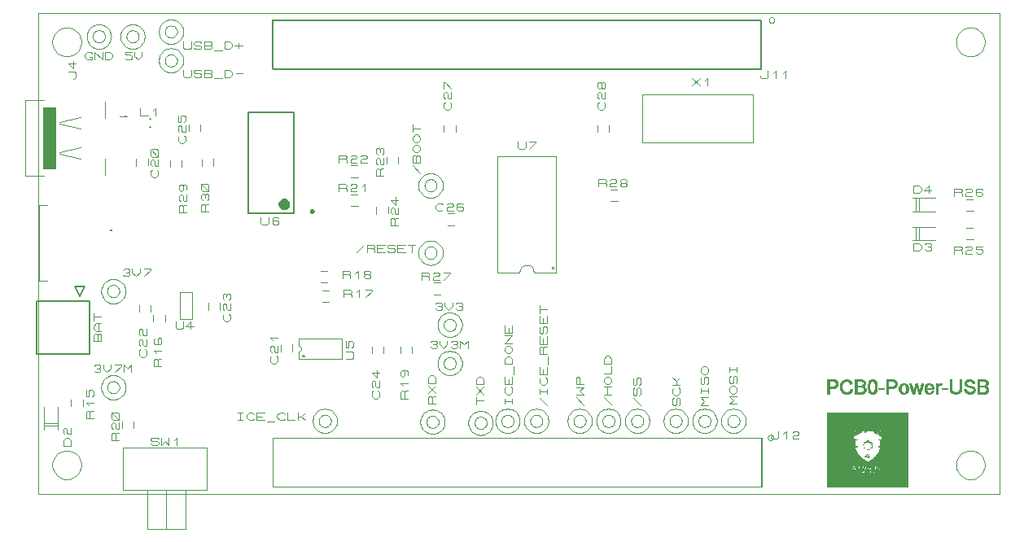
<source format=gbr>
G04 PROTEUS GERBER X2 FILE*
%TF.GenerationSoftware,Labcenter,Proteus,8.16-SP3-Build36097*%
%TF.CreationDate,2025-11-07T09:36:06+00:00*%
%TF.FileFunction,Legend,Top*%
%TF.FilePolarity,Positive*%
%TF.Part,Single*%
%TF.SameCoordinates,{7cfba198-d274-4d3b-beed-790fb78b42e9}*%
%FSLAX45Y45*%
%MOMM*%
G01*
%TA.AperFunction,Profile*%
%ADD30C,0.101600*%
%TA.AperFunction,NonMaterial*%
%ADD34C,0.063500*%
%ADD32C,0.101600*%
%TA.AperFunction,Material*%
%ADD33C,0.101600*%
%ADD35C,0.127000*%
%ADD36C,0.250000*%
%ADD37C,0.200000*%
%ADD38C,0.600000*%
%ADD39C,0.100000*%
%TD.AperFunction*%
%TA.AperFunction,Material*%
G36*
X+40000Y+3400000D02*
X+40000Y+4030000D01*
X+170000Y+4030000D01*
X+170000Y+3400000D01*
X+40000Y+3400000D01*
G37*
%TD.AperFunction*%
D30*
X-14000Y+13000D02*
X+9986000Y+13000D01*
X+9986000Y+5013000D01*
X-14000Y+5013000D01*
X-14000Y+13000D01*
X+9836000Y+4713000D02*
X+9835498Y+4725258D01*
X+9831422Y+4749775D01*
X+9822906Y+4774292D01*
X+9809032Y+4798809D01*
X+9787806Y+4823161D01*
X+9763289Y+4841555D01*
X+9738772Y+4853411D01*
X+9714255Y+4860315D01*
X+9689738Y+4862953D01*
X+9686000Y+4863000D01*
X+9536000Y+4713000D02*
X+9536502Y+4725258D01*
X+9540578Y+4749775D01*
X+9549094Y+4774292D01*
X+9562968Y+4798809D01*
X+9584194Y+4823161D01*
X+9608711Y+4841555D01*
X+9633228Y+4853411D01*
X+9657745Y+4860315D01*
X+9682262Y+4862953D01*
X+9686000Y+4863000D01*
X+9536000Y+4713000D02*
X+9536502Y+4700742D01*
X+9540578Y+4676225D01*
X+9549094Y+4651708D01*
X+9562968Y+4627191D01*
X+9584194Y+4602839D01*
X+9608711Y+4584445D01*
X+9633228Y+4572589D01*
X+9657745Y+4565685D01*
X+9682262Y+4563047D01*
X+9686000Y+4563000D01*
X+9836000Y+4713000D02*
X+9835498Y+4700742D01*
X+9831422Y+4676225D01*
X+9822906Y+4651708D01*
X+9809032Y+4627191D01*
X+9787806Y+4602839D01*
X+9763289Y+4584445D01*
X+9738772Y+4572589D01*
X+9714255Y+4565685D01*
X+9689738Y+4563047D01*
X+9686000Y+4563000D01*
X+9836000Y+313000D02*
X+9835498Y+325258D01*
X+9831422Y+349775D01*
X+9822906Y+374292D01*
X+9809032Y+398809D01*
X+9787806Y+423161D01*
X+9763289Y+441555D01*
X+9738772Y+453411D01*
X+9714255Y+460315D01*
X+9689738Y+462953D01*
X+9686000Y+463000D01*
X+9536000Y+313000D02*
X+9536502Y+325258D01*
X+9540578Y+349775D01*
X+9549094Y+374292D01*
X+9562968Y+398809D01*
X+9584194Y+423161D01*
X+9608711Y+441555D01*
X+9633228Y+453411D01*
X+9657745Y+460315D01*
X+9682262Y+462953D01*
X+9686000Y+463000D01*
X+9536000Y+313000D02*
X+9536502Y+300742D01*
X+9540578Y+276225D01*
X+9549094Y+251708D01*
X+9562968Y+227191D01*
X+9584194Y+202839D01*
X+9608711Y+184445D01*
X+9633228Y+172589D01*
X+9657745Y+165685D01*
X+9682262Y+163047D01*
X+9686000Y+163000D01*
X+9836000Y+313000D02*
X+9835498Y+300742D01*
X+9831422Y+276225D01*
X+9822906Y+251708D01*
X+9809032Y+227191D01*
X+9787806Y+202839D01*
X+9763289Y+184445D01*
X+9738772Y+172589D01*
X+9714255Y+165685D01*
X+9689738Y+163047D01*
X+9686000Y+163000D01*
X+436000Y+313000D02*
X+435498Y+325258D01*
X+431422Y+349775D01*
X+422906Y+374292D01*
X+409032Y+398809D01*
X+387806Y+423161D01*
X+363289Y+441555D01*
X+338772Y+453411D01*
X+314255Y+460315D01*
X+289738Y+462953D01*
X+286000Y+463000D01*
X+136000Y+313000D02*
X+136502Y+325258D01*
X+140578Y+349775D01*
X+149094Y+374292D01*
X+162968Y+398809D01*
X+184194Y+423161D01*
X+208711Y+441555D01*
X+233228Y+453411D01*
X+257745Y+460315D01*
X+282262Y+462953D01*
X+286000Y+463000D01*
X+136000Y+313000D02*
X+136502Y+300742D01*
X+140578Y+276225D01*
X+149094Y+251708D01*
X+162968Y+227191D01*
X+184194Y+202839D01*
X+208711Y+184445D01*
X+233228Y+172589D01*
X+257745Y+165685D01*
X+282262Y+163047D01*
X+286000Y+163000D01*
X+436000Y+313000D02*
X+435498Y+300742D01*
X+431422Y+276225D01*
X+422906Y+251708D01*
X+409032Y+227191D01*
X+387806Y+202839D01*
X+363289Y+184445D01*
X+338772Y+172589D01*
X+314255Y+165685D01*
X+289738Y+163047D01*
X+286000Y+163000D01*
X+436000Y+4713000D02*
X+435498Y+4725258D01*
X+431422Y+4749775D01*
X+422906Y+4774292D01*
X+409032Y+4798809D01*
X+387806Y+4823161D01*
X+363289Y+4841555D01*
X+338772Y+4853411D01*
X+314255Y+4860315D01*
X+289738Y+4862953D01*
X+286000Y+4863000D01*
X+136000Y+4713000D02*
X+136502Y+4725258D01*
X+140578Y+4749775D01*
X+149094Y+4774292D01*
X+162968Y+4798809D01*
X+184194Y+4823161D01*
X+208711Y+4841555D01*
X+233228Y+4853411D01*
X+257745Y+4860315D01*
X+282262Y+4862953D01*
X+286000Y+4863000D01*
X+136000Y+4713000D02*
X+136502Y+4700742D01*
X+140578Y+4676225D01*
X+149094Y+4651708D01*
X+162968Y+4627191D01*
X+184194Y+4602839D01*
X+208711Y+4584445D01*
X+233228Y+4572589D01*
X+257745Y+4565685D01*
X+282262Y+4563047D01*
X+286000Y+4563000D01*
X+436000Y+4713000D02*
X+435498Y+4700742D01*
X+431422Y+4676225D01*
X+422906Y+4651708D01*
X+409032Y+4627191D01*
X+387806Y+4602839D01*
X+363289Y+4584445D01*
X+338772Y+4572589D01*
X+314255Y+4565685D01*
X+289738Y+4563047D01*
X+286000Y+4563000D01*
D34*
X+8195140Y+1052470D02*
X+8215460Y+1052470D01*
X+8372940Y+1052470D02*
X+8418660Y+1052470D01*
X+8484700Y+1052470D02*
X+8565980Y+1052470D01*
X+8647260Y+1052470D02*
X+8682820Y+1052470D01*
X+8809820Y+1052470D02*
X+8830140Y+1052470D01*
X+8972380Y+1052470D02*
X+9007940Y+1052470D01*
X+9079060Y+1052470D02*
X+9099380Y+1052470D01*
X+9145100Y+1052470D02*
X+9165420Y+1052470D01*
X+9236540Y+1052470D02*
X+9272100Y+1052470D01*
X+9327980Y+1052470D02*
X+9348300Y+1052470D01*
X+9510860Y+1052470D02*
X+9551500Y+1052470D01*
X+9658180Y+1052470D02*
X+9698820Y+1052470D01*
X+9759780Y+1052470D02*
X+9841060Y+1052470D01*
X+8195140Y+1057550D02*
X+8215460Y+1057550D01*
X+8362780Y+1057550D02*
X+8428820Y+1057550D01*
X+8484700Y+1057550D02*
X+8576140Y+1057550D01*
X+8637100Y+1057550D02*
X+8692980Y+1057550D01*
X+8809820Y+1057550D02*
X+8830140Y+1057550D01*
X+8962220Y+1057550D02*
X+9018100Y+1057550D01*
X+9079060Y+1057550D02*
X+9099380Y+1057550D01*
X+9145100Y+1057550D02*
X+9165420Y+1057550D01*
X+9226380Y+1057550D02*
X+9282260Y+1057550D01*
X+9327980Y+1057550D02*
X+9348300Y+1057550D01*
X+9495620Y+1057550D02*
X+9566740Y+1057550D01*
X+9642940Y+1057550D02*
X+9714060Y+1057550D01*
X+9759780Y+1057550D02*
X+9851220Y+1057550D01*
X+8195140Y+1062630D02*
X+8215460Y+1062630D01*
X+8352620Y+1062630D02*
X+8438980Y+1062630D01*
X+8484700Y+1062630D02*
X+8586300Y+1062630D01*
X+8632020Y+1062630D02*
X+8698060Y+1062630D01*
X+8809820Y+1062630D02*
X+8830140Y+1062630D01*
X+8957140Y+1062630D02*
X+9023180Y+1062630D01*
X+9079060Y+1062630D02*
X+9104460Y+1062630D01*
X+9140020Y+1062630D02*
X+9165420Y+1062630D01*
X+9221300Y+1062630D02*
X+9287340Y+1062630D01*
X+9327980Y+1062630D02*
X+9348300Y+1062630D01*
X+9485460Y+1062630D02*
X+9571820Y+1062630D01*
X+9637860Y+1062630D02*
X+9719140Y+1062630D01*
X+9759780Y+1062630D02*
X+9861380Y+1062630D01*
X+8195140Y+1067710D02*
X+8215460Y+1067710D01*
X+8347540Y+1067710D02*
X+8444060Y+1067710D01*
X+8484700Y+1067710D02*
X+8586300Y+1067710D01*
X+8626940Y+1067710D02*
X+8703140Y+1067710D01*
X+8809820Y+1067710D02*
X+8830140Y+1067710D01*
X+8952060Y+1067710D02*
X+8977460Y+1067710D01*
X+9002860Y+1067710D02*
X+9028260Y+1067710D01*
X+9073980Y+1067710D02*
X+9104460Y+1067710D01*
X+9140020Y+1067710D02*
X+9170500Y+1067710D01*
X+9216220Y+1067710D02*
X+9246700Y+1067710D01*
X+9267020Y+1067710D02*
X+9292420Y+1067710D01*
X+9327980Y+1067710D02*
X+9348300Y+1067710D01*
X+9480380Y+1067710D02*
X+9576900Y+1067710D01*
X+9632780Y+1067710D02*
X+9724220Y+1067710D01*
X+9759780Y+1067710D02*
X+9861380Y+1067710D01*
X+8195140Y+1072790D02*
X+8215460Y+1072790D01*
X+8342460Y+1072790D02*
X+8378020Y+1072790D01*
X+8413580Y+1072790D02*
X+8444060Y+1072790D01*
X+8484700Y+1072790D02*
X+8505020Y+1072790D01*
X+8560900Y+1072790D02*
X+8591380Y+1072790D01*
X+8626940Y+1072790D02*
X+8652340Y+1072790D01*
X+8677740Y+1072790D02*
X+8703140Y+1072790D01*
X+8809820Y+1072790D02*
X+8830140Y+1072790D01*
X+8946980Y+1072790D02*
X+8972380Y+1072790D01*
X+9007940Y+1072790D02*
X+9033340Y+1072790D01*
X+9073980Y+1072790D02*
X+9104460Y+1072790D01*
X+9140020Y+1072790D02*
X+9170500Y+1072790D01*
X+9211140Y+1072790D02*
X+9236540Y+1072790D01*
X+9277180Y+1072790D02*
X+9297500Y+1072790D01*
X+9327980Y+1072790D02*
X+9348300Y+1072790D01*
X+9480380Y+1072790D02*
X+9510860Y+1072790D01*
X+9551500Y+1072790D02*
X+9581980Y+1072790D01*
X+9627700Y+1072790D02*
X+9663260Y+1072790D01*
X+9693740Y+1072790D02*
X+9729300Y+1072790D01*
X+9759780Y+1072790D02*
X+9780100Y+1072790D01*
X+9835980Y+1072790D02*
X+9866460Y+1072790D01*
X+8195140Y+1077870D02*
X+8215460Y+1077870D01*
X+8342460Y+1077870D02*
X+8367860Y+1077870D01*
X+8423740Y+1077870D02*
X+8449140Y+1077870D01*
X+8484700Y+1077870D02*
X+8505020Y+1077870D01*
X+8571060Y+1077870D02*
X+8591380Y+1077870D01*
X+8621860Y+1077870D02*
X+8647260Y+1077870D01*
X+8682820Y+1077870D02*
X+8708220Y+1077870D01*
X+8809820Y+1077870D02*
X+8830140Y+1077870D01*
X+8946980Y+1077870D02*
X+8967300Y+1077870D01*
X+9013020Y+1077870D02*
X+9033340Y+1077870D01*
X+9073980Y+1077870D02*
X+9089220Y+1077870D01*
X+9094300Y+1077870D02*
X+9104460Y+1077870D01*
X+9140020Y+1077870D02*
X+9150180Y+1077870D01*
X+9155260Y+1077870D02*
X+9170500Y+1077870D01*
X+9211140Y+1077870D02*
X+9231460Y+1077870D01*
X+9277180Y+1077870D02*
X+9297500Y+1077870D01*
X+9327980Y+1077870D02*
X+9348300Y+1077870D01*
X+9475300Y+1077870D02*
X+9500700Y+1077870D01*
X+9561660Y+1077870D02*
X+9587060Y+1077870D01*
X+9622620Y+1077870D02*
X+9653100Y+1077870D01*
X+9703900Y+1077870D02*
X+9729300Y+1077870D01*
X+9759780Y+1077870D02*
X+9780100Y+1077870D01*
X+9846140Y+1077870D02*
X+9866460Y+1077870D01*
X+8195140Y+1082950D02*
X+8215460Y+1082950D01*
X+8337380Y+1082950D02*
X+8362780Y+1082950D01*
X+8428820Y+1082950D02*
X+8454220Y+1082950D01*
X+8484700Y+1082950D02*
X+8505020Y+1082950D01*
X+8571060Y+1082950D02*
X+8596460Y+1082950D01*
X+8621860Y+1082950D02*
X+8642180Y+1082950D01*
X+8687900Y+1082950D02*
X+8708220Y+1082950D01*
X+8809820Y+1082950D02*
X+8830140Y+1082950D01*
X+8946980Y+1082950D02*
X+8967300Y+1082950D01*
X+9013020Y+1082950D02*
X+9033340Y+1082950D01*
X+9068900Y+1082950D02*
X+9089220Y+1082950D01*
X+9094300Y+1082950D02*
X+9109540Y+1082950D01*
X+9134940Y+1082950D02*
X+9150180Y+1082950D01*
X+9155260Y+1082950D02*
X+9175580Y+1082950D01*
X+9211140Y+1082950D02*
X+9231460Y+1082950D01*
X+9282260Y+1082950D02*
X+9302580Y+1082950D01*
X+9327980Y+1082950D02*
X+9348300Y+1082950D01*
X+9475300Y+1082950D02*
X+9495620Y+1082950D01*
X+9566740Y+1082950D02*
X+9587060Y+1082950D01*
X+9622620Y+1082950D02*
X+9648020Y+1082950D01*
X+9708980Y+1082950D02*
X+9734380Y+1082950D01*
X+9759780Y+1082950D02*
X+9780100Y+1082950D01*
X+9846140Y+1082950D02*
X+9871540Y+1082950D01*
X+8195140Y+1088030D02*
X+8215460Y+1088030D01*
X+8337380Y+1088030D02*
X+8357700Y+1088030D01*
X+8433900Y+1088030D02*
X+8454220Y+1088030D01*
X+8484700Y+1088030D02*
X+8505020Y+1088030D01*
X+8576140Y+1088030D02*
X+8596460Y+1088030D01*
X+8621860Y+1088030D02*
X+8642180Y+1088030D01*
X+8687900Y+1088030D02*
X+8708220Y+1088030D01*
X+8809820Y+1088030D02*
X+8830140Y+1088030D01*
X+8941900Y+1088030D02*
X+8962220Y+1088030D01*
X+9018100Y+1088030D02*
X+9038420Y+1088030D01*
X+9068900Y+1088030D02*
X+9089220Y+1088030D01*
X+9094300Y+1088030D02*
X+9109540Y+1088030D01*
X+9134940Y+1088030D02*
X+9150180Y+1088030D01*
X+9155260Y+1088030D02*
X+9175580Y+1088030D01*
X+9206060Y+1088030D02*
X+9226380Y+1088030D01*
X+9327980Y+1088030D02*
X+9348300Y+1088030D01*
X+9475300Y+1088030D02*
X+9495620Y+1088030D01*
X+9566740Y+1088030D02*
X+9587060Y+1088030D01*
X+9622620Y+1088030D02*
X+9642940Y+1088030D01*
X+9714060Y+1088030D02*
X+9734380Y+1088030D01*
X+9759780Y+1088030D02*
X+9780100Y+1088030D01*
X+9851220Y+1088030D02*
X+9871540Y+1088030D01*
X+8195140Y+1093110D02*
X+8215460Y+1093110D01*
X+8332300Y+1093110D02*
X+8352620Y+1093110D01*
X+8433900Y+1093110D02*
X+8459300Y+1093110D01*
X+8484700Y+1093110D02*
X+8505020Y+1093110D01*
X+8576140Y+1093110D02*
X+8596460Y+1093110D01*
X+8621860Y+1093110D02*
X+8642180Y+1093110D01*
X+8687900Y+1093110D02*
X+8708220Y+1093110D01*
X+8809820Y+1093110D02*
X+8830140Y+1093110D01*
X+8941900Y+1093110D02*
X+8962220Y+1093110D01*
X+9018100Y+1093110D02*
X+9038420Y+1093110D01*
X+9068900Y+1093110D02*
X+9089220Y+1093110D01*
X+9094300Y+1093110D02*
X+9109540Y+1093110D01*
X+9134940Y+1093110D02*
X+9150180Y+1093110D01*
X+9155260Y+1093110D02*
X+9175580Y+1093110D01*
X+9206060Y+1093110D02*
X+9226380Y+1093110D01*
X+9327980Y+1093110D02*
X+9348300Y+1093110D01*
X+9470220Y+1093110D02*
X+9490540Y+1093110D01*
X+9566740Y+1093110D02*
X+9592140Y+1093110D01*
X+9617540Y+1093110D02*
X+9642940Y+1093110D01*
X+9714060Y+1093110D02*
X+9734380Y+1093110D01*
X+9759780Y+1093110D02*
X+9780100Y+1093110D01*
X+9851220Y+1093110D02*
X+9871540Y+1093110D01*
X+8195140Y+1098190D02*
X+8215460Y+1098190D01*
X+8332300Y+1098190D02*
X+8352620Y+1098190D01*
X+8438980Y+1098190D02*
X+8459300Y+1098190D01*
X+8484700Y+1098190D02*
X+8505020Y+1098190D01*
X+8576140Y+1098190D02*
X+8596460Y+1098190D01*
X+8616780Y+1098190D02*
X+8637100Y+1098190D01*
X+8692980Y+1098190D02*
X+8713300Y+1098190D01*
X+8728540Y+1098190D02*
X+8789500Y+1098190D01*
X+8809820Y+1098190D02*
X+8830140Y+1098190D01*
X+8941900Y+1098190D02*
X+8962220Y+1098190D01*
X+9018100Y+1098190D02*
X+9038420Y+1098190D01*
X+9063820Y+1098190D02*
X+9084140Y+1098190D01*
X+9094300Y+1098190D02*
X+9109540Y+1098190D01*
X+9129860Y+1098190D02*
X+9150180Y+1098190D01*
X+9160340Y+1098190D02*
X+9180660Y+1098190D01*
X+9206060Y+1098190D02*
X+9226380Y+1098190D01*
X+9327980Y+1098190D02*
X+9348300Y+1098190D01*
X+9388940Y+1098190D02*
X+9449900Y+1098190D01*
X+9470220Y+1098190D02*
X+9490540Y+1098190D01*
X+9571820Y+1098190D02*
X+9592140Y+1098190D01*
X+9617540Y+1098190D02*
X+9637860Y+1098190D01*
X+9714060Y+1098190D02*
X+9734380Y+1098190D01*
X+9759780Y+1098190D02*
X+9780100Y+1098190D01*
X+9851220Y+1098190D02*
X+9871540Y+1098190D01*
X+8195140Y+1103270D02*
X+8215460Y+1103270D01*
X+8332300Y+1103270D02*
X+8352620Y+1103270D01*
X+8438980Y+1103270D02*
X+8449140Y+1103270D01*
X+8484700Y+1103270D02*
X+8505020Y+1103270D01*
X+8576140Y+1103270D02*
X+8596460Y+1103270D01*
X+8616780Y+1103270D02*
X+8637100Y+1103270D01*
X+8692980Y+1103270D02*
X+8713300Y+1103270D01*
X+8728540Y+1103270D02*
X+8789500Y+1103270D01*
X+8809820Y+1103270D02*
X+8830140Y+1103270D01*
X+8941900Y+1103270D02*
X+8962220Y+1103270D01*
X+9018100Y+1103270D02*
X+9038420Y+1103270D01*
X+9063820Y+1103270D02*
X+9084140Y+1103270D01*
X+9094300Y+1103270D02*
X+9114620Y+1103270D01*
X+9129860Y+1103270D02*
X+9150180Y+1103270D01*
X+9160340Y+1103270D02*
X+9180660Y+1103270D01*
X+9206060Y+1103270D02*
X+9302580Y+1103270D01*
X+9327980Y+1103270D02*
X+9348300Y+1103270D01*
X+9388940Y+1103270D02*
X+9449900Y+1103270D01*
X+9470220Y+1103270D02*
X+9490540Y+1103270D01*
X+9571820Y+1103270D02*
X+9592140Y+1103270D01*
X+9617540Y+1103270D02*
X+9637860Y+1103270D01*
X+9714060Y+1103270D02*
X+9734380Y+1103270D01*
X+9759780Y+1103270D02*
X+9780100Y+1103270D01*
X+9851220Y+1103270D02*
X+9871540Y+1103270D01*
X+8195140Y+1108350D02*
X+8215460Y+1108350D01*
X+8327220Y+1108350D02*
X+8347540Y+1108350D01*
X+8484700Y+1108350D02*
X+8505020Y+1108350D01*
X+8571060Y+1108350D02*
X+8596460Y+1108350D01*
X+8616780Y+1108350D02*
X+8637100Y+1108350D01*
X+8692980Y+1108350D02*
X+8713300Y+1108350D01*
X+8728540Y+1108350D02*
X+8789500Y+1108350D01*
X+8809820Y+1108350D02*
X+8830140Y+1108350D01*
X+8941900Y+1108350D02*
X+8962220Y+1108350D01*
X+9018100Y+1108350D02*
X+9038420Y+1108350D01*
X+9063820Y+1108350D02*
X+9084140Y+1108350D01*
X+9099380Y+1108350D02*
X+9114620Y+1108350D01*
X+9129860Y+1108350D02*
X+9145100Y+1108350D01*
X+9160340Y+1108350D02*
X+9180660Y+1108350D01*
X+9206060Y+1108350D02*
X+9302580Y+1108350D01*
X+9327980Y+1108350D02*
X+9348300Y+1108350D01*
X+9388940Y+1108350D02*
X+9449900Y+1108350D01*
X+9470220Y+1108350D02*
X+9490540Y+1108350D01*
X+9571820Y+1108350D02*
X+9592140Y+1108350D01*
X+9708980Y+1108350D02*
X+9729300Y+1108350D01*
X+9759780Y+1108350D02*
X+9780100Y+1108350D01*
X+9846140Y+1108350D02*
X+9871540Y+1108350D01*
X+8195140Y+1113430D02*
X+8276420Y+1113430D01*
X+8327220Y+1113430D02*
X+8347540Y+1113430D01*
X+8484700Y+1113430D02*
X+8505020Y+1113430D01*
X+8571060Y+1113430D02*
X+8591380Y+1113430D01*
X+8616780Y+1113430D02*
X+8637100Y+1113430D01*
X+8692980Y+1113430D02*
X+8713300Y+1113430D01*
X+8809820Y+1113430D02*
X+8891100Y+1113430D01*
X+8941900Y+1113430D02*
X+8962220Y+1113430D01*
X+9018100Y+1113430D02*
X+9038420Y+1113430D01*
X+9058740Y+1113430D02*
X+9079060Y+1113430D01*
X+9099380Y+1113430D02*
X+9114620Y+1113430D01*
X+9129860Y+1113430D02*
X+9145100Y+1113430D01*
X+9165420Y+1113430D02*
X+9185740Y+1113430D01*
X+9206060Y+1113430D02*
X+9302580Y+1113430D01*
X+9327980Y+1113430D02*
X+9348300Y+1113430D01*
X+9470220Y+1113430D02*
X+9490540Y+1113430D01*
X+9571820Y+1113430D02*
X+9592140Y+1113430D01*
X+9698820Y+1113430D02*
X+9729300Y+1113430D01*
X+9759780Y+1113430D02*
X+9780100Y+1113430D01*
X+9846140Y+1113430D02*
X+9866460Y+1113430D01*
X+8195140Y+1118510D02*
X+8286580Y+1118510D01*
X+8327220Y+1118510D02*
X+8347540Y+1118510D01*
X+8484700Y+1118510D02*
X+8505020Y+1118510D01*
X+8560900Y+1118510D02*
X+8586300Y+1118510D01*
X+8616780Y+1118510D02*
X+8637100Y+1118510D01*
X+8692980Y+1118510D02*
X+8713300Y+1118510D01*
X+8809820Y+1118510D02*
X+8901260Y+1118510D01*
X+8941900Y+1118510D02*
X+8962220Y+1118510D01*
X+9018100Y+1118510D02*
X+9038420Y+1118510D01*
X+9058740Y+1118510D02*
X+9079060Y+1118510D01*
X+9099380Y+1118510D02*
X+9119700Y+1118510D01*
X+9124780Y+1118510D02*
X+9145100Y+1118510D01*
X+9165420Y+1118510D02*
X+9185740Y+1118510D01*
X+9206060Y+1118510D02*
X+9226380Y+1118510D01*
X+9282260Y+1118510D02*
X+9302580Y+1118510D01*
X+9327980Y+1118510D02*
X+9348300Y+1118510D01*
X+9470220Y+1118510D02*
X+9490540Y+1118510D01*
X+9571820Y+1118510D02*
X+9592140Y+1118510D01*
X+9678500Y+1118510D02*
X+9724220Y+1118510D01*
X+9759780Y+1118510D02*
X+9780100Y+1118510D01*
X+9835980Y+1118510D02*
X+9861380Y+1118510D01*
X+8195140Y+1123590D02*
X+8296740Y+1123590D01*
X+8327220Y+1123590D02*
X+8347540Y+1123590D01*
X+8484700Y+1123590D02*
X+8586300Y+1123590D01*
X+8616780Y+1123590D02*
X+8637100Y+1123590D01*
X+8692980Y+1123590D02*
X+8713300Y+1123590D01*
X+8809820Y+1123590D02*
X+8911420Y+1123590D01*
X+8941900Y+1123590D02*
X+8962220Y+1123590D01*
X+9018100Y+1123590D02*
X+9038420Y+1123590D01*
X+9058740Y+1123590D02*
X+9079060Y+1123590D01*
X+9104460Y+1123590D02*
X+9119700Y+1123590D01*
X+9124780Y+1123590D02*
X+9140020Y+1123590D01*
X+9165420Y+1123590D02*
X+9185740Y+1123590D01*
X+9206060Y+1123590D02*
X+9226380Y+1123590D01*
X+9282260Y+1123590D02*
X+9302580Y+1123590D01*
X+9327980Y+1123590D02*
X+9348300Y+1123590D01*
X+9470220Y+1123590D02*
X+9490540Y+1123590D01*
X+9571820Y+1123590D02*
X+9592140Y+1123590D01*
X+9658180Y+1123590D02*
X+9719140Y+1123590D01*
X+9759780Y+1123590D02*
X+9861380Y+1123590D01*
X+8195140Y+1128670D02*
X+8296740Y+1128670D01*
X+8327220Y+1128670D02*
X+8347540Y+1128670D01*
X+8484700Y+1128670D02*
X+8576140Y+1128670D01*
X+8616780Y+1128670D02*
X+8637100Y+1128670D01*
X+8692980Y+1128670D02*
X+8713300Y+1128670D01*
X+8809820Y+1128670D02*
X+8911420Y+1128670D01*
X+8946980Y+1128670D02*
X+8967300Y+1128670D01*
X+9013020Y+1128670D02*
X+9033340Y+1128670D01*
X+9058740Y+1128670D02*
X+9079060Y+1128670D01*
X+9104460Y+1128670D02*
X+9119700Y+1128670D01*
X+9124780Y+1128670D02*
X+9140020Y+1128670D01*
X+9165420Y+1128670D02*
X+9185740Y+1128670D01*
X+9211140Y+1128670D02*
X+9231460Y+1128670D01*
X+9282260Y+1128670D02*
X+9297500Y+1128670D01*
X+9327980Y+1128670D02*
X+9348300Y+1128670D01*
X+9470220Y+1128670D02*
X+9490540Y+1128670D01*
X+9571820Y+1128670D02*
X+9592140Y+1128670D01*
X+9648020Y+1128670D02*
X+9708980Y+1128670D01*
X+9759780Y+1128670D02*
X+9851220Y+1128670D01*
X+8195140Y+1133750D02*
X+8215460Y+1133750D01*
X+8271340Y+1133750D02*
X+8301820Y+1133750D01*
X+8327220Y+1133750D02*
X+8347540Y+1133750D01*
X+8484700Y+1133750D02*
X+8576140Y+1133750D01*
X+8616780Y+1133750D02*
X+8637100Y+1133750D01*
X+8692980Y+1133750D02*
X+8713300Y+1133750D01*
X+8809820Y+1133750D02*
X+8830140Y+1133750D01*
X+8886020Y+1133750D02*
X+8916500Y+1133750D01*
X+8946980Y+1133750D02*
X+8967300Y+1133750D01*
X+9013020Y+1133750D02*
X+9033340Y+1133750D01*
X+9053660Y+1133750D02*
X+9073980Y+1133750D01*
X+9104460Y+1133750D02*
X+9119700Y+1133750D01*
X+9124780Y+1133750D02*
X+9140020Y+1133750D01*
X+9170500Y+1133750D02*
X+9190820Y+1133750D01*
X+9211140Y+1133750D02*
X+9231460Y+1133750D01*
X+9277180Y+1133750D02*
X+9297500Y+1133750D01*
X+9327980Y+1133750D02*
X+9353380Y+1133750D01*
X+9470220Y+1133750D02*
X+9490540Y+1133750D01*
X+9571820Y+1133750D02*
X+9592140Y+1133750D01*
X+9637860Y+1133750D02*
X+9693740Y+1133750D01*
X+9759780Y+1133750D02*
X+9851220Y+1133750D01*
X+8195140Y+1138830D02*
X+8215460Y+1138830D01*
X+8281500Y+1138830D02*
X+8301820Y+1138830D01*
X+8327220Y+1138830D02*
X+8347540Y+1138830D01*
X+8484700Y+1138830D02*
X+8581220Y+1138830D01*
X+8616780Y+1138830D02*
X+8637100Y+1138830D01*
X+8692980Y+1138830D02*
X+8713300Y+1138830D01*
X+8809820Y+1138830D02*
X+8830140Y+1138830D01*
X+8896180Y+1138830D02*
X+8916500Y+1138830D01*
X+8946980Y+1138830D02*
X+8972380Y+1138830D01*
X+9007940Y+1138830D02*
X+9033340Y+1138830D01*
X+9053660Y+1138830D02*
X+9073980Y+1138830D01*
X+9109540Y+1138830D02*
X+9134940Y+1138830D01*
X+9170500Y+1138830D02*
X+9190820Y+1138830D01*
X+9216220Y+1138830D02*
X+9236540Y+1138830D01*
X+9272100Y+1138830D02*
X+9297500Y+1138830D01*
X+9327980Y+1138830D02*
X+9353380Y+1138830D01*
X+9470220Y+1138830D02*
X+9490540Y+1138830D01*
X+9571820Y+1138830D02*
X+9592140Y+1138830D01*
X+9632780Y+1138830D02*
X+9673420Y+1138830D01*
X+9759780Y+1138830D02*
X+9856300Y+1138830D01*
X+8195140Y+1143910D02*
X+8215460Y+1143910D01*
X+8281500Y+1143910D02*
X+8306900Y+1143910D01*
X+8327220Y+1143910D02*
X+8347540Y+1143910D01*
X+8484700Y+1143910D02*
X+8505020Y+1143910D01*
X+8560900Y+1143910D02*
X+8586300Y+1143910D01*
X+8616780Y+1143910D02*
X+8637100Y+1143910D01*
X+8692980Y+1143910D02*
X+8713300Y+1143910D01*
X+8809820Y+1143910D02*
X+8830140Y+1143910D01*
X+8896180Y+1143910D02*
X+8921580Y+1143910D01*
X+8952060Y+1143910D02*
X+8977460Y+1143910D01*
X+9002860Y+1143910D02*
X+9028260Y+1143910D01*
X+9053660Y+1143910D02*
X+9073980Y+1143910D01*
X+9109540Y+1143910D02*
X+9134940Y+1143910D01*
X+9170500Y+1143910D02*
X+9190820Y+1143910D01*
X+9216220Y+1143910D02*
X+9241620Y+1143910D01*
X+9267020Y+1143910D02*
X+9292420Y+1143910D01*
X+9327980Y+1143910D02*
X+9358460Y+1143910D01*
X+9373700Y+1143910D02*
X+9378780Y+1143910D01*
X+9470220Y+1143910D02*
X+9490540Y+1143910D01*
X+9571820Y+1143910D02*
X+9592140Y+1143910D01*
X+9627700Y+1143910D02*
X+9658180Y+1143910D01*
X+9759780Y+1143910D02*
X+9780100Y+1143910D01*
X+9835980Y+1143910D02*
X+9861380Y+1143910D01*
X+8195140Y+1148990D02*
X+8215460Y+1148990D01*
X+8286580Y+1148990D02*
X+8306900Y+1148990D01*
X+8327220Y+1148990D02*
X+8352620Y+1148990D01*
X+8484700Y+1148990D02*
X+8505020Y+1148990D01*
X+8565980Y+1148990D02*
X+8586300Y+1148990D01*
X+8616780Y+1148990D02*
X+8637100Y+1148990D01*
X+8692980Y+1148990D02*
X+8713300Y+1148990D01*
X+8809820Y+1148990D02*
X+8830140Y+1148990D01*
X+8901260Y+1148990D02*
X+8921580Y+1148990D01*
X+8957140Y+1148990D02*
X+9023180Y+1148990D01*
X+9048580Y+1148990D02*
X+9068900Y+1148990D01*
X+9109540Y+1148990D02*
X+9134940Y+1148990D01*
X+9175580Y+1148990D02*
X+9195900Y+1148990D01*
X+9221300Y+1148990D02*
X+9287340Y+1148990D01*
X+9327980Y+1148990D02*
X+9378780Y+1148990D01*
X+9470220Y+1148990D02*
X+9490540Y+1148990D01*
X+9571820Y+1148990D02*
X+9592140Y+1148990D01*
X+9622620Y+1148990D02*
X+9648020Y+1148990D01*
X+9759780Y+1148990D02*
X+9780100Y+1148990D01*
X+9841060Y+1148990D02*
X+9861380Y+1148990D01*
X+8195140Y+1154070D02*
X+8215460Y+1154070D01*
X+8286580Y+1154070D02*
X+8306900Y+1154070D01*
X+8332300Y+1154070D02*
X+8352620Y+1154070D01*
X+8433900Y+1154070D02*
X+8438980Y+1154070D01*
X+8484700Y+1154070D02*
X+8505020Y+1154070D01*
X+8571060Y+1154070D02*
X+8591380Y+1154070D01*
X+8616780Y+1154070D02*
X+8637100Y+1154070D01*
X+8692980Y+1154070D02*
X+8713300Y+1154070D01*
X+8809820Y+1154070D02*
X+8830140Y+1154070D01*
X+8901260Y+1154070D02*
X+8921580Y+1154070D01*
X+8962220Y+1154070D02*
X+9018100Y+1154070D01*
X+9048580Y+1154070D02*
X+9068900Y+1154070D01*
X+9114620Y+1154070D02*
X+9129860Y+1154070D01*
X+9175580Y+1154070D02*
X+9195900Y+1154070D01*
X+9226380Y+1154070D02*
X+9282260Y+1154070D01*
X+9327980Y+1154070D02*
X+9348300Y+1154070D01*
X+9353380Y+1154070D02*
X+9383860Y+1154070D01*
X+9470220Y+1154070D02*
X+9490540Y+1154070D01*
X+9571820Y+1154070D02*
X+9592140Y+1154070D01*
X+9622620Y+1154070D02*
X+9642940Y+1154070D01*
X+9759780Y+1154070D02*
X+9780100Y+1154070D01*
X+9846140Y+1154070D02*
X+9866460Y+1154070D01*
X+8195140Y+1159150D02*
X+8215460Y+1159150D01*
X+8286580Y+1159150D02*
X+8306900Y+1159150D01*
X+8332300Y+1159150D02*
X+8352620Y+1159150D01*
X+8433900Y+1159150D02*
X+8454220Y+1159150D01*
X+8484700Y+1159150D02*
X+8505020Y+1159150D01*
X+8571060Y+1159150D02*
X+8591380Y+1159150D01*
X+8621860Y+1159150D02*
X+8642180Y+1159150D01*
X+8687900Y+1159150D02*
X+8708220Y+1159150D01*
X+8809820Y+1159150D02*
X+8830140Y+1159150D01*
X+8901260Y+1159150D02*
X+8921580Y+1159150D01*
X+8972380Y+1159150D02*
X+9007940Y+1159150D01*
X+9048580Y+1159150D02*
X+9068900Y+1159150D01*
X+9114620Y+1159150D02*
X+9129860Y+1159150D01*
X+9175580Y+1159150D02*
X+9195900Y+1159150D01*
X+9236540Y+1159150D02*
X+9272100Y+1159150D01*
X+9327980Y+1159150D02*
X+9348300Y+1159150D01*
X+9358460Y+1159150D02*
X+9383860Y+1159150D01*
X+9470220Y+1159150D02*
X+9490540Y+1159150D01*
X+9571820Y+1159150D02*
X+9592140Y+1159150D01*
X+9622620Y+1159150D02*
X+9642940Y+1159150D01*
X+9708980Y+1159150D02*
X+9729300Y+1159150D01*
X+9759780Y+1159150D02*
X+9780100Y+1159150D01*
X+9846140Y+1159150D02*
X+9866460Y+1159150D01*
X+8195140Y+1164230D02*
X+8215460Y+1164230D01*
X+8286580Y+1164230D02*
X+8306900Y+1164230D01*
X+8332300Y+1164230D02*
X+8357700Y+1164230D01*
X+8428820Y+1164230D02*
X+8454220Y+1164230D01*
X+8484700Y+1164230D02*
X+8505020Y+1164230D01*
X+8571060Y+1164230D02*
X+8591380Y+1164230D01*
X+8621860Y+1164230D02*
X+8642180Y+1164230D01*
X+8687900Y+1164230D02*
X+8708220Y+1164230D01*
X+8809820Y+1164230D02*
X+8830140Y+1164230D01*
X+8901260Y+1164230D02*
X+8921580Y+1164230D01*
X+9470220Y+1164230D02*
X+9490540Y+1164230D01*
X+9571820Y+1164230D02*
X+9592140Y+1164230D01*
X+9622620Y+1164230D02*
X+9642940Y+1164230D01*
X+9708980Y+1164230D02*
X+9729300Y+1164230D01*
X+9759780Y+1164230D02*
X+9780100Y+1164230D01*
X+9846140Y+1164230D02*
X+9866460Y+1164230D01*
X+8195140Y+1169310D02*
X+8215460Y+1169310D01*
X+8281500Y+1169310D02*
X+8306900Y+1169310D01*
X+8337380Y+1169310D02*
X+8362780Y+1169310D01*
X+8423740Y+1169310D02*
X+8449140Y+1169310D01*
X+8484700Y+1169310D02*
X+8505020Y+1169310D01*
X+8571060Y+1169310D02*
X+8591380Y+1169310D01*
X+8621860Y+1169310D02*
X+8642180Y+1169310D01*
X+8687900Y+1169310D02*
X+8708220Y+1169310D01*
X+8809820Y+1169310D02*
X+8830140Y+1169310D01*
X+8896180Y+1169310D02*
X+8921580Y+1169310D01*
X+9470220Y+1169310D02*
X+9490540Y+1169310D01*
X+9571820Y+1169310D02*
X+9592140Y+1169310D01*
X+9622620Y+1169310D02*
X+9642940Y+1169310D01*
X+9703900Y+1169310D02*
X+9729300Y+1169310D01*
X+9759780Y+1169310D02*
X+9780100Y+1169310D01*
X+9846140Y+1169310D02*
X+9866460Y+1169310D01*
X+8195140Y+1174390D02*
X+8215460Y+1174390D01*
X+8281500Y+1174390D02*
X+8301820Y+1174390D01*
X+8342460Y+1174390D02*
X+8367860Y+1174390D01*
X+8418660Y+1174390D02*
X+8449140Y+1174390D01*
X+8484700Y+1174390D02*
X+8505020Y+1174390D01*
X+8565980Y+1174390D02*
X+8591380Y+1174390D01*
X+8621860Y+1174390D02*
X+8647260Y+1174390D01*
X+8682820Y+1174390D02*
X+8708220Y+1174390D01*
X+8809820Y+1174390D02*
X+8830140Y+1174390D01*
X+8896180Y+1174390D02*
X+8916500Y+1174390D01*
X+9470220Y+1174390D02*
X+9490540Y+1174390D01*
X+9571820Y+1174390D02*
X+9592140Y+1174390D01*
X+9622620Y+1174390D02*
X+9648020Y+1174390D01*
X+9698820Y+1174390D02*
X+9724220Y+1174390D01*
X+9759780Y+1174390D02*
X+9780100Y+1174390D01*
X+9841060Y+1174390D02*
X+9866460Y+1174390D01*
X+8195140Y+1179470D02*
X+8215460Y+1179470D01*
X+8271340Y+1179470D02*
X+8301820Y+1179470D01*
X+8342460Y+1179470D02*
X+8378020Y+1179470D01*
X+8413580Y+1179470D02*
X+8444060Y+1179470D01*
X+8484700Y+1179470D02*
X+8505020Y+1179470D01*
X+8560900Y+1179470D02*
X+8586300Y+1179470D01*
X+8626940Y+1179470D02*
X+8652340Y+1179470D01*
X+8677740Y+1179470D02*
X+8703140Y+1179470D01*
X+8809820Y+1179470D02*
X+8830140Y+1179470D01*
X+8886020Y+1179470D02*
X+8916500Y+1179470D01*
X+9470220Y+1179470D02*
X+9490540Y+1179470D01*
X+9571820Y+1179470D02*
X+9592140Y+1179470D01*
X+9627700Y+1179470D02*
X+9658180Y+1179470D01*
X+9693740Y+1179470D02*
X+9724220Y+1179470D01*
X+9759780Y+1179470D02*
X+9780100Y+1179470D01*
X+9835980Y+1179470D02*
X+9861380Y+1179470D01*
X+8195140Y+1184550D02*
X+8296740Y+1184550D01*
X+8347540Y+1184550D02*
X+8438980Y+1184550D01*
X+8484700Y+1184550D02*
X+8586300Y+1184550D01*
X+8626940Y+1184550D02*
X+8703140Y+1184550D01*
X+8809820Y+1184550D02*
X+8911420Y+1184550D01*
X+9470220Y+1184550D02*
X+9490540Y+1184550D01*
X+9571820Y+1184550D02*
X+9592140Y+1184550D01*
X+9632780Y+1184550D02*
X+9719140Y+1184550D01*
X+9759780Y+1184550D02*
X+9861380Y+1184550D01*
X+8195140Y+1189630D02*
X+8296740Y+1189630D01*
X+8352620Y+1189630D02*
X+8433900Y+1189630D01*
X+8484700Y+1189630D02*
X+8581220Y+1189630D01*
X+8632020Y+1189630D02*
X+8698060Y+1189630D01*
X+8809820Y+1189630D02*
X+8911420Y+1189630D01*
X+9470220Y+1189630D02*
X+9490540Y+1189630D01*
X+9571820Y+1189630D02*
X+9592140Y+1189630D01*
X+9632780Y+1189630D02*
X+9714060Y+1189630D01*
X+9759780Y+1189630D02*
X+9856300Y+1189630D01*
X+8195140Y+1194710D02*
X+8291660Y+1194710D01*
X+8362780Y+1194710D02*
X+8428820Y+1194710D01*
X+8484700Y+1194710D02*
X+8576140Y+1194710D01*
X+8637100Y+1194710D02*
X+8692980Y+1194710D01*
X+8809820Y+1194710D02*
X+8906340Y+1194710D01*
X+9470220Y+1194710D02*
X+9490540Y+1194710D01*
X+9571820Y+1194710D02*
X+9592140Y+1194710D01*
X+9642940Y+1194710D02*
X+9708980Y+1194710D01*
X+9759780Y+1194710D02*
X+9851220Y+1194710D01*
X+8195140Y+1199790D02*
X+8276420Y+1199790D01*
X+8378020Y+1199790D02*
X+8413580Y+1199790D01*
X+8484700Y+1199790D02*
X+8560900Y+1199790D01*
X+8647260Y+1199790D02*
X+8682820Y+1199790D01*
X+8809820Y+1199790D02*
X+8891100Y+1199790D01*
X+9470220Y+1199790D02*
X+9490540Y+1199790D01*
X+9571820Y+1199790D02*
X+9592140Y+1199790D01*
X+9653100Y+1199790D02*
X+9693740Y+1199790D01*
X+9759780Y+1199790D02*
X+9835980Y+1199790D01*
D32*
X+7634398Y+597200D02*
X+7634300Y+599557D01*
X+7633503Y+604272D01*
X+7631836Y+608987D01*
X+7629111Y+613702D01*
X+7624944Y+618356D01*
X+7620229Y+621776D01*
X+7615514Y+623957D01*
X+7610799Y+625190D01*
X+7606084Y+625598D01*
X+7606000Y+625598D01*
X+7577602Y+597200D02*
X+7577700Y+599557D01*
X+7578497Y+604272D01*
X+7580164Y+608987D01*
X+7582889Y+613702D01*
X+7587056Y+618356D01*
X+7591771Y+621776D01*
X+7596486Y+623957D01*
X+7601201Y+625190D01*
X+7605916Y+625598D01*
X+7606000Y+625598D01*
X+7577602Y+597200D02*
X+7577700Y+594843D01*
X+7578497Y+590128D01*
X+7580164Y+585413D01*
X+7582889Y+580698D01*
X+7587056Y+576044D01*
X+7591771Y+572624D01*
X+7596486Y+570443D01*
X+7601201Y+569210D01*
X+7605916Y+568802D01*
X+7606000Y+568802D01*
X+7634398Y+597200D02*
X+7634300Y+594843D01*
X+7633503Y+590128D01*
X+7631836Y+585413D01*
X+7629111Y+580698D01*
X+7624944Y+576044D01*
X+7620229Y+572624D01*
X+7615514Y+570443D01*
X+7610799Y+569210D01*
X+7606084Y+568802D01*
X+7606000Y+568802D01*
X+7647098Y+4940600D02*
X+7647000Y+4942957D01*
X+7646203Y+4947672D01*
X+7644536Y+4952387D01*
X+7641811Y+4957102D01*
X+7637644Y+4961756D01*
X+7632929Y+4965176D01*
X+7628214Y+4967357D01*
X+7623499Y+4968590D01*
X+7618784Y+4968998D01*
X+7618700Y+4968998D01*
X+7590302Y+4940600D02*
X+7590400Y+4942957D01*
X+7591197Y+4947672D01*
X+7592864Y+4952387D01*
X+7595589Y+4957102D01*
X+7599756Y+4961756D01*
X+7604471Y+4965176D01*
X+7609186Y+4967357D01*
X+7613901Y+4968590D01*
X+7618616Y+4968998D01*
X+7618700Y+4968998D01*
X+7590302Y+4940600D02*
X+7590400Y+4938243D01*
X+7591197Y+4933528D01*
X+7592864Y+4928813D01*
X+7595589Y+4924098D01*
X+7599756Y+4919444D01*
X+7604471Y+4916024D01*
X+7609186Y+4913843D01*
X+7613901Y+4912610D01*
X+7618616Y+4912202D01*
X+7618700Y+4912202D01*
X+7647098Y+4940600D02*
X+7647000Y+4938243D01*
X+7646203Y+4933528D01*
X+7644536Y+4928813D01*
X+7641811Y+4924098D01*
X+7637644Y+4919444D01*
X+7632929Y+4916024D01*
X+7628214Y+4913843D01*
X+7623499Y+4912610D01*
X+7618784Y+4912202D01*
X+7618700Y+4912202D01*
X+2424400Y+4432600D02*
X+7504400Y+4432600D01*
X+7504400Y+4940600D01*
X+2424400Y+4940600D01*
X+2424400Y+4432600D01*
X+2424400Y+89200D02*
X+7517100Y+89200D01*
X+7517100Y+597200D01*
X+2424400Y+597200D01*
X+2424400Y+89200D01*
D33*
X+50000Y+4110000D02*
X-150000Y+4110000D01*
X-150000Y+3320000D01*
X+50000Y+3320000D01*
X+40000Y+3400000D02*
X+170000Y+3400000D01*
X+170000Y+4030000D01*
X+40000Y+4030000D01*
X+40000Y+3400000D01*
X+886200Y+3947300D02*
X+911600Y+3934600D01*
X+835400Y+3934600D01*
X+430000Y+3620000D02*
X+210000Y+3570000D01*
X+210000Y+3550000D02*
X+430000Y+3500000D01*
X+430000Y+3930000D02*
X+210000Y+3880000D01*
X+210000Y+3860000D02*
X+430000Y+3810000D01*
X+680000Y+4090000D02*
X+680000Y+3920000D01*
X+680000Y+3500000D02*
X+680000Y+3330000D01*
X+353200Y+4328320D02*
X+365900Y+4328320D01*
X+378600Y+4341655D01*
X+378600Y+4394995D01*
X+365900Y+4408330D01*
X+302400Y+4408330D01*
X+353200Y+4515010D02*
X+353200Y+4435000D01*
X+302400Y+4488340D01*
X+378600Y+4488340D01*
X+2417000Y+4439000D02*
X+7497000Y+4439000D01*
X+7497000Y+4947000D01*
X+2417000Y+4947000D01*
X+2417000Y+4439000D01*
X+7496980Y+4357720D02*
X+7496980Y+4345020D01*
X+7510315Y+4332320D01*
X+7563655Y+4332320D01*
X+7576990Y+4345020D01*
X+7576990Y+4408520D01*
X+7630330Y+4383120D02*
X+7657000Y+4408520D01*
X+7657000Y+4332320D01*
X+7737010Y+4383120D02*
X+7763680Y+4408520D01*
X+7763680Y+4332320D01*
X+2427000Y+89000D02*
X+7507000Y+89000D01*
X+7507000Y+597000D01*
X+2427000Y+597000D01*
X+2427000Y+89000D01*
X+7606980Y+607720D02*
X+7606980Y+595020D01*
X+7620315Y+582320D01*
X+7673655Y+582320D01*
X+7686990Y+595020D01*
X+7686990Y+658520D01*
X+7740330Y+633120D02*
X+7767000Y+658520D01*
X+7767000Y+582320D01*
X+7833675Y+645820D02*
X+7847010Y+658520D01*
X+7887015Y+658520D01*
X+7900350Y+645820D01*
X+7900350Y+633120D01*
X+7887015Y+620420D01*
X+7847010Y+620420D01*
X+7833675Y+607720D01*
X+7833675Y+582320D01*
X+7900350Y+582320D01*
X+6270000Y+3670000D02*
X+7420000Y+3670000D01*
X+7420000Y+4170000D01*
X+6270000Y+4170000D01*
X+6270000Y+3670000D01*
X+6789320Y+4339600D02*
X+6869330Y+4263400D01*
X+6789320Y+4263400D02*
X+6869330Y+4339600D01*
X+6922670Y+4314200D02*
X+6949340Y+4339600D01*
X+6949340Y+4263400D01*
X+870000Y+50000D02*
X+1740000Y+50000D01*
X+1740000Y+490000D01*
X+870000Y+490000D01*
X+870000Y+50000D01*
X+1320000Y-350000D02*
X+1520000Y-350000D01*
X+1520000Y+50000D01*
X+1320000Y+50000D01*
X+1320000Y-350000D01*
X+1120000Y-350000D02*
X+1320000Y-350000D01*
X+1320000Y+50000D01*
X+1120000Y+50000D01*
X+1120000Y-350000D01*
X+1159980Y+533180D02*
X+1173315Y+520480D01*
X+1226655Y+520480D01*
X+1239990Y+533180D01*
X+1239990Y+545880D01*
X+1226655Y+558580D01*
X+1173315Y+558580D01*
X+1159980Y+571280D01*
X+1159980Y+583980D01*
X+1173315Y+596680D01*
X+1226655Y+596680D01*
X+1239990Y+583980D01*
X+1266660Y+596680D02*
X+1266660Y+520480D01*
X+1306665Y+558580D01*
X+1346670Y+520480D01*
X+1346670Y+596680D01*
X+1400010Y+571280D02*
X+1426680Y+596680D01*
X+1426680Y+520480D01*
X+190000Y+920000D02*
X+190000Y+680000D01*
X+50000Y+920000D02*
X+50000Y+680000D01*
X+50000Y+720000D02*
X+190000Y+720000D01*
X+190000Y+750000D01*
X+50000Y+750000D01*
X+50000Y+720000D01*
X+326680Y+513320D02*
X+250480Y+513320D01*
X+250480Y+566660D01*
X+275880Y+593330D01*
X+301280Y+593330D01*
X+326680Y+566660D01*
X+326680Y+513320D01*
X+263180Y+633335D02*
X+250480Y+646670D01*
X+250480Y+686675D01*
X+263180Y+700010D01*
X+275880Y+700010D01*
X+288580Y+686675D01*
X+288580Y+646670D01*
X+301280Y+633335D01*
X+326680Y+633335D01*
X+326680Y+700010D01*
X+331580Y+923660D02*
X+331580Y+992240D01*
X+453500Y+923660D02*
X+453500Y+994780D01*
X+561100Y+796660D02*
X+484900Y+796660D01*
X+484900Y+863335D01*
X+497600Y+876670D01*
X+510300Y+876670D01*
X+523000Y+863335D01*
X+523000Y+796660D01*
X+523000Y+863335D02*
X+535700Y+876670D01*
X+561100Y+876670D01*
X+510300Y+930010D02*
X+484900Y+956680D01*
X+561100Y+956680D01*
X+484900Y+1090030D02*
X+484900Y+1023355D01*
X+510300Y+1023355D01*
X+510300Y+1076695D01*
X+523000Y+1090030D01*
X+548400Y+1090030D01*
X+561100Y+1076695D01*
X+561100Y+1036690D01*
X+548400Y+1023355D01*
X+861580Y+693660D02*
X+861580Y+762240D01*
X+983500Y+693660D02*
X+983500Y+764780D01*
X+831100Y+566660D02*
X+754900Y+566660D01*
X+754900Y+633335D01*
X+767600Y+646670D01*
X+780300Y+646670D01*
X+793000Y+633335D01*
X+793000Y+566660D01*
X+793000Y+633335D02*
X+805700Y+646670D01*
X+831100Y+646670D01*
X+767600Y+686675D02*
X+754900Y+700010D01*
X+754900Y+740015D01*
X+767600Y+753350D01*
X+780300Y+753350D01*
X+793000Y+740015D01*
X+793000Y+700010D01*
X+805700Y+686675D01*
X+831100Y+686675D01*
X+831100Y+753350D01*
X+818400Y+780020D02*
X+767600Y+780020D01*
X+754900Y+793355D01*
X+754900Y+846695D01*
X+767600Y+860030D01*
X+818400Y+860030D01*
X+831100Y+846695D01*
X+831100Y+793355D01*
X+818400Y+780020D01*
X+831100Y+780020D02*
X+754900Y+860030D01*
X+897000Y+1120000D02*
X+896573Y+1130409D01*
X+893101Y+1151228D01*
X+885845Y+1172047D01*
X+874017Y+1192866D01*
X+855920Y+1213524D01*
X+835101Y+1229045D01*
X+814282Y+1239030D01*
X+793463Y+1244814D01*
X+772644Y+1246972D01*
X+770000Y+1247000D01*
X+643000Y+1120000D02*
X+643427Y+1130409D01*
X+646899Y+1151228D01*
X+654155Y+1172047D01*
X+665983Y+1192866D01*
X+684080Y+1213524D01*
X+704899Y+1229045D01*
X+725718Y+1239030D01*
X+746537Y+1244814D01*
X+767356Y+1246972D01*
X+770000Y+1247000D01*
X+643000Y+1120000D02*
X+643427Y+1109591D01*
X+646899Y+1088772D01*
X+654155Y+1067953D01*
X+665983Y+1047134D01*
X+684080Y+1026476D01*
X+704899Y+1010955D01*
X+725718Y+1000970D01*
X+746537Y+995186D01*
X+767356Y+993028D01*
X+770000Y+993000D01*
X+897000Y+1120000D02*
X+896573Y+1109591D01*
X+893101Y+1088772D01*
X+885845Y+1067953D01*
X+874017Y+1047134D01*
X+855920Y+1026476D01*
X+835101Y+1010955D01*
X+814282Y+1000970D01*
X+793463Y+995186D01*
X+772644Y+993028D01*
X+770000Y+993000D01*
X+833500Y+1120000D02*
X+833283Y+1125247D01*
X+831518Y+1135742D01*
X+827826Y+1146237D01*
X+821798Y+1156732D01*
X+812576Y+1167112D01*
X+802081Y+1174800D01*
X+791586Y+1179718D01*
X+781091Y+1182524D01*
X+770596Y+1183497D01*
X+770000Y+1183500D01*
X+706500Y+1120000D02*
X+706717Y+1125247D01*
X+708482Y+1135742D01*
X+712174Y+1146237D01*
X+718202Y+1156732D01*
X+727424Y+1167112D01*
X+737919Y+1174800D01*
X+748414Y+1179718D01*
X+758909Y+1182524D01*
X+769404Y+1183497D01*
X+770000Y+1183500D01*
X+706500Y+1120000D02*
X+706717Y+1114753D01*
X+708482Y+1104258D01*
X+712174Y+1093763D01*
X+718202Y+1083268D01*
X+727424Y+1072888D01*
X+737919Y+1065200D01*
X+748414Y+1060282D01*
X+758909Y+1057476D01*
X+769404Y+1056503D01*
X+770000Y+1056500D01*
X+833500Y+1120000D02*
X+833283Y+1114753D01*
X+831518Y+1104258D01*
X+827826Y+1093763D01*
X+821798Y+1083268D01*
X+812576Y+1072888D01*
X+802081Y+1065200D01*
X+791586Y+1060282D01*
X+781091Y+1057476D01*
X+770596Y+1056503D01*
X+770000Y+1056500D01*
X+569975Y+1340980D02*
X+583310Y+1353680D01*
X+623315Y+1353680D01*
X+636650Y+1340980D01*
X+636650Y+1328280D01*
X+623315Y+1315580D01*
X+636650Y+1302880D01*
X+636650Y+1290180D01*
X+623315Y+1277480D01*
X+583310Y+1277480D01*
X+569975Y+1290180D01*
X+596645Y+1315580D02*
X+623315Y+1315580D01*
X+663320Y+1353680D02*
X+663320Y+1315580D01*
X+703325Y+1277480D01*
X+743330Y+1315580D01*
X+743330Y+1353680D01*
X+783335Y+1353680D02*
X+850010Y+1353680D01*
X+850010Y+1340980D01*
X+783335Y+1277480D01*
X+876680Y+1277480D02*
X+876680Y+1353680D01*
X+916685Y+1315580D01*
X+956690Y+1353680D01*
X+956690Y+1277480D01*
D35*
X-25000Y+1470000D02*
X+525000Y+1470000D01*
X+525000Y+2020000D01*
X-25000Y+2020000D01*
X-25000Y+1470000D01*
X+370000Y+2170000D02*
X+470000Y+2170000D01*
X+420000Y+2070000D01*
X+370000Y+2170000D01*
D33*
X+643250Y+1598405D02*
X+567050Y+1598405D01*
X+567050Y+1665080D01*
X+579750Y+1678415D01*
X+592450Y+1678415D01*
X+605150Y+1665080D01*
X+617850Y+1678415D01*
X+630550Y+1678415D01*
X+643250Y+1665080D01*
X+643250Y+1598405D01*
X+605150Y+1598405D02*
X+605150Y+1665080D01*
X+643250Y+1705085D02*
X+592450Y+1705085D01*
X+567050Y+1731755D01*
X+567050Y+1758425D01*
X+592450Y+1785095D01*
X+643250Y+1785095D01*
X+617850Y+1705085D02*
X+617850Y+1785095D01*
X+567050Y+1811765D02*
X+567050Y+1891775D01*
X+567050Y+1851770D02*
X+643250Y+1851770D01*
X+897000Y+2120000D02*
X+896573Y+2130409D01*
X+893101Y+2151228D01*
X+885845Y+2172047D01*
X+874017Y+2192866D01*
X+855920Y+2213524D01*
X+835101Y+2229045D01*
X+814282Y+2239030D01*
X+793463Y+2244814D01*
X+772644Y+2246972D01*
X+770000Y+2247000D01*
X+643000Y+2120000D02*
X+643427Y+2130409D01*
X+646899Y+2151228D01*
X+654155Y+2172047D01*
X+665983Y+2192866D01*
X+684080Y+2213524D01*
X+704899Y+2229045D01*
X+725718Y+2239030D01*
X+746537Y+2244814D01*
X+767356Y+2246972D01*
X+770000Y+2247000D01*
X+643000Y+2120000D02*
X+643427Y+2109591D01*
X+646899Y+2088772D01*
X+654155Y+2067953D01*
X+665983Y+2047134D01*
X+684080Y+2026476D01*
X+704899Y+2010955D01*
X+725718Y+2000970D01*
X+746537Y+1995186D01*
X+767356Y+1993028D01*
X+770000Y+1993000D01*
X+897000Y+2120000D02*
X+896573Y+2109591D01*
X+893101Y+2088772D01*
X+885845Y+2067953D01*
X+874017Y+2047134D01*
X+855920Y+2026476D01*
X+835101Y+2010955D01*
X+814282Y+2000970D01*
X+793463Y+1995186D01*
X+772644Y+1993028D01*
X+770000Y+1993000D01*
X+833500Y+2120000D02*
X+833283Y+2125247D01*
X+831518Y+2135742D01*
X+827826Y+2146237D01*
X+821798Y+2156732D01*
X+812576Y+2167112D01*
X+802081Y+2174800D01*
X+791586Y+2179718D01*
X+781091Y+2182524D01*
X+770596Y+2183497D01*
X+770000Y+2183500D01*
X+706500Y+2120000D02*
X+706717Y+2125247D01*
X+708482Y+2135742D01*
X+712174Y+2146237D01*
X+718202Y+2156732D01*
X+727424Y+2167112D01*
X+737919Y+2174800D01*
X+748414Y+2179718D01*
X+758909Y+2182524D01*
X+769404Y+2183497D01*
X+770000Y+2183500D01*
X+706500Y+2120000D02*
X+706717Y+2114753D01*
X+708482Y+2104258D01*
X+712174Y+2093763D01*
X+718202Y+2083268D01*
X+727424Y+2072888D01*
X+737919Y+2065200D01*
X+748414Y+2060282D01*
X+758909Y+2057476D01*
X+769404Y+2056503D01*
X+770000Y+2056500D01*
X+833500Y+2120000D02*
X+833283Y+2114753D01*
X+831518Y+2104258D01*
X+827826Y+2093763D01*
X+821798Y+2083268D01*
X+812576Y+2072888D01*
X+802081Y+2065200D01*
X+791586Y+2060282D01*
X+781091Y+2057476D01*
X+770596Y+2056503D01*
X+770000Y+2056500D01*
X+873315Y+2340980D02*
X+886650Y+2353680D01*
X+926655Y+2353680D01*
X+939990Y+2340980D01*
X+939990Y+2328280D01*
X+926655Y+2315580D01*
X+939990Y+2302880D01*
X+939990Y+2290180D01*
X+926655Y+2277480D01*
X+886650Y+2277480D01*
X+873315Y+2290180D01*
X+899985Y+2315580D02*
X+926655Y+2315580D01*
X+966660Y+2353680D02*
X+966660Y+2315580D01*
X+1006665Y+2277480D01*
X+1046670Y+2315580D01*
X+1046670Y+2353680D01*
X+1086675Y+2353680D02*
X+1153350Y+2353680D01*
X+1153350Y+2340980D01*
X+1086675Y+2277480D01*
X+1460310Y+1831570D02*
X+1587310Y+1831570D01*
X+1587310Y+2110970D01*
X+1460310Y+2110970D01*
X+1460310Y+1831570D01*
X+1415860Y+1801090D02*
X+1415860Y+1737590D01*
X+1429195Y+1724890D01*
X+1482535Y+1724890D01*
X+1495870Y+1737590D01*
X+1495870Y+1801090D01*
X+1602550Y+1750290D02*
X+1522540Y+1750290D01*
X+1575880Y+1801090D01*
X+1575880Y+1724890D01*
X+1878420Y+1996340D02*
X+1878420Y+1927760D01*
X+1756500Y+1996340D02*
X+1756500Y+1925220D01*
X+1972400Y+1883310D02*
X+1985100Y+1869975D01*
X+1985100Y+1829970D01*
X+1959700Y+1803300D01*
X+1934300Y+1803300D01*
X+1908900Y+1829970D01*
X+1908900Y+1869975D01*
X+1921600Y+1883310D01*
X+1921600Y+1923315D02*
X+1908900Y+1936650D01*
X+1908900Y+1976655D01*
X+1921600Y+1989990D01*
X+1934300Y+1989990D01*
X+1947000Y+1976655D01*
X+1947000Y+1936650D01*
X+1959700Y+1923315D01*
X+1985100Y+1923315D01*
X+1985100Y+1989990D01*
X+1921600Y+2029995D02*
X+1908900Y+2043330D01*
X+1908900Y+2083335D01*
X+1921600Y+2096670D01*
X+1934300Y+2096670D01*
X+1947000Y+2083335D01*
X+1959700Y+2096670D01*
X+1972400Y+2096670D01*
X+1985100Y+2083335D01*
X+1985100Y+2043330D01*
X+1972400Y+2029995D01*
X+1947000Y+2056665D02*
X+1947000Y+2083335D01*
X+2511580Y+1493660D02*
X+2511580Y+1562240D01*
X+2633500Y+1493660D02*
X+2633500Y+1564780D01*
X+2468400Y+1446670D02*
X+2481100Y+1433335D01*
X+2481100Y+1393330D01*
X+2455700Y+1366660D01*
X+2430300Y+1366660D01*
X+2404900Y+1393330D01*
X+2404900Y+1433335D01*
X+2417600Y+1446670D01*
X+2417600Y+1486675D02*
X+2404900Y+1500010D01*
X+2404900Y+1540015D01*
X+2417600Y+1553350D01*
X+2430300Y+1553350D01*
X+2443000Y+1540015D01*
X+2443000Y+1500010D01*
X+2455700Y+1486675D01*
X+2481100Y+1486675D01*
X+2481100Y+1553350D01*
X+2430300Y+1606690D02*
X+2404900Y+1633360D01*
X+2481100Y+1633360D01*
X+2696480Y+1412050D02*
X+2696480Y+1493012D01*
X+2707101Y+1495094D01*
X+2715667Y+1500814D01*
X+2721386Y+1509379D01*
X+2723468Y+1520000D01*
X+2696480Y+1546988D02*
X+2707101Y+1544906D01*
X+2715667Y+1539186D01*
X+2721386Y+1530621D01*
X+2723468Y+1520000D01*
X+2696480Y+1546988D02*
X+2696480Y+1627950D01*
X+3143520Y+1488250D02*
X+3143520Y+1551750D01*
X+2729500Y+1412050D02*
X+3110500Y+1412050D01*
X+2729500Y+1627950D02*
X+3110500Y+1627950D01*
X+2729500Y+1412050D02*
X+2696480Y+1412050D01*
X+2696480Y+1627950D02*
X+2729500Y+1627950D01*
X+3143520Y+1551750D02*
X+3143520Y+1627950D01*
X+3110500Y+1627950D01*
X+3110500Y+1412050D02*
X+3143520Y+1412050D01*
X+3143520Y+1488250D01*
X+2755916Y+1447610D02*
X+2755881Y+1448455D01*
X+2755594Y+1450146D01*
X+2754995Y+1451837D01*
X+2754015Y+1453528D01*
X+2752515Y+1455196D01*
X+2750824Y+1456416D01*
X+2749133Y+1457192D01*
X+2747442Y+1457629D01*
X+2745756Y+1457770D01*
X+2735596Y+1447610D02*
X+2735631Y+1448455D01*
X+2735918Y+1450146D01*
X+2736517Y+1451837D01*
X+2737497Y+1453528D01*
X+2738997Y+1455196D01*
X+2740688Y+1456416D01*
X+2742379Y+1457192D01*
X+2744070Y+1457629D01*
X+2745756Y+1457770D01*
X+2735596Y+1447610D02*
X+2735631Y+1446765D01*
X+2735918Y+1445074D01*
X+2736517Y+1443383D01*
X+2737497Y+1441692D01*
X+2738997Y+1440024D01*
X+2740688Y+1438804D01*
X+2742379Y+1438028D01*
X+2744070Y+1437591D01*
X+2745756Y+1437450D01*
X+2755916Y+1447610D02*
X+2755881Y+1446765D01*
X+2755594Y+1445074D01*
X+2754995Y+1443383D01*
X+2754015Y+1441692D01*
X+2752515Y+1440024D01*
X+2750824Y+1438804D01*
X+2749133Y+1438028D01*
X+2747442Y+1437591D01*
X+2745756Y+1437450D01*
X+3186600Y+1413320D02*
X+3250100Y+1413320D01*
X+3262800Y+1426655D01*
X+3262800Y+1479995D01*
X+3250100Y+1493330D01*
X+3186600Y+1493330D01*
X+3186600Y+1600010D02*
X+3186600Y+1533335D01*
X+3212000Y+1533335D01*
X+3212000Y+1586675D01*
X+3224700Y+1600010D01*
X+3250100Y+1600010D01*
X+3262800Y+1586675D01*
X+3262800Y+1546670D01*
X+3250100Y+1533335D01*
X+2943660Y+2128420D02*
X+3012240Y+2128420D01*
X+2943660Y+2006500D02*
X+3014780Y+2006500D01*
X+3166660Y+2058900D02*
X+3166660Y+2135100D01*
X+3233335Y+2135100D01*
X+3246670Y+2122400D01*
X+3246670Y+2109700D01*
X+3233335Y+2097000D01*
X+3166660Y+2097000D01*
X+3233335Y+2097000D02*
X+3246670Y+2084300D01*
X+3246670Y+2058900D01*
X+3300010Y+2109700D02*
X+3326680Y+2135100D01*
X+3326680Y+2058900D01*
X+3393355Y+2135100D02*
X+3460030Y+2135100D01*
X+3460030Y+2122400D01*
X+3393355Y+2058900D01*
X+3578420Y+1546340D02*
X+3578420Y+1477760D01*
X+3456500Y+1546340D02*
X+3456500Y+1475220D01*
X+3522400Y+1083310D02*
X+3535100Y+1069975D01*
X+3535100Y+1029970D01*
X+3509700Y+1003300D01*
X+3484300Y+1003300D01*
X+3458900Y+1029970D01*
X+3458900Y+1069975D01*
X+3471600Y+1083310D01*
X+3471600Y+1123315D02*
X+3458900Y+1136650D01*
X+3458900Y+1176655D01*
X+3471600Y+1189990D01*
X+3484300Y+1189990D01*
X+3497000Y+1176655D01*
X+3497000Y+1136650D01*
X+3509700Y+1123315D01*
X+3535100Y+1123315D01*
X+3535100Y+1189990D01*
X+3509700Y+1296670D02*
X+3509700Y+1216660D01*
X+3458900Y+1270000D01*
X+3535100Y+1270000D01*
X+2996340Y+2211580D02*
X+2927760Y+2211580D01*
X+2996340Y+2333500D02*
X+2925220Y+2333500D01*
X+3153300Y+2254900D02*
X+3153300Y+2331100D01*
X+3219975Y+2331100D01*
X+3233310Y+2318400D01*
X+3233310Y+2305700D01*
X+3219975Y+2293000D01*
X+3153300Y+2293000D01*
X+3219975Y+2293000D02*
X+3233310Y+2280300D01*
X+3233310Y+2254900D01*
X+3286650Y+2305700D02*
X+3313320Y+2331100D01*
X+3313320Y+2254900D01*
X+3393330Y+2293000D02*
X+3379995Y+2305700D01*
X+3379995Y+2318400D01*
X+3393330Y+2331100D01*
X+3433335Y+2331100D01*
X+3446670Y+2318400D01*
X+3446670Y+2305700D01*
X+3433335Y+2293000D01*
X+3393330Y+2293000D01*
X+3379995Y+2280300D01*
X+3379995Y+2267600D01*
X+3393330Y+2254900D01*
X+3433335Y+2254900D01*
X+3446670Y+2267600D01*
X+3446670Y+2280300D01*
X+3433335Y+2293000D01*
X+3878420Y+1546340D02*
X+3878420Y+1477760D01*
X+3756500Y+1546340D02*
X+3756500Y+1475220D01*
X+3835100Y+1003300D02*
X+3758900Y+1003300D01*
X+3758900Y+1069975D01*
X+3771600Y+1083310D01*
X+3784300Y+1083310D01*
X+3797000Y+1069975D01*
X+3797000Y+1003300D01*
X+3797000Y+1069975D02*
X+3809700Y+1083310D01*
X+3835100Y+1083310D01*
X+3784300Y+1136650D02*
X+3758900Y+1163320D01*
X+3835100Y+1163320D01*
X+3784300Y+1296670D02*
X+3797000Y+1283335D01*
X+3797000Y+1243330D01*
X+3784300Y+1229995D01*
X+3771600Y+1229995D01*
X+3758900Y+1243330D01*
X+3758900Y+1283335D01*
X+3771600Y+1296670D01*
X+3822400Y+1296670D01*
X+3835100Y+1283335D01*
X+3835100Y+1243330D01*
X+3097000Y+770000D02*
X+3096573Y+780409D01*
X+3093101Y+801228D01*
X+3085845Y+822047D01*
X+3074017Y+842866D01*
X+3055920Y+863524D01*
X+3035101Y+879045D01*
X+3014282Y+889030D01*
X+2993463Y+894814D01*
X+2972644Y+896972D01*
X+2970000Y+897000D01*
X+2843000Y+770000D02*
X+2843427Y+780409D01*
X+2846899Y+801228D01*
X+2854155Y+822047D01*
X+2865983Y+842866D01*
X+2884080Y+863524D01*
X+2904899Y+879045D01*
X+2925718Y+889030D01*
X+2946537Y+894814D01*
X+2967356Y+896972D01*
X+2970000Y+897000D01*
X+2843000Y+770000D02*
X+2843427Y+759591D01*
X+2846899Y+738772D01*
X+2854155Y+717953D01*
X+2865983Y+697134D01*
X+2884080Y+676476D01*
X+2904899Y+660955D01*
X+2925718Y+650970D01*
X+2946537Y+645186D01*
X+2967356Y+643028D01*
X+2970000Y+643000D01*
X+3097000Y+770000D02*
X+3096573Y+759591D01*
X+3093101Y+738772D01*
X+3085845Y+717953D01*
X+3074017Y+697134D01*
X+3055920Y+676476D01*
X+3035101Y+660955D01*
X+3014282Y+650970D01*
X+2993463Y+645186D01*
X+2972644Y+643028D01*
X+2970000Y+643000D01*
X+3033500Y+770000D02*
X+3033283Y+775247D01*
X+3031518Y+785742D01*
X+3027826Y+796237D01*
X+3021798Y+806732D01*
X+3012576Y+817112D01*
X+3002081Y+824800D01*
X+2991586Y+829718D01*
X+2981091Y+832524D01*
X+2970596Y+833497D01*
X+2970000Y+833500D01*
X+2906500Y+770000D02*
X+2906717Y+775247D01*
X+2908482Y+785742D01*
X+2912174Y+796237D01*
X+2918202Y+806732D01*
X+2927424Y+817112D01*
X+2937919Y+824800D01*
X+2948414Y+829718D01*
X+2958909Y+832524D01*
X+2969404Y+833497D01*
X+2970000Y+833500D01*
X+2906500Y+770000D02*
X+2906717Y+764753D01*
X+2908482Y+754258D01*
X+2912174Y+743763D01*
X+2918202Y+733268D01*
X+2927424Y+722888D01*
X+2937919Y+715200D01*
X+2948414Y+710282D01*
X+2958909Y+707476D01*
X+2969404Y+706503D01*
X+2970000Y+706500D01*
X+3033500Y+770000D02*
X+3033283Y+764753D01*
X+3031518Y+754258D01*
X+3027826Y+743763D01*
X+3021798Y+733268D01*
X+3012576Y+722888D01*
X+3002081Y+715200D01*
X+2991586Y+710282D01*
X+2981091Y+707476D01*
X+2970596Y+706503D01*
X+2970000Y+706500D01*
X+2059955Y+853680D02*
X+2113295Y+853680D01*
X+2086625Y+853680D02*
X+2086625Y+777480D01*
X+2059955Y+777480D02*
X+2113295Y+777480D01*
X+2233310Y+790180D02*
X+2219975Y+777480D01*
X+2179970Y+777480D01*
X+2153300Y+802880D01*
X+2153300Y+828280D01*
X+2179970Y+853680D01*
X+2219975Y+853680D01*
X+2233310Y+840980D01*
X+2339990Y+777480D02*
X+2259980Y+777480D01*
X+2259980Y+853680D01*
X+2339990Y+853680D01*
X+2259980Y+815580D02*
X+2313320Y+815580D01*
X+2366660Y+764780D02*
X+2446670Y+764780D01*
X+2553350Y+790180D02*
X+2540015Y+777480D01*
X+2500010Y+777480D01*
X+2473340Y+802880D01*
X+2473340Y+828280D01*
X+2500010Y+853680D01*
X+2540015Y+853680D01*
X+2553350Y+840980D01*
X+2580020Y+853680D02*
X+2580020Y+777480D01*
X+2660030Y+777480D01*
X+2686700Y+853680D02*
X+2686700Y+777480D01*
X+2766710Y+853680D02*
X+2726705Y+815580D01*
X+2766710Y+777480D01*
X+2686700Y+815580D02*
X+2726705Y+815580D01*
X+4397000Y+1370000D02*
X+4396573Y+1380409D01*
X+4393101Y+1401228D01*
X+4385845Y+1422047D01*
X+4374017Y+1442866D01*
X+4355920Y+1463524D01*
X+4335101Y+1479045D01*
X+4314282Y+1489030D01*
X+4293463Y+1494814D01*
X+4272644Y+1496972D01*
X+4270000Y+1497000D01*
X+4143000Y+1370000D02*
X+4143427Y+1380409D01*
X+4146899Y+1401228D01*
X+4154155Y+1422047D01*
X+4165983Y+1442866D01*
X+4184080Y+1463524D01*
X+4204899Y+1479045D01*
X+4225718Y+1489030D01*
X+4246537Y+1494814D01*
X+4267356Y+1496972D01*
X+4270000Y+1497000D01*
X+4143000Y+1370000D02*
X+4143427Y+1359591D01*
X+4146899Y+1338772D01*
X+4154155Y+1317953D01*
X+4165983Y+1297134D01*
X+4184080Y+1276476D01*
X+4204899Y+1260955D01*
X+4225718Y+1250970D01*
X+4246537Y+1245186D01*
X+4267356Y+1243028D01*
X+4270000Y+1243000D01*
X+4397000Y+1370000D02*
X+4396573Y+1359591D01*
X+4393101Y+1338772D01*
X+4385845Y+1317953D01*
X+4374017Y+1297134D01*
X+4355920Y+1276476D01*
X+4335101Y+1260955D01*
X+4314282Y+1250970D01*
X+4293463Y+1245186D01*
X+4272644Y+1243028D01*
X+4270000Y+1243000D01*
X+4333500Y+1370000D02*
X+4333283Y+1375247D01*
X+4331518Y+1385742D01*
X+4327826Y+1396237D01*
X+4321798Y+1406732D01*
X+4312576Y+1417112D01*
X+4302081Y+1424800D01*
X+4291586Y+1429718D01*
X+4281091Y+1432524D01*
X+4270596Y+1433497D01*
X+4270000Y+1433500D01*
X+4206500Y+1370000D02*
X+4206717Y+1375247D01*
X+4208482Y+1385742D01*
X+4212174Y+1396237D01*
X+4218202Y+1406732D01*
X+4227424Y+1417112D01*
X+4237919Y+1424800D01*
X+4248414Y+1429718D01*
X+4258909Y+1432524D01*
X+4269404Y+1433497D01*
X+4270000Y+1433500D01*
X+4206500Y+1370000D02*
X+4206717Y+1364753D01*
X+4208482Y+1354258D01*
X+4212174Y+1343763D01*
X+4218202Y+1333268D01*
X+4227424Y+1322888D01*
X+4237919Y+1315200D01*
X+4248414Y+1310282D01*
X+4258909Y+1307476D01*
X+4269404Y+1306503D01*
X+4270000Y+1306500D01*
X+4333500Y+1370000D02*
X+4333283Y+1364753D01*
X+4331518Y+1354258D01*
X+4327826Y+1343763D01*
X+4321798Y+1333268D01*
X+4312576Y+1322888D01*
X+4302081Y+1315200D01*
X+4291586Y+1310282D01*
X+4281091Y+1307476D01*
X+4270596Y+1306503D01*
X+4270000Y+1306500D01*
X+4069975Y+1590980D02*
X+4083310Y+1603680D01*
X+4123315Y+1603680D01*
X+4136650Y+1590980D01*
X+4136650Y+1578280D01*
X+4123315Y+1565580D01*
X+4136650Y+1552880D01*
X+4136650Y+1540180D01*
X+4123315Y+1527480D01*
X+4083310Y+1527480D01*
X+4069975Y+1540180D01*
X+4096645Y+1565580D02*
X+4123315Y+1565580D01*
X+4163320Y+1603680D02*
X+4163320Y+1565580D01*
X+4203325Y+1527480D01*
X+4243330Y+1565580D01*
X+4243330Y+1603680D01*
X+4283335Y+1590980D02*
X+4296670Y+1603680D01*
X+4336675Y+1603680D01*
X+4350010Y+1590980D01*
X+4350010Y+1578280D01*
X+4336675Y+1565580D01*
X+4350010Y+1552880D01*
X+4350010Y+1540180D01*
X+4336675Y+1527480D01*
X+4296670Y+1527480D01*
X+4283335Y+1540180D01*
X+4310005Y+1565580D02*
X+4336675Y+1565580D01*
X+4376680Y+1527480D02*
X+4376680Y+1603680D01*
X+4416685Y+1565580D01*
X+4456690Y+1603680D01*
X+4456690Y+1527480D01*
X+4397000Y+1770000D02*
X+4396573Y+1780409D01*
X+4393101Y+1801228D01*
X+4385845Y+1822047D01*
X+4374017Y+1842866D01*
X+4355920Y+1863524D01*
X+4335101Y+1879045D01*
X+4314282Y+1889030D01*
X+4293463Y+1894814D01*
X+4272644Y+1896972D01*
X+4270000Y+1897000D01*
X+4143000Y+1770000D02*
X+4143427Y+1780409D01*
X+4146899Y+1801228D01*
X+4154155Y+1822047D01*
X+4165983Y+1842866D01*
X+4184080Y+1863524D01*
X+4204899Y+1879045D01*
X+4225718Y+1889030D01*
X+4246537Y+1894814D01*
X+4267356Y+1896972D01*
X+4270000Y+1897000D01*
X+4143000Y+1770000D02*
X+4143427Y+1759591D01*
X+4146899Y+1738772D01*
X+4154155Y+1717953D01*
X+4165983Y+1697134D01*
X+4184080Y+1676476D01*
X+4204899Y+1660955D01*
X+4225718Y+1650970D01*
X+4246537Y+1645186D01*
X+4267356Y+1643028D01*
X+4270000Y+1643000D01*
X+4397000Y+1770000D02*
X+4396573Y+1759591D01*
X+4393101Y+1738772D01*
X+4385845Y+1717953D01*
X+4374017Y+1697134D01*
X+4355920Y+1676476D01*
X+4335101Y+1660955D01*
X+4314282Y+1650970D01*
X+4293463Y+1645186D01*
X+4272644Y+1643028D01*
X+4270000Y+1643000D01*
X+4333500Y+1770000D02*
X+4333283Y+1775247D01*
X+4331518Y+1785742D01*
X+4327826Y+1796237D01*
X+4321798Y+1806732D01*
X+4312576Y+1817112D01*
X+4302081Y+1824800D01*
X+4291586Y+1829718D01*
X+4281091Y+1832524D01*
X+4270596Y+1833497D01*
X+4270000Y+1833500D01*
X+4206500Y+1770000D02*
X+4206717Y+1775247D01*
X+4208482Y+1785742D01*
X+4212174Y+1796237D01*
X+4218202Y+1806732D01*
X+4227424Y+1817112D01*
X+4237919Y+1824800D01*
X+4248414Y+1829718D01*
X+4258909Y+1832524D01*
X+4269404Y+1833497D01*
X+4270000Y+1833500D01*
X+4206500Y+1770000D02*
X+4206717Y+1764753D01*
X+4208482Y+1754258D01*
X+4212174Y+1743763D01*
X+4218202Y+1733268D01*
X+4227424Y+1722888D01*
X+4237919Y+1715200D01*
X+4248414Y+1710282D01*
X+4258909Y+1707476D01*
X+4269404Y+1706503D01*
X+4270000Y+1706500D01*
X+4333500Y+1770000D02*
X+4333283Y+1764753D01*
X+4331518Y+1754258D01*
X+4327826Y+1743763D01*
X+4321798Y+1733268D01*
X+4312576Y+1722888D01*
X+4302081Y+1715200D01*
X+4291586Y+1710282D01*
X+4281091Y+1707476D01*
X+4270596Y+1706503D01*
X+4270000Y+1706500D01*
X+4123315Y+1990980D02*
X+4136650Y+2003680D01*
X+4176655Y+2003680D01*
X+4189990Y+1990980D01*
X+4189990Y+1978280D01*
X+4176655Y+1965580D01*
X+4189990Y+1952880D01*
X+4189990Y+1940180D01*
X+4176655Y+1927480D01*
X+4136650Y+1927480D01*
X+4123315Y+1940180D01*
X+4149985Y+1965580D02*
X+4176655Y+1965580D01*
X+4216660Y+2003680D02*
X+4216660Y+1965580D01*
X+4256665Y+1927480D01*
X+4296670Y+1965580D01*
X+4296670Y+2003680D01*
X+4336675Y+1990980D02*
X+4350010Y+2003680D01*
X+4390015Y+2003680D01*
X+4403350Y+1990980D01*
X+4403350Y+1978280D01*
X+4390015Y+1965580D01*
X+4403350Y+1952880D01*
X+4403350Y+1940180D01*
X+4390015Y+1927480D01*
X+4350010Y+1927480D01*
X+4336675Y+1940180D01*
X+4363345Y+1965580D02*
X+4390015Y+1965580D01*
X+4217000Y+760000D02*
X+4216573Y+770409D01*
X+4213101Y+791228D01*
X+4205845Y+812047D01*
X+4194017Y+832866D01*
X+4175920Y+853524D01*
X+4155101Y+869045D01*
X+4134282Y+879030D01*
X+4113463Y+884814D01*
X+4092644Y+886972D01*
X+4090000Y+887000D01*
X+3963000Y+760000D02*
X+3963427Y+770409D01*
X+3966899Y+791228D01*
X+3974155Y+812047D01*
X+3985983Y+832866D01*
X+4004080Y+853524D01*
X+4024899Y+869045D01*
X+4045718Y+879030D01*
X+4066537Y+884814D01*
X+4087356Y+886972D01*
X+4090000Y+887000D01*
X+3963000Y+760000D02*
X+3963427Y+749591D01*
X+3966899Y+728772D01*
X+3974155Y+707953D01*
X+3985983Y+687134D01*
X+4004080Y+666476D01*
X+4024899Y+650955D01*
X+4045718Y+640970D01*
X+4066537Y+635186D01*
X+4087356Y+633028D01*
X+4090000Y+633000D01*
X+4217000Y+760000D02*
X+4216573Y+749591D01*
X+4213101Y+728772D01*
X+4205845Y+707953D01*
X+4194017Y+687134D01*
X+4175920Y+666476D01*
X+4155101Y+650955D01*
X+4134282Y+640970D01*
X+4113463Y+635186D01*
X+4092644Y+633028D01*
X+4090000Y+633000D01*
X+4153500Y+760000D02*
X+4153283Y+765247D01*
X+4151518Y+775742D01*
X+4147826Y+786237D01*
X+4141798Y+796732D01*
X+4132576Y+807112D01*
X+4122081Y+814800D01*
X+4111586Y+819718D01*
X+4101091Y+822524D01*
X+4090596Y+823497D01*
X+4090000Y+823500D01*
X+4026500Y+760000D02*
X+4026717Y+765247D01*
X+4028482Y+775742D01*
X+4032174Y+786237D01*
X+4038202Y+796732D01*
X+4047424Y+807112D01*
X+4057919Y+814800D01*
X+4068414Y+819718D01*
X+4078909Y+822524D01*
X+4089404Y+823497D01*
X+4090000Y+823500D01*
X+4026500Y+760000D02*
X+4026717Y+754753D01*
X+4028482Y+744258D01*
X+4032174Y+733763D01*
X+4038202Y+723268D01*
X+4047424Y+712888D01*
X+4057919Y+705200D01*
X+4068414Y+700282D01*
X+4078909Y+697476D01*
X+4089404Y+696503D01*
X+4090000Y+696500D01*
X+4153500Y+760000D02*
X+4153283Y+754753D01*
X+4151518Y+744258D01*
X+4147826Y+733763D01*
X+4141798Y+723268D01*
X+4132576Y+712888D01*
X+4122081Y+705200D01*
X+4111586Y+700282D01*
X+4101091Y+697476D01*
X+4090596Y+696503D01*
X+4090000Y+696500D01*
X+4123680Y+949980D02*
X+4047480Y+949980D01*
X+4047480Y+1016655D01*
X+4060180Y+1029990D01*
X+4072880Y+1029990D01*
X+4085580Y+1016655D01*
X+4085580Y+949980D01*
X+4085580Y+1016655D02*
X+4098280Y+1029990D01*
X+4123680Y+1029990D01*
X+4047480Y+1056660D02*
X+4123680Y+1136670D01*
X+4123680Y+1056660D02*
X+4047480Y+1136670D01*
X+4123680Y+1163340D02*
X+4047480Y+1163340D01*
X+4047480Y+1216680D01*
X+4072880Y+1243350D01*
X+4098280Y+1243350D01*
X+4123680Y+1216680D01*
X+4123680Y+1163340D01*
X+4717000Y+750000D02*
X+4716573Y+760409D01*
X+4713101Y+781228D01*
X+4705845Y+802047D01*
X+4694017Y+822866D01*
X+4675920Y+843524D01*
X+4655101Y+859045D01*
X+4634282Y+869030D01*
X+4613463Y+874814D01*
X+4592644Y+876972D01*
X+4590000Y+877000D01*
X+4463000Y+750000D02*
X+4463427Y+760409D01*
X+4466899Y+781228D01*
X+4474155Y+802047D01*
X+4485983Y+822866D01*
X+4504080Y+843524D01*
X+4524899Y+859045D01*
X+4545718Y+869030D01*
X+4566537Y+874814D01*
X+4587356Y+876972D01*
X+4590000Y+877000D01*
X+4463000Y+750000D02*
X+4463427Y+739591D01*
X+4466899Y+718772D01*
X+4474155Y+697953D01*
X+4485983Y+677134D01*
X+4504080Y+656476D01*
X+4524899Y+640955D01*
X+4545718Y+630970D01*
X+4566537Y+625186D01*
X+4587356Y+623028D01*
X+4590000Y+623000D01*
X+4717000Y+750000D02*
X+4716573Y+739591D01*
X+4713101Y+718772D01*
X+4705845Y+697953D01*
X+4694017Y+677134D01*
X+4675920Y+656476D01*
X+4655101Y+640955D01*
X+4634282Y+630970D01*
X+4613463Y+625186D01*
X+4592644Y+623028D01*
X+4590000Y+623000D01*
X+4653500Y+750000D02*
X+4653283Y+755247D01*
X+4651518Y+765742D01*
X+4647826Y+776237D01*
X+4641798Y+786732D01*
X+4632576Y+797112D01*
X+4622081Y+804800D01*
X+4611586Y+809718D01*
X+4601091Y+812524D01*
X+4590596Y+813497D01*
X+4590000Y+813500D01*
X+4526500Y+750000D02*
X+4526717Y+755247D01*
X+4528482Y+765742D01*
X+4532174Y+776237D01*
X+4538202Y+786732D01*
X+4547424Y+797112D01*
X+4557919Y+804800D01*
X+4568414Y+809718D01*
X+4578909Y+812524D01*
X+4589404Y+813497D01*
X+4590000Y+813500D01*
X+4526500Y+750000D02*
X+4526717Y+744753D01*
X+4528482Y+734258D01*
X+4532174Y+723763D01*
X+4538202Y+713268D01*
X+4547424Y+702888D01*
X+4557919Y+695200D01*
X+4568414Y+690282D01*
X+4578909Y+687476D01*
X+4589404Y+686503D01*
X+4590000Y+686500D01*
X+4653500Y+750000D02*
X+4653283Y+744753D01*
X+4651518Y+734258D01*
X+4647826Y+723763D01*
X+4641798Y+713268D01*
X+4632576Y+702888D01*
X+4622081Y+695200D01*
X+4611586Y+690282D01*
X+4601091Y+687476D01*
X+4590596Y+686503D01*
X+4590000Y+686500D01*
X+4547480Y+939980D02*
X+4547480Y+1019990D01*
X+4547480Y+979985D02*
X+4623680Y+979985D01*
X+4547480Y+1046660D02*
X+4623680Y+1126670D01*
X+4623680Y+1046660D02*
X+4547480Y+1126670D01*
X+4623680Y+1153340D02*
X+4547480Y+1153340D01*
X+4547480Y+1206680D01*
X+4572880Y+1233350D01*
X+4598280Y+1233350D01*
X+4623680Y+1206680D01*
X+4623680Y+1153340D01*
X+4997000Y+770000D02*
X+4996573Y+780409D01*
X+4993101Y+801228D01*
X+4985845Y+822047D01*
X+4974017Y+842866D01*
X+4955920Y+863524D01*
X+4935101Y+879045D01*
X+4914282Y+889030D01*
X+4893463Y+894814D01*
X+4872644Y+896972D01*
X+4870000Y+897000D01*
X+4743000Y+770000D02*
X+4743427Y+780409D01*
X+4746899Y+801228D01*
X+4754155Y+822047D01*
X+4765983Y+842866D01*
X+4784080Y+863524D01*
X+4804899Y+879045D01*
X+4825718Y+889030D01*
X+4846537Y+894814D01*
X+4867356Y+896972D01*
X+4870000Y+897000D01*
X+4743000Y+770000D02*
X+4743427Y+759591D01*
X+4746899Y+738772D01*
X+4754155Y+717953D01*
X+4765983Y+697134D01*
X+4784080Y+676476D01*
X+4804899Y+660955D01*
X+4825718Y+650970D01*
X+4846537Y+645186D01*
X+4867356Y+643028D01*
X+4870000Y+643000D01*
X+4997000Y+770000D02*
X+4996573Y+759591D01*
X+4993101Y+738772D01*
X+4985845Y+717953D01*
X+4974017Y+697134D01*
X+4955920Y+676476D01*
X+4935101Y+660955D01*
X+4914282Y+650970D01*
X+4893463Y+645186D01*
X+4872644Y+643028D01*
X+4870000Y+643000D01*
X+4933500Y+770000D02*
X+4933283Y+775247D01*
X+4931518Y+785742D01*
X+4927826Y+796237D01*
X+4921798Y+806732D01*
X+4912576Y+817112D01*
X+4902081Y+824800D01*
X+4891586Y+829718D01*
X+4881091Y+832524D01*
X+4870596Y+833497D01*
X+4870000Y+833500D01*
X+4806500Y+770000D02*
X+4806717Y+775247D01*
X+4808482Y+785742D01*
X+4812174Y+796237D01*
X+4818202Y+806732D01*
X+4827424Y+817112D01*
X+4837919Y+824800D01*
X+4848414Y+829718D01*
X+4858909Y+832524D01*
X+4869404Y+833497D01*
X+4870000Y+833500D01*
X+4806500Y+770000D02*
X+4806717Y+764753D01*
X+4808482Y+754258D01*
X+4812174Y+743763D01*
X+4818202Y+733268D01*
X+4827424Y+722888D01*
X+4837919Y+715200D01*
X+4848414Y+710282D01*
X+4858909Y+707476D01*
X+4869404Y+706503D01*
X+4870000Y+706500D01*
X+4933500Y+770000D02*
X+4933283Y+764753D01*
X+4931518Y+754258D01*
X+4927826Y+743763D01*
X+4921798Y+733268D01*
X+4912576Y+722888D01*
X+4902081Y+715200D01*
X+4891586Y+710282D01*
X+4881091Y+707476D01*
X+4870596Y+706503D01*
X+4870000Y+706500D01*
X+4840788Y+951083D02*
X+4840788Y+1004423D01*
X+4840788Y+977753D02*
X+4916988Y+977753D01*
X+4916988Y+951083D02*
X+4916988Y+1004423D01*
X+4904288Y+1124438D02*
X+4916988Y+1111103D01*
X+4916988Y+1071098D01*
X+4891588Y+1044428D01*
X+4866188Y+1044428D01*
X+4840788Y+1071098D01*
X+4840788Y+1111103D01*
X+4853488Y+1124438D01*
X+4916988Y+1231118D02*
X+4916988Y+1151108D01*
X+4840788Y+1151108D01*
X+4840788Y+1231118D01*
X+4878888Y+1151108D02*
X+4878888Y+1204448D01*
X+4929688Y+1257788D02*
X+4929688Y+1337798D01*
X+4916988Y+1364468D02*
X+4840788Y+1364468D01*
X+4840788Y+1417808D01*
X+4866188Y+1444478D01*
X+4891588Y+1444478D01*
X+4916988Y+1417808D01*
X+4916988Y+1364468D01*
X+4866188Y+1471148D02*
X+4840788Y+1497818D01*
X+4840788Y+1524488D01*
X+4866188Y+1551158D01*
X+4891588Y+1551158D01*
X+4916988Y+1524488D01*
X+4916988Y+1497818D01*
X+4891588Y+1471148D01*
X+4866188Y+1471148D01*
X+4916988Y+1577828D02*
X+4840788Y+1577828D01*
X+4916988Y+1657838D01*
X+4840788Y+1657838D01*
X+4916988Y+1764518D02*
X+4916988Y+1684508D01*
X+4840788Y+1684508D01*
X+4840788Y+1764518D01*
X+4878888Y+1684508D02*
X+4878888Y+1737848D01*
X+5297000Y+770000D02*
X+5296573Y+780409D01*
X+5293101Y+801228D01*
X+5285845Y+822047D01*
X+5274017Y+842866D01*
X+5255920Y+863524D01*
X+5235101Y+879045D01*
X+5214282Y+889030D01*
X+5193463Y+894814D01*
X+5172644Y+896972D01*
X+5170000Y+897000D01*
X+5043000Y+770000D02*
X+5043427Y+780409D01*
X+5046899Y+801228D01*
X+5054155Y+822047D01*
X+5065983Y+842866D01*
X+5084080Y+863524D01*
X+5104899Y+879045D01*
X+5125718Y+889030D01*
X+5146537Y+894814D01*
X+5167356Y+896972D01*
X+5170000Y+897000D01*
X+5043000Y+770000D02*
X+5043427Y+759591D01*
X+5046899Y+738772D01*
X+5054155Y+717953D01*
X+5065983Y+697134D01*
X+5084080Y+676476D01*
X+5104899Y+660955D01*
X+5125718Y+650970D01*
X+5146537Y+645186D01*
X+5167356Y+643028D01*
X+5170000Y+643000D01*
X+5297000Y+770000D02*
X+5296573Y+759591D01*
X+5293101Y+738772D01*
X+5285845Y+717953D01*
X+5274017Y+697134D01*
X+5255920Y+676476D01*
X+5235101Y+660955D01*
X+5214282Y+650970D01*
X+5193463Y+645186D01*
X+5172644Y+643028D01*
X+5170000Y+643000D01*
X+5233500Y+770000D02*
X+5233283Y+775247D01*
X+5231518Y+785742D01*
X+5227826Y+796237D01*
X+5221798Y+806732D01*
X+5212576Y+817112D01*
X+5202081Y+824800D01*
X+5191586Y+829718D01*
X+5181091Y+832524D01*
X+5170596Y+833497D01*
X+5170000Y+833500D01*
X+5106500Y+770000D02*
X+5106717Y+775247D01*
X+5108482Y+785742D01*
X+5112174Y+796237D01*
X+5118202Y+806732D01*
X+5127424Y+817112D01*
X+5137919Y+824800D01*
X+5148414Y+829718D01*
X+5158909Y+832524D01*
X+5169404Y+833497D01*
X+5170000Y+833500D01*
X+5106500Y+770000D02*
X+5106717Y+764753D01*
X+5108482Y+754258D01*
X+5112174Y+743763D01*
X+5118202Y+733268D01*
X+5127424Y+722888D01*
X+5137919Y+715200D01*
X+5148414Y+710282D01*
X+5158909Y+707476D01*
X+5169404Y+706503D01*
X+5170000Y+706500D01*
X+5233500Y+770000D02*
X+5233283Y+764753D01*
X+5231518Y+754258D01*
X+5227826Y+743763D01*
X+5221798Y+733268D01*
X+5212576Y+722888D01*
X+5202081Y+715200D01*
X+5191586Y+710282D01*
X+5181091Y+707476D01*
X+5170596Y+706503D01*
X+5170000Y+706500D01*
X+5201368Y+1011658D02*
X+5277568Y+931648D01*
X+5201368Y+1051663D02*
X+5201368Y+1105003D01*
X+5201368Y+1078333D02*
X+5277568Y+1078333D01*
X+5277568Y+1051663D02*
X+5277568Y+1105003D01*
X+5264868Y+1225018D02*
X+5277568Y+1211683D01*
X+5277568Y+1171678D01*
X+5252168Y+1145008D01*
X+5226768Y+1145008D01*
X+5201368Y+1171678D01*
X+5201368Y+1211683D01*
X+5214068Y+1225018D01*
X+5277568Y+1331698D02*
X+5277568Y+1251688D01*
X+5201368Y+1251688D01*
X+5201368Y+1331698D01*
X+5239468Y+1251688D02*
X+5239468Y+1305028D01*
X+5290268Y+1358368D02*
X+5290268Y+1438378D01*
X+5277568Y+1465048D02*
X+5201368Y+1465048D01*
X+5201368Y+1531723D01*
X+5214068Y+1545058D01*
X+5226768Y+1545058D01*
X+5239468Y+1531723D01*
X+5239468Y+1465048D01*
X+5239468Y+1531723D02*
X+5252168Y+1545058D01*
X+5277568Y+1545058D01*
X+5277568Y+1651738D02*
X+5277568Y+1571728D01*
X+5201368Y+1571728D01*
X+5201368Y+1651738D01*
X+5239468Y+1571728D02*
X+5239468Y+1625068D01*
X+5264868Y+1678408D02*
X+5277568Y+1691743D01*
X+5277568Y+1745083D01*
X+5264868Y+1758418D01*
X+5252168Y+1758418D01*
X+5239468Y+1745083D01*
X+5239468Y+1691743D01*
X+5226768Y+1678408D01*
X+5214068Y+1678408D01*
X+5201368Y+1691743D01*
X+5201368Y+1745083D01*
X+5214068Y+1758418D01*
X+5277568Y+1865098D02*
X+5277568Y+1785088D01*
X+5201368Y+1785088D01*
X+5201368Y+1865098D01*
X+5239468Y+1785088D02*
X+5239468Y+1838428D01*
X+5201368Y+1891768D02*
X+5201368Y+1971778D01*
X+5201368Y+1931773D02*
X+5277568Y+1931773D01*
X+5747000Y+770000D02*
X+5746573Y+780409D01*
X+5743101Y+801228D01*
X+5735845Y+822047D01*
X+5724017Y+842866D01*
X+5705920Y+863524D01*
X+5685101Y+879045D01*
X+5664282Y+889030D01*
X+5643463Y+894814D01*
X+5622644Y+896972D01*
X+5620000Y+897000D01*
X+5493000Y+770000D02*
X+5493427Y+780409D01*
X+5496899Y+801228D01*
X+5504155Y+822047D01*
X+5515983Y+842866D01*
X+5534080Y+863524D01*
X+5554899Y+879045D01*
X+5575718Y+889030D01*
X+5596537Y+894814D01*
X+5617356Y+896972D01*
X+5620000Y+897000D01*
X+5493000Y+770000D02*
X+5493427Y+759591D01*
X+5496899Y+738772D01*
X+5504155Y+717953D01*
X+5515983Y+697134D01*
X+5534080Y+676476D01*
X+5554899Y+660955D01*
X+5575718Y+650970D01*
X+5596537Y+645186D01*
X+5617356Y+643028D01*
X+5620000Y+643000D01*
X+5747000Y+770000D02*
X+5746573Y+759591D01*
X+5743101Y+738772D01*
X+5735845Y+717953D01*
X+5724017Y+697134D01*
X+5705920Y+676476D01*
X+5685101Y+660955D01*
X+5664282Y+650970D01*
X+5643463Y+645186D01*
X+5622644Y+643028D01*
X+5620000Y+643000D01*
X+5683500Y+770000D02*
X+5683283Y+775247D01*
X+5681518Y+785742D01*
X+5677826Y+796237D01*
X+5671798Y+806732D01*
X+5662576Y+817112D01*
X+5652081Y+824800D01*
X+5641586Y+829718D01*
X+5631091Y+832524D01*
X+5620596Y+833497D01*
X+5620000Y+833500D01*
X+5556500Y+770000D02*
X+5556717Y+775247D01*
X+5558482Y+785742D01*
X+5562174Y+796237D01*
X+5568202Y+806732D01*
X+5577424Y+817112D01*
X+5587919Y+824800D01*
X+5598414Y+829718D01*
X+5608909Y+832524D01*
X+5619404Y+833497D01*
X+5620000Y+833500D01*
X+5556500Y+770000D02*
X+5556717Y+764753D01*
X+5558482Y+754258D01*
X+5562174Y+743763D01*
X+5568202Y+733268D01*
X+5577424Y+722888D01*
X+5587919Y+715200D01*
X+5598414Y+710282D01*
X+5608909Y+707476D01*
X+5619404Y+706503D01*
X+5620000Y+706500D01*
X+5683500Y+770000D02*
X+5683283Y+764753D01*
X+5681518Y+754258D01*
X+5677826Y+743763D01*
X+5671798Y+733268D01*
X+5662576Y+722888D01*
X+5652081Y+715200D01*
X+5641586Y+710282D01*
X+5631091Y+707476D01*
X+5620596Y+706503D01*
X+5620000Y+706500D01*
X+5581900Y+1015570D02*
X+5658100Y+935560D01*
X+5581900Y+1042240D02*
X+5658100Y+1042240D01*
X+5620000Y+1082245D01*
X+5658100Y+1122250D01*
X+5581900Y+1122250D01*
X+5658100Y+1148920D02*
X+5581900Y+1148920D01*
X+5581900Y+1215595D01*
X+5594600Y+1228930D01*
X+5607300Y+1228930D01*
X+5620000Y+1215595D01*
X+5620000Y+1148920D01*
X+6047000Y+770000D02*
X+6046573Y+780409D01*
X+6043101Y+801228D01*
X+6035845Y+822047D01*
X+6024017Y+842866D01*
X+6005920Y+863524D01*
X+5985101Y+879045D01*
X+5964282Y+889030D01*
X+5943463Y+894814D01*
X+5922644Y+896972D01*
X+5920000Y+897000D01*
X+5793000Y+770000D02*
X+5793427Y+780409D01*
X+5796899Y+801228D01*
X+5804155Y+822047D01*
X+5815983Y+842866D01*
X+5834080Y+863524D01*
X+5854899Y+879045D01*
X+5875718Y+889030D01*
X+5896537Y+894814D01*
X+5917356Y+896972D01*
X+5920000Y+897000D01*
X+5793000Y+770000D02*
X+5793427Y+759591D01*
X+5796899Y+738772D01*
X+5804155Y+717953D01*
X+5815983Y+697134D01*
X+5834080Y+676476D01*
X+5854899Y+660955D01*
X+5875718Y+650970D01*
X+5896537Y+645186D01*
X+5917356Y+643028D01*
X+5920000Y+643000D01*
X+6047000Y+770000D02*
X+6046573Y+759591D01*
X+6043101Y+738772D01*
X+6035845Y+717953D01*
X+6024017Y+697134D01*
X+6005920Y+676476D01*
X+5985101Y+660955D01*
X+5964282Y+650970D01*
X+5943463Y+645186D01*
X+5922644Y+643028D01*
X+5920000Y+643000D01*
X+5983500Y+770000D02*
X+5983283Y+775247D01*
X+5981518Y+785742D01*
X+5977826Y+796237D01*
X+5971798Y+806732D01*
X+5962576Y+817112D01*
X+5952081Y+824800D01*
X+5941586Y+829718D01*
X+5931091Y+832524D01*
X+5920596Y+833497D01*
X+5920000Y+833500D01*
X+5856500Y+770000D02*
X+5856717Y+775247D01*
X+5858482Y+785742D01*
X+5862174Y+796237D01*
X+5868202Y+806732D01*
X+5877424Y+817112D01*
X+5887919Y+824800D01*
X+5898414Y+829718D01*
X+5908909Y+832524D01*
X+5919404Y+833497D01*
X+5920000Y+833500D01*
X+5856500Y+770000D02*
X+5856717Y+764753D01*
X+5858482Y+754258D01*
X+5862174Y+743763D01*
X+5868202Y+733268D01*
X+5877424Y+722888D01*
X+5887919Y+715200D01*
X+5898414Y+710282D01*
X+5908909Y+707476D01*
X+5919404Y+706503D01*
X+5920000Y+706500D01*
X+5983500Y+770000D02*
X+5983283Y+764753D01*
X+5981518Y+754258D01*
X+5977826Y+743763D01*
X+5971798Y+733268D01*
X+5962576Y+722888D01*
X+5952081Y+715200D01*
X+5941586Y+710282D01*
X+5931091Y+707476D01*
X+5920596Y+706503D01*
X+5920000Y+706500D01*
X+5871900Y+1018890D02*
X+5948100Y+938880D01*
X+5948100Y+1045560D02*
X+5871900Y+1045560D01*
X+5871900Y+1125570D02*
X+5948100Y+1125570D01*
X+5910000Y+1045560D02*
X+5910000Y+1125570D01*
X+5897300Y+1152240D02*
X+5871900Y+1178910D01*
X+5871900Y+1205580D01*
X+5897300Y+1232250D01*
X+5922700Y+1232250D01*
X+5948100Y+1205580D01*
X+5948100Y+1178910D01*
X+5922700Y+1152240D01*
X+5897300Y+1152240D01*
X+5871900Y+1258920D02*
X+5948100Y+1258920D01*
X+5948100Y+1338930D01*
X+5948100Y+1365600D02*
X+5871900Y+1365600D01*
X+5871900Y+1418940D01*
X+5897300Y+1445610D01*
X+5922700Y+1445610D01*
X+5948100Y+1418940D01*
X+5948100Y+1365600D01*
X+6347000Y+770000D02*
X+6346573Y+780409D01*
X+6343101Y+801228D01*
X+6335845Y+822047D01*
X+6324017Y+842866D01*
X+6305920Y+863524D01*
X+6285101Y+879045D01*
X+6264282Y+889030D01*
X+6243463Y+894814D01*
X+6222644Y+896972D01*
X+6220000Y+897000D01*
X+6093000Y+770000D02*
X+6093427Y+780409D01*
X+6096899Y+801228D01*
X+6104155Y+822047D01*
X+6115983Y+842866D01*
X+6134080Y+863524D01*
X+6154899Y+879045D01*
X+6175718Y+889030D01*
X+6196537Y+894814D01*
X+6217356Y+896972D01*
X+6220000Y+897000D01*
X+6093000Y+770000D02*
X+6093427Y+759591D01*
X+6096899Y+738772D01*
X+6104155Y+717953D01*
X+6115983Y+697134D01*
X+6134080Y+676476D01*
X+6154899Y+660955D01*
X+6175718Y+650970D01*
X+6196537Y+645186D01*
X+6217356Y+643028D01*
X+6220000Y+643000D01*
X+6347000Y+770000D02*
X+6346573Y+759591D01*
X+6343101Y+738772D01*
X+6335845Y+717953D01*
X+6324017Y+697134D01*
X+6305920Y+676476D01*
X+6285101Y+660955D01*
X+6264282Y+650970D01*
X+6243463Y+645186D01*
X+6222644Y+643028D01*
X+6220000Y+643000D01*
X+6283500Y+770000D02*
X+6283283Y+775247D01*
X+6281518Y+785742D01*
X+6277826Y+796237D01*
X+6271798Y+806732D01*
X+6262576Y+817112D01*
X+6252081Y+824800D01*
X+6241586Y+829718D01*
X+6231091Y+832524D01*
X+6220596Y+833497D01*
X+6220000Y+833500D01*
X+6156500Y+770000D02*
X+6156717Y+775247D01*
X+6158482Y+785742D01*
X+6162174Y+796237D01*
X+6168202Y+806732D01*
X+6177424Y+817112D01*
X+6187919Y+824800D01*
X+6198414Y+829718D01*
X+6208909Y+832524D01*
X+6219404Y+833497D01*
X+6220000Y+833500D01*
X+6156500Y+770000D02*
X+6156717Y+764753D01*
X+6158482Y+754258D01*
X+6162174Y+743763D01*
X+6168202Y+733268D01*
X+6177424Y+722888D01*
X+6187919Y+715200D01*
X+6198414Y+710282D01*
X+6208909Y+707476D01*
X+6219404Y+706503D01*
X+6220000Y+706500D01*
X+6283500Y+770000D02*
X+6283283Y+764753D01*
X+6281518Y+754258D01*
X+6277826Y+743763D01*
X+6271798Y+733268D01*
X+6262576Y+722888D01*
X+6252081Y+715200D01*
X+6241586Y+710282D01*
X+6231091Y+707476D01*
X+6220596Y+706503D01*
X+6220000Y+706500D01*
X+6177480Y+1009990D02*
X+6253680Y+929980D01*
X+6240980Y+1036660D02*
X+6253680Y+1049995D01*
X+6253680Y+1103335D01*
X+6240980Y+1116670D01*
X+6228280Y+1116670D01*
X+6215580Y+1103335D01*
X+6215580Y+1049995D01*
X+6202880Y+1036660D01*
X+6190180Y+1036660D01*
X+6177480Y+1049995D01*
X+6177480Y+1103335D01*
X+6190180Y+1116670D01*
X+6240980Y+1143340D02*
X+6253680Y+1156675D01*
X+6253680Y+1210015D01*
X+6240980Y+1223350D01*
X+6228280Y+1223350D01*
X+6215580Y+1210015D01*
X+6215580Y+1156675D01*
X+6202880Y+1143340D01*
X+6190180Y+1143340D01*
X+6177480Y+1156675D01*
X+6177480Y+1210015D01*
X+6190180Y+1223350D01*
X+6747000Y+770000D02*
X+6746573Y+780409D01*
X+6743101Y+801228D01*
X+6735845Y+822047D01*
X+6724017Y+842866D01*
X+6705920Y+863524D01*
X+6685101Y+879045D01*
X+6664282Y+889030D01*
X+6643463Y+894814D01*
X+6622644Y+896972D01*
X+6620000Y+897000D01*
X+6493000Y+770000D02*
X+6493427Y+780409D01*
X+6496899Y+801228D01*
X+6504155Y+822047D01*
X+6515983Y+842866D01*
X+6534080Y+863524D01*
X+6554899Y+879045D01*
X+6575718Y+889030D01*
X+6596537Y+894814D01*
X+6617356Y+896972D01*
X+6620000Y+897000D01*
X+6493000Y+770000D02*
X+6493427Y+759591D01*
X+6496899Y+738772D01*
X+6504155Y+717953D01*
X+6515983Y+697134D01*
X+6534080Y+676476D01*
X+6554899Y+660955D01*
X+6575718Y+650970D01*
X+6596537Y+645186D01*
X+6617356Y+643028D01*
X+6620000Y+643000D01*
X+6747000Y+770000D02*
X+6746573Y+759591D01*
X+6743101Y+738772D01*
X+6735845Y+717953D01*
X+6724017Y+697134D01*
X+6705920Y+676476D01*
X+6685101Y+660955D01*
X+6664282Y+650970D01*
X+6643463Y+645186D01*
X+6622644Y+643028D01*
X+6620000Y+643000D01*
X+6683500Y+770000D02*
X+6683283Y+775247D01*
X+6681518Y+785742D01*
X+6677826Y+796237D01*
X+6671798Y+806732D01*
X+6662576Y+817112D01*
X+6652081Y+824800D01*
X+6641586Y+829718D01*
X+6631091Y+832524D01*
X+6620596Y+833497D01*
X+6620000Y+833500D01*
X+6556500Y+770000D02*
X+6556717Y+775247D01*
X+6558482Y+785742D01*
X+6562174Y+796237D01*
X+6568202Y+806732D01*
X+6577424Y+817112D01*
X+6587919Y+824800D01*
X+6598414Y+829718D01*
X+6608909Y+832524D01*
X+6619404Y+833497D01*
X+6620000Y+833500D01*
X+6556500Y+770000D02*
X+6556717Y+764753D01*
X+6558482Y+754258D01*
X+6562174Y+743763D01*
X+6568202Y+733268D01*
X+6577424Y+722888D01*
X+6587919Y+715200D01*
X+6598414Y+710282D01*
X+6608909Y+707476D01*
X+6619404Y+706503D01*
X+6620000Y+706500D01*
X+6683500Y+770000D02*
X+6683283Y+764753D01*
X+6681518Y+754258D01*
X+6677826Y+743763D01*
X+6671798Y+733268D01*
X+6662576Y+722888D01*
X+6652081Y+715200D01*
X+6641586Y+710282D01*
X+6631091Y+707476D01*
X+6620596Y+706503D01*
X+6620000Y+706500D01*
X+6650980Y+930801D02*
X+6663680Y+944136D01*
X+6663680Y+997476D01*
X+6650980Y+1010811D01*
X+6638280Y+1010811D01*
X+6625580Y+997476D01*
X+6625580Y+944136D01*
X+6612880Y+930801D01*
X+6600180Y+930801D01*
X+6587480Y+944136D01*
X+6587480Y+997476D01*
X+6600180Y+1010811D01*
X+6650980Y+1117491D02*
X+6663680Y+1104156D01*
X+6663680Y+1064151D01*
X+6638280Y+1037481D01*
X+6612880Y+1037481D01*
X+6587480Y+1064151D01*
X+6587480Y+1104156D01*
X+6600180Y+1117491D01*
X+6587480Y+1144161D02*
X+6663680Y+1144161D01*
X+6587480Y+1224171D02*
X+6625580Y+1184166D01*
X+6663680Y+1224171D01*
X+6625580Y+1144161D02*
X+6625580Y+1184166D01*
X+7047000Y+770000D02*
X+7046573Y+780409D01*
X+7043101Y+801228D01*
X+7035845Y+822047D01*
X+7024017Y+842866D01*
X+7005920Y+863524D01*
X+6985101Y+879045D01*
X+6964282Y+889030D01*
X+6943463Y+894814D01*
X+6922644Y+896972D01*
X+6920000Y+897000D01*
X+6793000Y+770000D02*
X+6793427Y+780409D01*
X+6796899Y+801228D01*
X+6804155Y+822047D01*
X+6815983Y+842866D01*
X+6834080Y+863524D01*
X+6854899Y+879045D01*
X+6875718Y+889030D01*
X+6896537Y+894814D01*
X+6917356Y+896972D01*
X+6920000Y+897000D01*
X+6793000Y+770000D02*
X+6793427Y+759591D01*
X+6796899Y+738772D01*
X+6804155Y+717953D01*
X+6815983Y+697134D01*
X+6834080Y+676476D01*
X+6854899Y+660955D01*
X+6875718Y+650970D01*
X+6896537Y+645186D01*
X+6917356Y+643028D01*
X+6920000Y+643000D01*
X+7047000Y+770000D02*
X+7046573Y+759591D01*
X+7043101Y+738772D01*
X+7035845Y+717953D01*
X+7024017Y+697134D01*
X+7005920Y+676476D01*
X+6985101Y+660955D01*
X+6964282Y+650970D01*
X+6943463Y+645186D01*
X+6922644Y+643028D01*
X+6920000Y+643000D01*
X+6983500Y+770000D02*
X+6983283Y+775247D01*
X+6981518Y+785742D01*
X+6977826Y+796237D01*
X+6971798Y+806732D01*
X+6962576Y+817112D01*
X+6952081Y+824800D01*
X+6941586Y+829718D01*
X+6931091Y+832524D01*
X+6920596Y+833497D01*
X+6920000Y+833500D01*
X+6856500Y+770000D02*
X+6856717Y+775247D01*
X+6858482Y+785742D01*
X+6862174Y+796237D01*
X+6868202Y+806732D01*
X+6877424Y+817112D01*
X+6887919Y+824800D01*
X+6898414Y+829718D01*
X+6908909Y+832524D01*
X+6919404Y+833497D01*
X+6920000Y+833500D01*
X+6856500Y+770000D02*
X+6856717Y+764753D01*
X+6858482Y+754258D01*
X+6862174Y+743763D01*
X+6868202Y+733268D01*
X+6877424Y+722888D01*
X+6887919Y+715200D01*
X+6898414Y+710282D01*
X+6908909Y+707476D01*
X+6919404Y+706503D01*
X+6920000Y+706500D01*
X+6983500Y+770000D02*
X+6983283Y+764753D01*
X+6981518Y+754258D01*
X+6977826Y+743763D01*
X+6971798Y+733268D01*
X+6962576Y+722888D01*
X+6952081Y+715200D01*
X+6941586Y+710282D01*
X+6931091Y+707476D01*
X+6920596Y+706503D01*
X+6920000Y+706500D01*
X+6953680Y+936640D02*
X+6877480Y+936640D01*
X+6915580Y+976645D01*
X+6877480Y+1016650D01*
X+6953680Y+1016650D01*
X+6877480Y+1056655D02*
X+6877480Y+1109995D01*
X+6877480Y+1083325D02*
X+6953680Y+1083325D01*
X+6953680Y+1056655D02*
X+6953680Y+1109995D01*
X+6940980Y+1150000D02*
X+6953680Y+1163335D01*
X+6953680Y+1216675D01*
X+6940980Y+1230010D01*
X+6928280Y+1230010D01*
X+6915580Y+1216675D01*
X+6915580Y+1163335D01*
X+6902880Y+1150000D01*
X+6890180Y+1150000D01*
X+6877480Y+1163335D01*
X+6877480Y+1216675D01*
X+6890180Y+1230010D01*
X+6902880Y+1256680D02*
X+6877480Y+1283350D01*
X+6877480Y+1310020D01*
X+6902880Y+1336690D01*
X+6928280Y+1336690D01*
X+6953680Y+1310020D01*
X+6953680Y+1283350D01*
X+6928280Y+1256680D01*
X+6902880Y+1256680D01*
X+7347000Y+770000D02*
X+7346573Y+780409D01*
X+7343101Y+801228D01*
X+7335845Y+822047D01*
X+7324017Y+842866D01*
X+7305920Y+863524D01*
X+7285101Y+879045D01*
X+7264282Y+889030D01*
X+7243463Y+894814D01*
X+7222644Y+896972D01*
X+7220000Y+897000D01*
X+7093000Y+770000D02*
X+7093427Y+780409D01*
X+7096899Y+801228D01*
X+7104155Y+822047D01*
X+7115983Y+842866D01*
X+7134080Y+863524D01*
X+7154899Y+879045D01*
X+7175718Y+889030D01*
X+7196537Y+894814D01*
X+7217356Y+896972D01*
X+7220000Y+897000D01*
X+7093000Y+770000D02*
X+7093427Y+759591D01*
X+7096899Y+738772D01*
X+7104155Y+717953D01*
X+7115983Y+697134D01*
X+7134080Y+676476D01*
X+7154899Y+660955D01*
X+7175718Y+650970D01*
X+7196537Y+645186D01*
X+7217356Y+643028D01*
X+7220000Y+643000D01*
X+7347000Y+770000D02*
X+7346573Y+759591D01*
X+7343101Y+738772D01*
X+7335845Y+717953D01*
X+7324017Y+697134D01*
X+7305920Y+676476D01*
X+7285101Y+660955D01*
X+7264282Y+650970D01*
X+7243463Y+645186D01*
X+7222644Y+643028D01*
X+7220000Y+643000D01*
X+7283500Y+770000D02*
X+7283283Y+775247D01*
X+7281518Y+785742D01*
X+7277826Y+796237D01*
X+7271798Y+806732D01*
X+7262576Y+817112D01*
X+7252081Y+824800D01*
X+7241586Y+829718D01*
X+7231091Y+832524D01*
X+7220596Y+833497D01*
X+7220000Y+833500D01*
X+7156500Y+770000D02*
X+7156717Y+775247D01*
X+7158482Y+785742D01*
X+7162174Y+796237D01*
X+7168202Y+806732D01*
X+7177424Y+817112D01*
X+7187919Y+824800D01*
X+7198414Y+829718D01*
X+7208909Y+832524D01*
X+7219404Y+833497D01*
X+7220000Y+833500D01*
X+7156500Y+770000D02*
X+7156717Y+764753D01*
X+7158482Y+754258D01*
X+7162174Y+743763D01*
X+7168202Y+733268D01*
X+7177424Y+722888D01*
X+7187919Y+715200D01*
X+7198414Y+710282D01*
X+7208909Y+707476D01*
X+7219404Y+706503D01*
X+7220000Y+706500D01*
X+7283500Y+770000D02*
X+7283283Y+764753D01*
X+7281518Y+754258D01*
X+7277826Y+743763D01*
X+7271798Y+733268D01*
X+7262576Y+722888D01*
X+7252081Y+715200D01*
X+7241586Y+710282D01*
X+7231091Y+707476D01*
X+7220596Y+706503D01*
X+7220000Y+706500D01*
X+7253680Y+946640D02*
X+7177480Y+946640D01*
X+7215580Y+986645D01*
X+7177480Y+1026650D01*
X+7253680Y+1026650D01*
X+7202880Y+1053320D02*
X+7177480Y+1079990D01*
X+7177480Y+1106660D01*
X+7202880Y+1133330D01*
X+7228280Y+1133330D01*
X+7253680Y+1106660D01*
X+7253680Y+1079990D01*
X+7228280Y+1053320D01*
X+7202880Y+1053320D01*
X+7240980Y+1160000D02*
X+7253680Y+1173335D01*
X+7253680Y+1226675D01*
X+7240980Y+1240010D01*
X+7228280Y+1240010D01*
X+7215580Y+1226675D01*
X+7215580Y+1173335D01*
X+7202880Y+1160000D01*
X+7190180Y+1160000D01*
X+7177480Y+1173335D01*
X+7177480Y+1226675D01*
X+7190180Y+1240010D01*
X+7177480Y+1280015D02*
X+7177480Y+1333355D01*
X+7177480Y+1306685D02*
X+7253680Y+1306685D01*
X+7253680Y+1280015D02*
X+7253680Y+1333355D01*
X+5374800Y+2315480D02*
X+5146200Y+2315480D01*
X+5140321Y+2345469D01*
X+5124173Y+2369654D01*
X+5099989Y+2385801D01*
X+5070000Y+2391680D01*
X+4993800Y+2315480D02*
X+4999679Y+2345469D01*
X+5015827Y+2369654D01*
X+5040011Y+2385801D01*
X+5070000Y+2391680D01*
X+4993800Y+2315480D02*
X+4765200Y+2315480D01*
X+5298600Y+3524520D02*
X+4841400Y+3524520D01*
X+5374800Y+2348500D02*
X+5374800Y+3491500D01*
X+4765200Y+2348500D02*
X+4765200Y+3491500D01*
X+5374800Y+2348500D02*
X+5374800Y+2315480D01*
X+4765200Y+2315480D02*
X+4765200Y+2348500D01*
X+4841400Y+3524520D02*
X+4765200Y+3524520D01*
X+4765200Y+3491500D01*
X+5374800Y+3491500D02*
X+5374800Y+3524520D01*
X+5298600Y+3524520D01*
X+5349400Y+2364756D02*
X+5349365Y+2365601D01*
X+5349078Y+2367292D01*
X+5348479Y+2368983D01*
X+5347499Y+2370674D01*
X+5345999Y+2372342D01*
X+5344308Y+2373562D01*
X+5342617Y+2374338D01*
X+5340926Y+2374775D01*
X+5339240Y+2374916D01*
X+5329080Y+2364756D02*
X+5329115Y+2365601D01*
X+5329402Y+2367292D01*
X+5330001Y+2368983D01*
X+5330981Y+2370674D01*
X+5332481Y+2372342D01*
X+5334172Y+2373562D01*
X+5335863Y+2374338D01*
X+5337554Y+2374775D01*
X+5339240Y+2374916D01*
X+5329080Y+2364756D02*
X+5329115Y+2363911D01*
X+5329402Y+2362220D01*
X+5330001Y+2360529D01*
X+5330981Y+2358838D01*
X+5332481Y+2357170D01*
X+5334172Y+2355950D01*
X+5335863Y+2355174D01*
X+5337554Y+2354737D01*
X+5339240Y+2354596D01*
X+5349400Y+2364756D02*
X+5349365Y+2363911D01*
X+5349078Y+2362220D01*
X+5348479Y+2360529D01*
X+5347499Y+2358838D01*
X+5345999Y+2357170D01*
X+5344308Y+2355950D01*
X+5342617Y+2355174D01*
X+5340926Y+2354737D01*
X+5339240Y+2354596D01*
X+4977103Y+3678017D02*
X+4977103Y+3614517D01*
X+4990438Y+3601817D01*
X+5043778Y+3601817D01*
X+5057113Y+3614517D01*
X+5057113Y+3678017D01*
X+5097118Y+3678017D02*
X+5163793Y+3678017D01*
X+5163793Y+3665317D01*
X+5097118Y+3601817D01*
X+5928420Y+3846340D02*
X+5928420Y+3777760D01*
X+5806500Y+3846340D02*
X+5806500Y+3775220D01*
X+5872400Y+4083310D02*
X+5885100Y+4069975D01*
X+5885100Y+4029970D01*
X+5859700Y+4003300D01*
X+5834300Y+4003300D01*
X+5808900Y+4029970D01*
X+5808900Y+4069975D01*
X+5821600Y+4083310D01*
X+5821600Y+4123315D02*
X+5808900Y+4136650D01*
X+5808900Y+4176655D01*
X+5821600Y+4189990D01*
X+5834300Y+4189990D01*
X+5847000Y+4176655D01*
X+5847000Y+4136650D01*
X+5859700Y+4123315D01*
X+5885100Y+4123315D01*
X+5885100Y+4189990D01*
X+5847000Y+4243330D02*
X+5834300Y+4229995D01*
X+5821600Y+4229995D01*
X+5808900Y+4243330D01*
X+5808900Y+4283335D01*
X+5821600Y+4296670D01*
X+5834300Y+4296670D01*
X+5847000Y+4283335D01*
X+5847000Y+4243330D01*
X+5859700Y+4229995D01*
X+5872400Y+4229995D01*
X+5885100Y+4243330D01*
X+5885100Y+4283335D01*
X+5872400Y+4296670D01*
X+5859700Y+4296670D01*
X+5847000Y+4283335D01*
X+5943660Y+3178420D02*
X+6012240Y+3178420D01*
X+5943660Y+3056500D02*
X+6014780Y+3056500D01*
X+5816660Y+3208900D02*
X+5816660Y+3285100D01*
X+5883335Y+3285100D01*
X+5896670Y+3272400D01*
X+5896670Y+3259700D01*
X+5883335Y+3247000D01*
X+5816660Y+3247000D01*
X+5883335Y+3247000D02*
X+5896670Y+3234300D01*
X+5896670Y+3208900D01*
X+5936675Y+3272400D02*
X+5950010Y+3285100D01*
X+5990015Y+3285100D01*
X+6003350Y+3272400D01*
X+6003350Y+3259700D01*
X+5990015Y+3247000D01*
X+5950010Y+3247000D01*
X+5936675Y+3234300D01*
X+5936675Y+3208900D01*
X+6003350Y+3208900D01*
X+6056690Y+3247000D02*
X+6043355Y+3259700D01*
X+6043355Y+3272400D01*
X+6056690Y+3285100D01*
X+6096695Y+3285100D01*
X+6110030Y+3272400D01*
X+6110030Y+3259700D01*
X+6096695Y+3247000D01*
X+6056690Y+3247000D01*
X+6043355Y+3234300D01*
X+6043355Y+3221600D01*
X+6056690Y+3208900D01*
X+6096695Y+3208900D01*
X+6110030Y+3221600D01*
X+6110030Y+3234300D01*
X+6096695Y+3247000D01*
X+4328420Y+3846340D02*
X+4328420Y+3777760D01*
X+4206500Y+3846340D02*
X+4206500Y+3775220D01*
X+4272400Y+4083310D02*
X+4285100Y+4069975D01*
X+4285100Y+4029970D01*
X+4259700Y+4003300D01*
X+4234300Y+4003300D01*
X+4208900Y+4029970D01*
X+4208900Y+4069975D01*
X+4221600Y+4083310D01*
X+4221600Y+4123315D02*
X+4208900Y+4136650D01*
X+4208900Y+4176655D01*
X+4221600Y+4189990D01*
X+4234300Y+4189990D01*
X+4247000Y+4176655D01*
X+4247000Y+4136650D01*
X+4259700Y+4123315D01*
X+4285100Y+4123315D01*
X+4285100Y+4189990D01*
X+4208900Y+4229995D02*
X+4208900Y+4296670D01*
X+4221600Y+4296670D01*
X+4285100Y+4229995D01*
X+4243660Y+2928420D02*
X+4312240Y+2928420D01*
X+4243660Y+2806500D02*
X+4314780Y+2806500D01*
X+4196670Y+2971600D02*
X+4183335Y+2958900D01*
X+4143330Y+2958900D01*
X+4116660Y+2984300D01*
X+4116660Y+3009700D01*
X+4143330Y+3035100D01*
X+4183335Y+3035100D01*
X+4196670Y+3022400D01*
X+4236675Y+3022400D02*
X+4250010Y+3035100D01*
X+4290015Y+3035100D01*
X+4303350Y+3022400D01*
X+4303350Y+3009700D01*
X+4290015Y+2997000D01*
X+4250010Y+2997000D01*
X+4236675Y+2984300D01*
X+4236675Y+2958900D01*
X+4303350Y+2958900D01*
X+4410030Y+3022400D02*
X+4396695Y+3035100D01*
X+4356690Y+3035100D01*
X+4343355Y+3022400D01*
X+4343355Y+2971600D01*
X+4356690Y+2958900D01*
X+4396695Y+2958900D01*
X+4410030Y+2971600D01*
X+4410030Y+2984300D01*
X+4396695Y+2997000D01*
X+4343355Y+2997000D01*
X+4197000Y+3220000D02*
X+4196573Y+3230409D01*
X+4193101Y+3251228D01*
X+4185845Y+3272047D01*
X+4174017Y+3292866D01*
X+4155920Y+3313524D01*
X+4135101Y+3329045D01*
X+4114282Y+3339030D01*
X+4093463Y+3344814D01*
X+4072644Y+3346972D01*
X+4070000Y+3347000D01*
X+3943000Y+3220000D02*
X+3943427Y+3230409D01*
X+3946899Y+3251228D01*
X+3954155Y+3272047D01*
X+3965983Y+3292866D01*
X+3984080Y+3313524D01*
X+4004899Y+3329045D01*
X+4025718Y+3339030D01*
X+4046537Y+3344814D01*
X+4067356Y+3346972D01*
X+4070000Y+3347000D01*
X+3943000Y+3220000D02*
X+3943427Y+3209591D01*
X+3946899Y+3188772D01*
X+3954155Y+3167953D01*
X+3965983Y+3147134D01*
X+3984080Y+3126476D01*
X+4004899Y+3110955D01*
X+4025718Y+3100970D01*
X+4046537Y+3095186D01*
X+4067356Y+3093028D01*
X+4070000Y+3093000D01*
X+4197000Y+3220000D02*
X+4196573Y+3209591D01*
X+4193101Y+3188772D01*
X+4185845Y+3167953D01*
X+4174017Y+3147134D01*
X+4155920Y+3126476D01*
X+4135101Y+3110955D01*
X+4114282Y+3100970D01*
X+4093463Y+3095186D01*
X+4072644Y+3093028D01*
X+4070000Y+3093000D01*
X+4133500Y+3220000D02*
X+4133283Y+3225247D01*
X+4131518Y+3235742D01*
X+4127826Y+3246237D01*
X+4121798Y+3256732D01*
X+4112576Y+3267112D01*
X+4102081Y+3274800D01*
X+4091586Y+3279718D01*
X+4081091Y+3282524D01*
X+4070596Y+3283497D01*
X+4070000Y+3283500D01*
X+4006500Y+3220000D02*
X+4006717Y+3225247D01*
X+4008482Y+3235742D01*
X+4012174Y+3246237D01*
X+4018202Y+3256732D01*
X+4027424Y+3267112D01*
X+4037919Y+3274800D01*
X+4048414Y+3279718D01*
X+4058909Y+3282524D01*
X+4069404Y+3283497D01*
X+4070000Y+3283500D01*
X+4006500Y+3220000D02*
X+4006717Y+3214753D01*
X+4008482Y+3204258D01*
X+4012174Y+3193763D01*
X+4018202Y+3183268D01*
X+4027424Y+3172888D01*
X+4037919Y+3165200D01*
X+4048414Y+3160282D01*
X+4058909Y+3157476D01*
X+4069404Y+3156503D01*
X+4070000Y+3156500D01*
X+4133500Y+3220000D02*
X+4133283Y+3214753D01*
X+4131518Y+3204258D01*
X+4127826Y+3193763D01*
X+4121798Y+3183268D01*
X+4112576Y+3172888D01*
X+4102081Y+3165200D01*
X+4091586Y+3160282D01*
X+4081091Y+3157476D01*
X+4070596Y+3156503D01*
X+4070000Y+3156500D01*
X+3881900Y+3428890D02*
X+3958100Y+3348880D01*
X+3958100Y+3455560D02*
X+3881900Y+3455560D01*
X+3881900Y+3522235D01*
X+3894600Y+3535570D01*
X+3907300Y+3535570D01*
X+3920000Y+3522235D01*
X+3932700Y+3535570D01*
X+3945400Y+3535570D01*
X+3958100Y+3522235D01*
X+3958100Y+3455560D01*
X+3920000Y+3455560D02*
X+3920000Y+3522235D01*
X+3907300Y+3562240D02*
X+3881900Y+3588910D01*
X+3881900Y+3615580D01*
X+3907300Y+3642250D01*
X+3932700Y+3642250D01*
X+3958100Y+3615580D01*
X+3958100Y+3588910D01*
X+3932700Y+3562240D01*
X+3907300Y+3562240D01*
X+3907300Y+3668920D02*
X+3881900Y+3695590D01*
X+3881900Y+3722260D01*
X+3907300Y+3748930D01*
X+3932700Y+3748930D01*
X+3958100Y+3722260D01*
X+3958100Y+3695590D01*
X+3932700Y+3668920D01*
X+3907300Y+3668920D01*
X+3881900Y+3775600D02*
X+3881900Y+3855610D01*
X+3881900Y+3815605D02*
X+3958100Y+3815605D01*
X+4197000Y+2520000D02*
X+4196573Y+2530409D01*
X+4193101Y+2551228D01*
X+4185845Y+2572047D01*
X+4174017Y+2592866D01*
X+4155920Y+2613524D01*
X+4135101Y+2629045D01*
X+4114282Y+2639030D01*
X+4093463Y+2644814D01*
X+4072644Y+2646972D01*
X+4070000Y+2647000D01*
X+3943000Y+2520000D02*
X+3943427Y+2530409D01*
X+3946899Y+2551228D01*
X+3954155Y+2572047D01*
X+3965983Y+2592866D01*
X+3984080Y+2613524D01*
X+4004899Y+2629045D01*
X+4025718Y+2639030D01*
X+4046537Y+2644814D01*
X+4067356Y+2646972D01*
X+4070000Y+2647000D01*
X+3943000Y+2520000D02*
X+3943427Y+2509591D01*
X+3946899Y+2488772D01*
X+3954155Y+2467953D01*
X+3965983Y+2447134D01*
X+3984080Y+2426476D01*
X+4004899Y+2410955D01*
X+4025718Y+2400970D01*
X+4046537Y+2395186D01*
X+4067356Y+2393028D01*
X+4070000Y+2393000D01*
X+4197000Y+2520000D02*
X+4196573Y+2509591D01*
X+4193101Y+2488772D01*
X+4185845Y+2467953D01*
X+4174017Y+2447134D01*
X+4155920Y+2426476D01*
X+4135101Y+2410955D01*
X+4114282Y+2400970D01*
X+4093463Y+2395186D01*
X+4072644Y+2393028D01*
X+4070000Y+2393000D01*
X+4133500Y+2520000D02*
X+4133283Y+2525247D01*
X+4131518Y+2535742D01*
X+4127826Y+2546237D01*
X+4121798Y+2556732D01*
X+4112576Y+2567112D01*
X+4102081Y+2574800D01*
X+4091586Y+2579718D01*
X+4081091Y+2582524D01*
X+4070596Y+2583497D01*
X+4070000Y+2583500D01*
X+4006500Y+2520000D02*
X+4006717Y+2525247D01*
X+4008482Y+2535742D01*
X+4012174Y+2546237D01*
X+4018202Y+2556732D01*
X+4027424Y+2567112D01*
X+4037919Y+2574800D01*
X+4048414Y+2579718D01*
X+4058909Y+2582524D01*
X+4069404Y+2583497D01*
X+4070000Y+2583500D01*
X+4006500Y+2520000D02*
X+4006717Y+2514753D01*
X+4008482Y+2504258D01*
X+4012174Y+2493763D01*
X+4018202Y+2483268D01*
X+4027424Y+2472888D01*
X+4037919Y+2465200D01*
X+4048414Y+2460282D01*
X+4058909Y+2457476D01*
X+4069404Y+2456503D01*
X+4070000Y+2456500D01*
X+4133500Y+2520000D02*
X+4133283Y+2514753D01*
X+4131518Y+2504258D01*
X+4127826Y+2493763D01*
X+4121798Y+2483268D01*
X+4112576Y+2472888D01*
X+4102081Y+2465200D01*
X+4091586Y+2460282D01*
X+4081091Y+2457476D01*
X+4070596Y+2456503D01*
X+4070000Y+2456500D01*
X+3379970Y+2603680D02*
X+3299960Y+2527480D01*
X+3406640Y+2527480D02*
X+3406640Y+2603680D01*
X+3473315Y+2603680D01*
X+3486650Y+2590980D01*
X+3486650Y+2578280D01*
X+3473315Y+2565580D01*
X+3406640Y+2565580D01*
X+3473315Y+2565580D02*
X+3486650Y+2552880D01*
X+3486650Y+2527480D01*
X+3593330Y+2527480D02*
X+3513320Y+2527480D01*
X+3513320Y+2603680D01*
X+3593330Y+2603680D01*
X+3513320Y+2565580D02*
X+3566660Y+2565580D01*
X+3620000Y+2540180D02*
X+3633335Y+2527480D01*
X+3686675Y+2527480D01*
X+3700010Y+2540180D01*
X+3700010Y+2552880D01*
X+3686675Y+2565580D01*
X+3633335Y+2565580D01*
X+3620000Y+2578280D01*
X+3620000Y+2590980D01*
X+3633335Y+2603680D01*
X+3686675Y+2603680D01*
X+3700010Y+2590980D01*
X+3806690Y+2527480D02*
X+3726680Y+2527480D01*
X+3726680Y+2603680D01*
X+3806690Y+2603680D01*
X+3726680Y+2565580D02*
X+3780020Y+2565580D01*
X+3833360Y+2603680D02*
X+3913370Y+2603680D01*
X+3873365Y+2603680D02*
X+3873365Y+2527480D01*
X+4103660Y+2208420D02*
X+4172240Y+2208420D01*
X+4103660Y+2086500D02*
X+4174780Y+2086500D01*
X+3976660Y+2238900D02*
X+3976660Y+2315100D01*
X+4043335Y+2315100D01*
X+4056670Y+2302400D01*
X+4056670Y+2289700D01*
X+4043335Y+2277000D01*
X+3976660Y+2277000D01*
X+4043335Y+2277000D02*
X+4056670Y+2264300D01*
X+4056670Y+2238900D01*
X+4096675Y+2302400D02*
X+4110010Y+2315100D01*
X+4150015Y+2315100D01*
X+4163350Y+2302400D01*
X+4163350Y+2289700D01*
X+4150015Y+2277000D01*
X+4110010Y+2277000D01*
X+4096675Y+2264300D01*
X+4096675Y+2238900D01*
X+4163350Y+2238900D01*
X+4203355Y+2315100D02*
X+4270030Y+2315100D01*
X+4270030Y+2302400D01*
X+4203355Y+2238900D01*
D36*
X+2847500Y+2952500D02*
X+2847457Y+2953539D01*
X+2847105Y+2955618D01*
X+2846368Y+2957697D01*
X+2845164Y+2959776D01*
X+2843323Y+2961826D01*
X+2841244Y+2963329D01*
X+2839165Y+2964286D01*
X+2837086Y+2964825D01*
X+2835007Y+2965000D01*
X+2835000Y+2965000D01*
X+2822500Y+2952500D02*
X+2822543Y+2953539D01*
X+2822895Y+2955618D01*
X+2823632Y+2957697D01*
X+2824836Y+2959776D01*
X+2826677Y+2961826D01*
X+2828756Y+2963329D01*
X+2830835Y+2964286D01*
X+2832914Y+2964825D01*
X+2834993Y+2965000D01*
X+2835000Y+2965000D01*
X+2822500Y+2952500D02*
X+2822543Y+2951461D01*
X+2822895Y+2949382D01*
X+2823632Y+2947303D01*
X+2824836Y+2945224D01*
X+2826677Y+2943174D01*
X+2828756Y+2941671D01*
X+2830835Y+2940714D01*
X+2832914Y+2940175D01*
X+2834993Y+2940000D01*
X+2835000Y+2940000D01*
X+2847500Y+2952500D02*
X+2847457Y+2951461D01*
X+2847105Y+2949382D01*
X+2846368Y+2947303D01*
X+2845164Y+2945224D01*
X+2843323Y+2943174D01*
X+2841244Y+2941671D01*
X+2839165Y+2940714D01*
X+2837086Y+2940175D01*
X+2835007Y+2940000D01*
X+2835000Y+2940000D01*
D37*
X+2645000Y+3977500D02*
X+2175000Y+3977500D01*
X+2175000Y+2927500D01*
X+2645000Y+2927500D01*
X+2645000Y+3977500D01*
D38*
X+2575000Y+3027500D02*
X+2574897Y+3029989D01*
X+2574055Y+3034969D01*
X+2572295Y+3039949D01*
X+2569418Y+3044929D01*
X+2565017Y+3049845D01*
X+2560037Y+3053459D01*
X+2555057Y+3055764D01*
X+2550077Y+3057067D01*
X+2545097Y+3057500D01*
X+2545000Y+3057500D01*
X+2515000Y+3027500D02*
X+2515103Y+3029989D01*
X+2515945Y+3034969D01*
X+2517705Y+3039949D01*
X+2520582Y+3044929D01*
X+2524983Y+3049845D01*
X+2529963Y+3053459D01*
X+2534943Y+3055764D01*
X+2539923Y+3057067D01*
X+2544903Y+3057500D01*
X+2545000Y+3057500D01*
X+2515000Y+3027500D02*
X+2515103Y+3025011D01*
X+2515945Y+3020031D01*
X+2517705Y+3015051D01*
X+2520582Y+3010071D01*
X+2524983Y+3005155D01*
X+2529963Y+3001541D01*
X+2534943Y+2999236D01*
X+2539923Y+2997933D01*
X+2544903Y+2997500D01*
X+2545000Y+2997500D01*
X+2575000Y+3027500D02*
X+2574897Y+3025011D01*
X+2574055Y+3020031D01*
X+2572295Y+3015051D01*
X+2569418Y+3010071D01*
X+2565017Y+3005155D01*
X+2560037Y+3001541D01*
X+2555057Y+2999236D01*
X+2550077Y+2997933D01*
X+2545097Y+2997500D01*
X+2545000Y+2997500D01*
D33*
X+2303320Y+2892100D02*
X+2303320Y+2828600D01*
X+2316655Y+2815900D01*
X+2369995Y+2815900D01*
X+2383330Y+2828600D01*
X+2383330Y+2892100D01*
X+2490010Y+2879400D02*
X+2476675Y+2892100D01*
X+2436670Y+2892100D01*
X+2423335Y+2879400D01*
X+2423335Y+2828600D01*
X+2436670Y+2815900D01*
X+2476675Y+2815900D01*
X+2490010Y+2828600D01*
X+2490010Y+2841300D01*
X+2476675Y+2854000D01*
X+2423335Y+2854000D01*
D37*
X+1150000Y+3825000D02*
X+1160000Y+3825000D01*
X+1150000Y+3915000D02*
X+1160000Y+3915000D01*
D33*
X+1048320Y+4026600D02*
X+1048320Y+3950400D01*
X+1128330Y+3950400D01*
X+1181670Y+4001200D02*
X+1208340Y+4026600D01*
X+1208340Y+3950400D01*
X+1128420Y+3496340D02*
X+1128420Y+3427760D01*
X+1006500Y+3496340D02*
X+1006500Y+3425220D01*
X+1222400Y+3383310D02*
X+1235100Y+3369975D01*
X+1235100Y+3329970D01*
X+1209700Y+3303300D01*
X+1184300Y+3303300D01*
X+1158900Y+3329970D01*
X+1158900Y+3369975D01*
X+1171600Y+3383310D01*
X+1171600Y+3423315D02*
X+1158900Y+3436650D01*
X+1158900Y+3476655D01*
X+1171600Y+3489990D01*
X+1184300Y+3489990D01*
X+1197000Y+3476655D01*
X+1197000Y+3436650D01*
X+1209700Y+3423315D01*
X+1235100Y+3423315D01*
X+1235100Y+3489990D01*
X+1222400Y+3516660D02*
X+1171600Y+3516660D01*
X+1158900Y+3529995D01*
X+1158900Y+3583335D01*
X+1171600Y+3596670D01*
X+1222400Y+3596670D01*
X+1235100Y+3583335D01*
X+1235100Y+3529995D01*
X+1222400Y+3516660D01*
X+1235100Y+3516660D02*
X+1158900Y+3596670D01*
X+1361580Y+3413660D02*
X+1361580Y+3482240D01*
X+1483500Y+3413660D02*
X+1483500Y+3484780D01*
X+1533459Y+2936660D02*
X+1457259Y+2936660D01*
X+1457259Y+3003335D01*
X+1469959Y+3016670D01*
X+1482659Y+3016670D01*
X+1495359Y+3003335D01*
X+1495359Y+2936660D01*
X+1495359Y+3003335D02*
X+1508059Y+3016670D01*
X+1533459Y+3016670D01*
X+1469959Y+3056675D02*
X+1457259Y+3070010D01*
X+1457259Y+3110015D01*
X+1469959Y+3123350D01*
X+1482659Y+3123350D01*
X+1495359Y+3110015D01*
X+1495359Y+3070010D01*
X+1508059Y+3056675D01*
X+1533459Y+3056675D01*
X+1533459Y+3123350D01*
X+1482659Y+3230030D02*
X+1495359Y+3216695D01*
X+1495359Y+3176690D01*
X+1482659Y+3163355D01*
X+1469959Y+3163355D01*
X+1457259Y+3176690D01*
X+1457259Y+3216695D01*
X+1469959Y+3230030D01*
X+1520759Y+3230030D01*
X+1533459Y+3216695D01*
X+1533459Y+3176690D01*
X+1551580Y+3783660D02*
X+1551580Y+3852240D01*
X+1673500Y+3783660D02*
X+1673500Y+3854780D01*
X+1508400Y+3736670D02*
X+1521100Y+3723335D01*
X+1521100Y+3683330D01*
X+1495700Y+3656660D01*
X+1470300Y+3656660D01*
X+1444900Y+3683330D01*
X+1444900Y+3723335D01*
X+1457600Y+3736670D01*
X+1457600Y+3776675D02*
X+1444900Y+3790010D01*
X+1444900Y+3830015D01*
X+1457600Y+3843350D01*
X+1470300Y+3843350D01*
X+1483000Y+3830015D01*
X+1483000Y+3790010D01*
X+1495700Y+3776675D01*
X+1521100Y+3776675D01*
X+1521100Y+3843350D01*
X+1444900Y+3950030D02*
X+1444900Y+3883355D01*
X+1470300Y+3883355D01*
X+1470300Y+3936695D01*
X+1483000Y+3950030D01*
X+1508400Y+3950030D01*
X+1521100Y+3936695D01*
X+1521100Y+3896690D01*
X+1508400Y+3883355D01*
X+9320000Y+2650000D02*
X+9080000Y+2650000D01*
X+9320000Y+2790000D02*
X+9080000Y+2790000D01*
X+9120000Y+2650000D02*
X+9150000Y+2650000D01*
X+9150000Y+2790000D01*
X+9120000Y+2790000D01*
X+9120000Y+2650000D01*
X+9093320Y+2543320D02*
X+9093320Y+2619520D01*
X+9146660Y+2619520D01*
X+9173330Y+2594120D01*
X+9173330Y+2568720D01*
X+9146660Y+2543320D01*
X+9093320Y+2543320D01*
X+9213335Y+2606820D02*
X+9226670Y+2619520D01*
X+9266675Y+2619520D01*
X+9280010Y+2606820D01*
X+9280010Y+2594120D01*
X+9266675Y+2581420D01*
X+9280010Y+2568720D01*
X+9280010Y+2556020D01*
X+9266675Y+2543320D01*
X+9226670Y+2543320D01*
X+9213335Y+2556020D01*
X+9240005Y+2581420D02*
X+9266675Y+2581420D01*
X+9320000Y+2950000D02*
X+9080000Y+2950000D01*
X+9320000Y+3090000D02*
X+9080000Y+3090000D01*
X+9120000Y+2950000D02*
X+9150000Y+2950000D01*
X+9150000Y+3090000D01*
X+9120000Y+3090000D01*
X+9120000Y+2950000D01*
X+9093320Y+3143320D02*
X+9093320Y+3219520D01*
X+9146660Y+3219520D01*
X+9173330Y+3194120D01*
X+9173330Y+3168720D01*
X+9146660Y+3143320D01*
X+9093320Y+3143320D01*
X+9280010Y+3168720D02*
X+9200000Y+3168720D01*
X+9253340Y+3219520D01*
X+9253340Y+3143320D01*
X+9643660Y+3078420D02*
X+9712240Y+3078420D01*
X+9643660Y+2956500D02*
X+9714780Y+2956500D01*
X+9516660Y+3108900D02*
X+9516660Y+3185100D01*
X+9583335Y+3185100D01*
X+9596670Y+3172400D01*
X+9596670Y+3159700D01*
X+9583335Y+3147000D01*
X+9516660Y+3147000D01*
X+9583335Y+3147000D02*
X+9596670Y+3134300D01*
X+9596670Y+3108900D01*
X+9636675Y+3172400D02*
X+9650010Y+3185100D01*
X+9690015Y+3185100D01*
X+9703350Y+3172400D01*
X+9703350Y+3159700D01*
X+9690015Y+3147000D01*
X+9650010Y+3147000D01*
X+9636675Y+3134300D01*
X+9636675Y+3108900D01*
X+9703350Y+3108900D01*
X+9810030Y+3172400D02*
X+9796695Y+3185100D01*
X+9756690Y+3185100D01*
X+9743355Y+3172400D01*
X+9743355Y+3121600D01*
X+9756690Y+3108900D01*
X+9796695Y+3108900D01*
X+9810030Y+3121600D01*
X+9810030Y+3134300D01*
X+9796695Y+3147000D01*
X+9743355Y+3147000D01*
X+9643660Y+2778420D02*
X+9712240Y+2778420D01*
X+9643660Y+2656500D02*
X+9714780Y+2656500D01*
X+9516660Y+2508900D02*
X+9516660Y+2585100D01*
X+9583335Y+2585100D01*
X+9596670Y+2572400D01*
X+9596670Y+2559700D01*
X+9583335Y+2547000D01*
X+9516660Y+2547000D01*
X+9583335Y+2547000D02*
X+9596670Y+2534300D01*
X+9596670Y+2508900D01*
X+9636675Y+2572400D02*
X+9650010Y+2585100D01*
X+9690015Y+2585100D01*
X+9703350Y+2572400D01*
X+9703350Y+2559700D01*
X+9690015Y+2547000D01*
X+9650010Y+2547000D01*
X+9636675Y+2534300D01*
X+9636675Y+2508900D01*
X+9703350Y+2508900D01*
X+9810030Y+2585100D02*
X+9743355Y+2585100D01*
X+9743355Y+2559700D01*
X+9796695Y+2559700D01*
X+9810030Y+2547000D01*
X+9810030Y+2521600D01*
X+9796695Y+2508900D01*
X+9756690Y+2508900D01*
X+9743355Y+2521600D01*
X+1497000Y+4820000D02*
X+1496573Y+4830409D01*
X+1493101Y+4851228D01*
X+1485845Y+4872047D01*
X+1474017Y+4892866D01*
X+1455920Y+4913524D01*
X+1435101Y+4929045D01*
X+1414282Y+4939030D01*
X+1393463Y+4944814D01*
X+1372644Y+4946972D01*
X+1370000Y+4947000D01*
X+1243000Y+4820000D02*
X+1243427Y+4830409D01*
X+1246899Y+4851228D01*
X+1254155Y+4872047D01*
X+1265983Y+4892866D01*
X+1284080Y+4913524D01*
X+1304899Y+4929045D01*
X+1325718Y+4939030D01*
X+1346537Y+4944814D01*
X+1367356Y+4946972D01*
X+1370000Y+4947000D01*
X+1243000Y+4820000D02*
X+1243427Y+4809591D01*
X+1246899Y+4788772D01*
X+1254155Y+4767953D01*
X+1265983Y+4747134D01*
X+1284080Y+4726476D01*
X+1304899Y+4710955D01*
X+1325718Y+4700970D01*
X+1346537Y+4695186D01*
X+1367356Y+4693028D01*
X+1370000Y+4693000D01*
X+1497000Y+4820000D02*
X+1496573Y+4809591D01*
X+1493101Y+4788772D01*
X+1485845Y+4767953D01*
X+1474017Y+4747134D01*
X+1455920Y+4726476D01*
X+1435101Y+4710955D01*
X+1414282Y+4700970D01*
X+1393463Y+4695186D01*
X+1372644Y+4693028D01*
X+1370000Y+4693000D01*
X+1433500Y+4820000D02*
X+1433283Y+4825247D01*
X+1431518Y+4835742D01*
X+1427826Y+4846237D01*
X+1421798Y+4856732D01*
X+1412576Y+4867112D01*
X+1402081Y+4874800D01*
X+1391586Y+4879718D01*
X+1381091Y+4882524D01*
X+1370596Y+4883497D01*
X+1370000Y+4883500D01*
X+1306500Y+4820000D02*
X+1306717Y+4825247D01*
X+1308482Y+4835742D01*
X+1312174Y+4846237D01*
X+1318202Y+4856732D01*
X+1327424Y+4867112D01*
X+1337919Y+4874800D01*
X+1348414Y+4879718D01*
X+1358909Y+4882524D01*
X+1369404Y+4883497D01*
X+1370000Y+4883500D01*
X+1306500Y+4820000D02*
X+1306717Y+4814753D01*
X+1308482Y+4804258D01*
X+1312174Y+4793763D01*
X+1318202Y+4783268D01*
X+1327424Y+4772888D01*
X+1337919Y+4765200D01*
X+1348414Y+4760282D01*
X+1358909Y+4757476D01*
X+1369404Y+4756503D01*
X+1370000Y+4756500D01*
X+1433500Y+4820000D02*
X+1433283Y+4814753D01*
X+1431518Y+4804258D01*
X+1427826Y+4793763D01*
X+1421798Y+4783268D01*
X+1412576Y+4772888D01*
X+1402081Y+4765200D01*
X+1391586Y+4760282D01*
X+1381091Y+4757476D01*
X+1370596Y+4756503D01*
X+1370000Y+4756500D01*
X+1499960Y+4713680D02*
X+1499960Y+4650180D01*
X+1513295Y+4637480D01*
X+1566635Y+4637480D01*
X+1579970Y+4650180D01*
X+1579970Y+4713680D01*
X+1606640Y+4650180D02*
X+1619975Y+4637480D01*
X+1673315Y+4637480D01*
X+1686650Y+4650180D01*
X+1686650Y+4662880D01*
X+1673315Y+4675580D01*
X+1619975Y+4675580D01*
X+1606640Y+4688280D01*
X+1606640Y+4700980D01*
X+1619975Y+4713680D01*
X+1673315Y+4713680D01*
X+1686650Y+4700980D01*
X+1713320Y+4637480D02*
X+1713320Y+4713680D01*
X+1779995Y+4713680D01*
X+1793330Y+4700980D01*
X+1793330Y+4688280D01*
X+1779995Y+4675580D01*
X+1793330Y+4662880D01*
X+1793330Y+4650180D01*
X+1779995Y+4637480D01*
X+1713320Y+4637480D01*
X+1713320Y+4675580D02*
X+1779995Y+4675580D01*
X+1820000Y+4624780D02*
X+1900010Y+4624780D01*
X+1926680Y+4637480D02*
X+1926680Y+4713680D01*
X+1980020Y+4713680D01*
X+2006690Y+4688280D01*
X+2006690Y+4662880D01*
X+1980020Y+4637480D01*
X+1926680Y+4637480D01*
X+2033360Y+4675580D02*
X+2113370Y+4675580D01*
X+2073365Y+4700980D02*
X+2073365Y+4650180D01*
X+1497000Y+4520000D02*
X+1496573Y+4530409D01*
X+1493101Y+4551228D01*
X+1485845Y+4572047D01*
X+1474017Y+4592866D01*
X+1455920Y+4613524D01*
X+1435101Y+4629045D01*
X+1414282Y+4639030D01*
X+1393463Y+4644814D01*
X+1372644Y+4646972D01*
X+1370000Y+4647000D01*
X+1243000Y+4520000D02*
X+1243427Y+4530409D01*
X+1246899Y+4551228D01*
X+1254155Y+4572047D01*
X+1265983Y+4592866D01*
X+1284080Y+4613524D01*
X+1304899Y+4629045D01*
X+1325718Y+4639030D01*
X+1346537Y+4644814D01*
X+1367356Y+4646972D01*
X+1370000Y+4647000D01*
X+1243000Y+4520000D02*
X+1243427Y+4509591D01*
X+1246899Y+4488772D01*
X+1254155Y+4467953D01*
X+1265983Y+4447134D01*
X+1284080Y+4426476D01*
X+1304899Y+4410955D01*
X+1325718Y+4400970D01*
X+1346537Y+4395186D01*
X+1367356Y+4393028D01*
X+1370000Y+4393000D01*
X+1497000Y+4520000D02*
X+1496573Y+4509591D01*
X+1493101Y+4488772D01*
X+1485845Y+4467953D01*
X+1474017Y+4447134D01*
X+1455920Y+4426476D01*
X+1435101Y+4410955D01*
X+1414282Y+4400970D01*
X+1393463Y+4395186D01*
X+1372644Y+4393028D01*
X+1370000Y+4393000D01*
X+1433500Y+4520000D02*
X+1433283Y+4525247D01*
X+1431518Y+4535742D01*
X+1427826Y+4546237D01*
X+1421798Y+4556732D01*
X+1412576Y+4567112D01*
X+1402081Y+4574800D01*
X+1391586Y+4579718D01*
X+1381091Y+4582524D01*
X+1370596Y+4583497D01*
X+1370000Y+4583500D01*
X+1306500Y+4520000D02*
X+1306717Y+4525247D01*
X+1308482Y+4535742D01*
X+1312174Y+4546237D01*
X+1318202Y+4556732D01*
X+1327424Y+4567112D01*
X+1337919Y+4574800D01*
X+1348414Y+4579718D01*
X+1358909Y+4582524D01*
X+1369404Y+4583497D01*
X+1370000Y+4583500D01*
X+1306500Y+4520000D02*
X+1306717Y+4514753D01*
X+1308482Y+4504258D01*
X+1312174Y+4493763D01*
X+1318202Y+4483268D01*
X+1327424Y+4472888D01*
X+1337919Y+4465200D01*
X+1348414Y+4460282D01*
X+1358909Y+4457476D01*
X+1369404Y+4456503D01*
X+1370000Y+4456500D01*
X+1433500Y+4520000D02*
X+1433283Y+4514753D01*
X+1431518Y+4504258D01*
X+1427826Y+4493763D01*
X+1421798Y+4483268D01*
X+1412576Y+4472888D01*
X+1402081Y+4465200D01*
X+1391586Y+4460282D01*
X+1381091Y+4457476D01*
X+1370596Y+4456503D01*
X+1370000Y+4456500D01*
X+1499960Y+4423680D02*
X+1499960Y+4360180D01*
X+1513295Y+4347480D01*
X+1566635Y+4347480D01*
X+1579970Y+4360180D01*
X+1579970Y+4423680D01*
X+1606640Y+4360180D02*
X+1619975Y+4347480D01*
X+1673315Y+4347480D01*
X+1686650Y+4360180D01*
X+1686650Y+4372880D01*
X+1673315Y+4385580D01*
X+1619975Y+4385580D01*
X+1606640Y+4398280D01*
X+1606640Y+4410980D01*
X+1619975Y+4423680D01*
X+1673315Y+4423680D01*
X+1686650Y+4410980D01*
X+1713320Y+4347480D02*
X+1713320Y+4423680D01*
X+1779995Y+4423680D01*
X+1793330Y+4410980D01*
X+1793330Y+4398280D01*
X+1779995Y+4385580D01*
X+1793330Y+4372880D01*
X+1793330Y+4360180D01*
X+1779995Y+4347480D01*
X+1713320Y+4347480D01*
X+1713320Y+4385580D02*
X+1779995Y+4385580D01*
X+1820000Y+4334780D02*
X+1900010Y+4334780D01*
X+1926680Y+4347480D02*
X+1926680Y+4423680D01*
X+1980020Y+4423680D01*
X+2006690Y+4398280D01*
X+2006690Y+4372880D01*
X+1980020Y+4347480D01*
X+1926680Y+4347480D01*
X+2046695Y+4385580D02*
X+2113370Y+4385580D01*
X+1097000Y+4770000D02*
X+1096573Y+4780409D01*
X+1093101Y+4801228D01*
X+1085845Y+4822047D01*
X+1074017Y+4842866D01*
X+1055920Y+4863524D01*
X+1035101Y+4879045D01*
X+1014282Y+4889030D01*
X+993463Y+4894814D01*
X+972644Y+4896972D01*
X+970000Y+4897000D01*
X+843000Y+4770000D02*
X+843427Y+4780409D01*
X+846899Y+4801228D01*
X+854155Y+4822047D01*
X+865983Y+4842866D01*
X+884080Y+4863524D01*
X+904899Y+4879045D01*
X+925718Y+4889030D01*
X+946537Y+4894814D01*
X+967356Y+4896972D01*
X+970000Y+4897000D01*
X+843000Y+4770000D02*
X+843427Y+4759591D01*
X+846899Y+4738772D01*
X+854155Y+4717953D01*
X+865983Y+4697134D01*
X+884080Y+4676476D01*
X+904899Y+4660955D01*
X+925718Y+4650970D01*
X+946537Y+4645186D01*
X+967356Y+4643028D01*
X+970000Y+4643000D01*
X+1097000Y+4770000D02*
X+1096573Y+4759591D01*
X+1093101Y+4738772D01*
X+1085845Y+4717953D01*
X+1074017Y+4697134D01*
X+1055920Y+4676476D01*
X+1035101Y+4660955D01*
X+1014282Y+4650970D01*
X+993463Y+4645186D01*
X+972644Y+4643028D01*
X+970000Y+4643000D01*
X+1033500Y+4770000D02*
X+1033283Y+4775247D01*
X+1031518Y+4785742D01*
X+1027826Y+4796237D01*
X+1021798Y+4806732D01*
X+1012576Y+4817112D01*
X+1002081Y+4824800D01*
X+991586Y+4829718D01*
X+981091Y+4832524D01*
X+970596Y+4833497D01*
X+970000Y+4833500D01*
X+906500Y+4770000D02*
X+906717Y+4775247D01*
X+908482Y+4785742D01*
X+912174Y+4796237D01*
X+918202Y+4806732D01*
X+927424Y+4817112D01*
X+937919Y+4824800D01*
X+948414Y+4829718D01*
X+958909Y+4832524D01*
X+969404Y+4833497D01*
X+970000Y+4833500D01*
X+906500Y+4770000D02*
X+906717Y+4764753D01*
X+908482Y+4754258D01*
X+912174Y+4743763D01*
X+918202Y+4733268D01*
X+927424Y+4722888D01*
X+937919Y+4715200D01*
X+948414Y+4710282D01*
X+958909Y+4707476D01*
X+969404Y+4706503D01*
X+970000Y+4706500D01*
X+1033500Y+4770000D02*
X+1033283Y+4764753D01*
X+1031518Y+4754258D01*
X+1027826Y+4743763D01*
X+1021798Y+4733268D01*
X+1012576Y+4722888D01*
X+1002081Y+4715200D01*
X+991586Y+4710282D01*
X+981091Y+4707476D01*
X+970596Y+4706503D01*
X+970000Y+4706500D01*
X+960151Y+4606560D02*
X+893476Y+4606560D01*
X+893476Y+4581160D01*
X+946816Y+4581160D01*
X+960151Y+4568460D01*
X+960151Y+4543060D01*
X+946816Y+4530360D01*
X+906811Y+4530360D01*
X+893476Y+4543060D01*
X+986821Y+4606560D02*
X+986821Y+4568460D01*
X+1026826Y+4530360D01*
X+1066831Y+4568460D01*
X+1066831Y+4606560D01*
X+747000Y+4770000D02*
X+746573Y+4780409D01*
X+743101Y+4801228D01*
X+735845Y+4822047D01*
X+724017Y+4842866D01*
X+705920Y+4863524D01*
X+685101Y+4879045D01*
X+664282Y+4889030D01*
X+643463Y+4894814D01*
X+622644Y+4896972D01*
X+620000Y+4897000D01*
X+493000Y+4770000D02*
X+493427Y+4780409D01*
X+496899Y+4801228D01*
X+504155Y+4822047D01*
X+515983Y+4842866D01*
X+534080Y+4863524D01*
X+554899Y+4879045D01*
X+575718Y+4889030D01*
X+596537Y+4894814D01*
X+617356Y+4896972D01*
X+620000Y+4897000D01*
X+493000Y+4770000D02*
X+493427Y+4759591D01*
X+496899Y+4738772D01*
X+504155Y+4717953D01*
X+515983Y+4697134D01*
X+534080Y+4676476D01*
X+554899Y+4660955D01*
X+575718Y+4650970D01*
X+596537Y+4645186D01*
X+617356Y+4643028D01*
X+620000Y+4643000D01*
X+747000Y+4770000D02*
X+746573Y+4759591D01*
X+743101Y+4738772D01*
X+735845Y+4717953D01*
X+724017Y+4697134D01*
X+705920Y+4676476D01*
X+685101Y+4660955D01*
X+664282Y+4650970D01*
X+643463Y+4645186D01*
X+622644Y+4643028D01*
X+620000Y+4643000D01*
X+683500Y+4770000D02*
X+683283Y+4775247D01*
X+681518Y+4785742D01*
X+677826Y+4796237D01*
X+671798Y+4806732D01*
X+662576Y+4817112D01*
X+652081Y+4824800D01*
X+641586Y+4829718D01*
X+631091Y+4832524D01*
X+620596Y+4833497D01*
X+620000Y+4833500D01*
X+556500Y+4770000D02*
X+556717Y+4775247D01*
X+558482Y+4785742D01*
X+562174Y+4796237D01*
X+568202Y+4806732D01*
X+577424Y+4817112D01*
X+587919Y+4824800D01*
X+598414Y+4829718D01*
X+608909Y+4832524D01*
X+619404Y+4833497D01*
X+620000Y+4833500D01*
X+556500Y+4770000D02*
X+556717Y+4764753D01*
X+558482Y+4754258D01*
X+562174Y+4743763D01*
X+568202Y+4733268D01*
X+577424Y+4722888D01*
X+587919Y+4715200D01*
X+598414Y+4710282D01*
X+608909Y+4707476D01*
X+619404Y+4706503D01*
X+620000Y+4706500D01*
X+683500Y+4770000D02*
X+683283Y+4764753D01*
X+681518Y+4754258D01*
X+677826Y+4743763D01*
X+671798Y+4733268D01*
X+662576Y+4722888D01*
X+652081Y+4715200D01*
X+641586Y+4710282D01*
X+631091Y+4707476D01*
X+620596Y+4706503D01*
X+620000Y+4706500D01*
X+523320Y+4552880D02*
X+549990Y+4552880D01*
X+549990Y+4527480D01*
X+496650Y+4527480D01*
X+469980Y+4552880D01*
X+469980Y+4578280D01*
X+496650Y+4603680D01*
X+536655Y+4603680D01*
X+549990Y+4590980D01*
X+576660Y+4527480D02*
X+576660Y+4603680D01*
X+656670Y+4527480D01*
X+656670Y+4603680D01*
X+683340Y+4527480D02*
X+683340Y+4603680D01*
X+736680Y+4603680D01*
X+763350Y+4578280D01*
X+763350Y+4552880D01*
X+736680Y+4527480D01*
X+683340Y+4527480D01*
X+3243660Y+3128420D02*
X+3312240Y+3128420D01*
X+3243660Y+3006500D02*
X+3314780Y+3006500D01*
X+3116660Y+3158900D02*
X+3116660Y+3235100D01*
X+3183335Y+3235100D01*
X+3196670Y+3222400D01*
X+3196670Y+3209700D01*
X+3183335Y+3197000D01*
X+3116660Y+3197000D01*
X+3183335Y+3197000D02*
X+3196670Y+3184300D01*
X+3196670Y+3158900D01*
X+3236675Y+3222400D02*
X+3250010Y+3235100D01*
X+3290015Y+3235100D01*
X+3303350Y+3222400D01*
X+3303350Y+3209700D01*
X+3290015Y+3197000D01*
X+3250010Y+3197000D01*
X+3236675Y+3184300D01*
X+3236675Y+3158900D01*
X+3303350Y+3158900D01*
X+3356690Y+3209700D02*
X+3383360Y+3235100D01*
X+3383360Y+3158900D01*
X+3243660Y+3428420D02*
X+3312240Y+3428420D01*
X+3243660Y+3306500D02*
X+3314780Y+3306500D01*
X+3116660Y+3458900D02*
X+3116660Y+3535100D01*
X+3183335Y+3535100D01*
X+3196670Y+3522400D01*
X+3196670Y+3509700D01*
X+3183335Y+3497000D01*
X+3116660Y+3497000D01*
X+3183335Y+3497000D02*
X+3196670Y+3484300D01*
X+3196670Y+3458900D01*
X+3236675Y+3522400D02*
X+3250010Y+3535100D01*
X+3290015Y+3535100D01*
X+3303350Y+3522400D01*
X+3303350Y+3509700D01*
X+3290015Y+3497000D01*
X+3250010Y+3497000D01*
X+3236675Y+3484300D01*
X+3236675Y+3458900D01*
X+3303350Y+3458900D01*
X+3343355Y+3522400D02*
X+3356690Y+3535100D01*
X+3396695Y+3535100D01*
X+3410030Y+3522400D01*
X+3410030Y+3509700D01*
X+3396695Y+3497000D01*
X+3356690Y+3497000D01*
X+3343355Y+3484300D01*
X+3343355Y+3458900D01*
X+3410030Y+3458900D01*
X+3611580Y+3443660D02*
X+3611580Y+3512240D01*
X+3733500Y+3443660D02*
X+3733500Y+3514780D01*
X+3581100Y+3316660D02*
X+3504900Y+3316660D01*
X+3504900Y+3383335D01*
X+3517600Y+3396670D01*
X+3530300Y+3396670D01*
X+3543000Y+3383335D01*
X+3543000Y+3316660D01*
X+3543000Y+3383335D02*
X+3555700Y+3396670D01*
X+3581100Y+3396670D01*
X+3517600Y+3436675D02*
X+3504900Y+3450010D01*
X+3504900Y+3490015D01*
X+3517600Y+3503350D01*
X+3530300Y+3503350D01*
X+3543000Y+3490015D01*
X+3543000Y+3450010D01*
X+3555700Y+3436675D01*
X+3581100Y+3436675D01*
X+3581100Y+3503350D01*
X+3517600Y+3543355D02*
X+3504900Y+3556690D01*
X+3504900Y+3596695D01*
X+3517600Y+3610030D01*
X+3530300Y+3610030D01*
X+3543000Y+3596695D01*
X+3555700Y+3610030D01*
X+3568400Y+3610030D01*
X+3581100Y+3596695D01*
X+3581100Y+3556690D01*
X+3568400Y+3543355D01*
X+3543000Y+3570025D02*
X+3543000Y+3596695D01*
X+3628420Y+2996340D02*
X+3628420Y+2927760D01*
X+3506500Y+2996340D02*
X+3506500Y+2925220D01*
X+3735100Y+2803300D02*
X+3658900Y+2803300D01*
X+3658900Y+2869975D01*
X+3671600Y+2883310D01*
X+3684300Y+2883310D01*
X+3697000Y+2869975D01*
X+3697000Y+2803300D01*
X+3697000Y+2869975D02*
X+3709700Y+2883310D01*
X+3735100Y+2883310D01*
X+3671600Y+2923315D02*
X+3658900Y+2936650D01*
X+3658900Y+2976655D01*
X+3671600Y+2989990D01*
X+3684300Y+2989990D01*
X+3697000Y+2976655D01*
X+3697000Y+2936650D01*
X+3709700Y+2923315D01*
X+3735100Y+2923315D01*
X+3735100Y+2989990D01*
X+3709700Y+3096670D02*
X+3709700Y+3016660D01*
X+3658900Y+3070000D01*
X+3735100Y+3070000D01*
D39*
X-2000Y+3013000D02*
X+80000Y+3013000D01*
X+80000Y+3013000D01*
X-2000Y+3013000D01*
X-2000Y+3013000D01*
X-2000Y+2227000D02*
X-2000Y+2227000D01*
X-2000Y+3013000D01*
X-2000Y+3013000D01*
X-2000Y+2227000D01*
X+80000Y+2227000D01*
X+80000Y+2227000D01*
X-2000Y+2227000D01*
X-2000Y+2227000D01*
D37*
X+750000Y+2760000D02*
X+745000Y+2755000D01*
X+750000Y+2750000D01*
X+755000Y+2755000D01*
X+750000Y+2760000D01*
D33*
X+1691580Y+3423660D02*
X+1691580Y+3492240D01*
X+1813500Y+3423660D02*
X+1813500Y+3494780D01*
X+1761100Y+2946660D02*
X+1684900Y+2946660D01*
X+1684900Y+3013335D01*
X+1697600Y+3026670D01*
X+1710300Y+3026670D01*
X+1723000Y+3013335D01*
X+1723000Y+2946660D01*
X+1723000Y+3013335D02*
X+1735700Y+3026670D01*
X+1761100Y+3026670D01*
X+1697600Y+3066675D02*
X+1684900Y+3080010D01*
X+1684900Y+3120015D01*
X+1697600Y+3133350D01*
X+1710300Y+3133350D01*
X+1723000Y+3120015D01*
X+1735700Y+3133350D01*
X+1748400Y+3133350D01*
X+1761100Y+3120015D01*
X+1761100Y+3080010D01*
X+1748400Y+3066675D01*
X+1723000Y+3093345D02*
X+1723000Y+3120015D01*
X+1748400Y+3160020D02*
X+1697600Y+3160020D01*
X+1684900Y+3173355D01*
X+1684900Y+3226695D01*
X+1697600Y+3240030D01*
X+1748400Y+3240030D01*
X+1761100Y+3226695D01*
X+1761100Y+3173355D01*
X+1748400Y+3160020D01*
X+1761100Y+3160020D02*
X+1684900Y+3240030D01*
X+1158420Y+1976340D02*
X+1158420Y+1907760D01*
X+1036500Y+1976340D02*
X+1036500Y+1905220D01*
X+1102400Y+1513310D02*
X+1115100Y+1499975D01*
X+1115100Y+1459970D01*
X+1089700Y+1433300D01*
X+1064300Y+1433300D01*
X+1038900Y+1459970D01*
X+1038900Y+1499975D01*
X+1051600Y+1513310D01*
X+1051600Y+1553315D02*
X+1038900Y+1566650D01*
X+1038900Y+1606655D01*
X+1051600Y+1619990D01*
X+1064300Y+1619990D01*
X+1077000Y+1606655D01*
X+1077000Y+1566650D01*
X+1089700Y+1553315D01*
X+1115100Y+1553315D01*
X+1115100Y+1619990D01*
X+1051600Y+1659995D02*
X+1038900Y+1673330D01*
X+1038900Y+1713335D01*
X+1051600Y+1726670D01*
X+1064300Y+1726670D01*
X+1077000Y+1713335D01*
X+1077000Y+1673330D01*
X+1089700Y+1659995D01*
X+1115100Y+1659995D01*
X+1115100Y+1726670D01*
X+1308420Y+1876340D02*
X+1308420Y+1807760D01*
X+1186500Y+1876340D02*
X+1186500Y+1805220D01*
X+1271121Y+1339281D02*
X+1194921Y+1339281D01*
X+1194921Y+1405956D01*
X+1207621Y+1419291D01*
X+1220321Y+1419291D01*
X+1233021Y+1405956D01*
X+1233021Y+1339281D01*
X+1233021Y+1405956D02*
X+1245721Y+1419291D01*
X+1271121Y+1419291D01*
X+1220321Y+1472631D02*
X+1194921Y+1499301D01*
X+1271121Y+1499301D01*
X+1207621Y+1632651D02*
X+1194921Y+1619316D01*
X+1194921Y+1579311D01*
X+1207621Y+1565976D01*
X+1258421Y+1565976D01*
X+1271121Y+1579311D01*
X+1271121Y+1619316D01*
X+1258421Y+1632651D01*
X+1245721Y+1632651D01*
X+1233021Y+1619316D01*
X+1233021Y+1565976D01*
D34*
X+8194375Y+87945D02*
X+9032575Y+87945D01*
X+8194375Y+93025D02*
X+9032575Y+93025D01*
X+8194375Y+98105D02*
X+9032575Y+98105D01*
X+8194375Y+103185D02*
X+9032575Y+103185D01*
X+8194375Y+108265D02*
X+9032575Y+108265D01*
X+8194375Y+113345D02*
X+9032575Y+113345D01*
X+8194375Y+118425D02*
X+9032575Y+118425D01*
X+8194375Y+123505D02*
X+9032575Y+123505D01*
X+8194375Y+128585D02*
X+9032575Y+128585D01*
X+8194375Y+133665D02*
X+9032575Y+133665D01*
X+8194375Y+138745D02*
X+9032575Y+138745D01*
X+8194375Y+143825D02*
X+9032575Y+143825D01*
X+8194375Y+148905D02*
X+9032575Y+148905D01*
X+8194375Y+153985D02*
X+9032575Y+153985D01*
X+8194375Y+159065D02*
X+9032575Y+159065D01*
X+8194375Y+164145D02*
X+9032575Y+164145D01*
X+8194375Y+169225D02*
X+9032575Y+169225D01*
X+8194375Y+174305D02*
X+9032575Y+174305D01*
X+8194375Y+179385D02*
X+9032575Y+179385D01*
X+8194375Y+184465D02*
X+9032575Y+184465D01*
X+8194375Y+189545D02*
X+9032575Y+189545D01*
X+8194375Y+194625D02*
X+9032575Y+194625D01*
X+8194375Y+199705D02*
X+9032575Y+199705D01*
X+8194375Y+204785D02*
X+9032575Y+204785D01*
X+8194375Y+209865D02*
X+9032575Y+209865D01*
X+8194375Y+214945D02*
X+9032575Y+214945D01*
X+8194375Y+220025D02*
X+9032575Y+220025D01*
X+8194375Y+225105D02*
X+9032575Y+225105D01*
X+8194375Y+230185D02*
X+8544895Y+230185D01*
X+8555055Y+230185D02*
X+8590615Y+230185D01*
X+8600775Y+230185D02*
X+8616015Y+230185D01*
X+8626175Y+230185D02*
X+8636335Y+230185D01*
X+8641415Y+230185D02*
X+9032575Y+230185D01*
X+8194375Y+235265D02*
X+8539815Y+235265D01*
X+8580455Y+235265D02*
X+8585535Y+235265D01*
X+8605855Y+235265D02*
X+8610935Y+235265D01*
X+8631255Y+235265D02*
X+8636335Y+235265D01*
X+8651575Y+235265D02*
X+8666815Y+235265D01*
X+8687135Y+235265D02*
X+9032575Y+235265D01*
X+8194375Y+240345D02*
X+8534735Y+240345D01*
X+8544895Y+240345D02*
X+8549975Y+240345D01*
X+8590615Y+240345D02*
X+8600775Y+240345D01*
X+8616015Y+240345D02*
X+8626175Y+240345D01*
X+8631255Y+240345D02*
X+8636335Y+240345D01*
X+8656655Y+240345D02*
X+8666815Y+240345D01*
X+8687135Y+240345D02*
X+9032575Y+240345D01*
X+8194375Y+245425D02*
X+8539815Y+245425D01*
X+8549975Y+245425D02*
X+8560135Y+245425D01*
X+8595695Y+245425D02*
X+8600775Y+245425D01*
X+8605855Y+245425D02*
X+8610935Y+245425D01*
X+8616015Y+245425D02*
X+8626175Y+245425D01*
X+8631255Y+245425D02*
X+8636335Y+245425D01*
X+8656655Y+245425D02*
X+8671895Y+245425D01*
X+8682055Y+245425D02*
X+9032575Y+245425D01*
X+8194375Y+250505D02*
X+8539815Y+250505D01*
X+8560135Y+250505D02*
X+8565215Y+250505D01*
X+8580455Y+250505D02*
X+8590615Y+250505D01*
X+8605855Y+250505D02*
X+8610935Y+250505D01*
X+8616015Y+250505D02*
X+8626175Y+250505D01*
X+8631255Y+250505D02*
X+8636335Y+250505D01*
X+8651575Y+250505D02*
X+8676975Y+250505D01*
X+8682055Y+250505D02*
X+9032575Y+250505D01*
X+8194375Y+255585D02*
X+9032575Y+255585D01*
X+8194375Y+260665D02*
X+9032575Y+260665D01*
X+8194375Y+265745D02*
X+8438215Y+265745D01*
X+8453455Y+265745D02*
X+8478855Y+265745D01*
X+8494095Y+265745D02*
X+8499175Y+265745D01*
X+8509335Y+265745D02*
X+8524575Y+265745D01*
X+8560135Y+265745D02*
X+8570295Y+265745D01*
X+8585535Y+265745D02*
X+8600775Y+265745D01*
X+8616015Y+265745D02*
X+8641415Y+265745D01*
X+8656655Y+265745D02*
X+8682055Y+265745D01*
X+8697295Y+265745D02*
X+8707455Y+265745D01*
X+8737935Y+265745D02*
X+8758255Y+265745D01*
X+8768415Y+265745D02*
X+9032575Y+265745D01*
X+8194375Y+270825D02*
X+8443295Y+270825D01*
X+8458535Y+270825D02*
X+8463615Y+270825D01*
X+8494095Y+270825D02*
X+8499175Y+270825D01*
X+8509335Y+270825D02*
X+8519495Y+270825D01*
X+8560135Y+270825D02*
X+8570295Y+270825D01*
X+8590615Y+270825D02*
X+8605855Y+270825D01*
X+8616015Y+270825D02*
X+8621095Y+270825D01*
X+8656655Y+270825D02*
X+8682055Y+270825D01*
X+8697295Y+270825D02*
X+8702375Y+270825D01*
X+8743015Y+270825D02*
X+8758255Y+270825D01*
X+8768415Y+270825D02*
X+9032575Y+270825D01*
X+8194375Y+275905D02*
X+8443295Y+275905D01*
X+8489015Y+275905D02*
X+8499175Y+275905D01*
X+8509335Y+275905D02*
X+8514415Y+275905D01*
X+8529655Y+275905D02*
X+8565215Y+275905D01*
X+8590615Y+275905D02*
X+8605855Y+275905D01*
X+8651575Y+275905D02*
X+8682055Y+275905D01*
X+8697295Y+275905D02*
X+8702375Y+275905D01*
X+8712535Y+275905D02*
X+8727775Y+275905D01*
X+8743015Y+275905D02*
X+8758255Y+275905D01*
X+8768415Y+275905D02*
X+9032575Y+275905D01*
X+8194375Y+280985D02*
X+8448375Y+280985D01*
X+8463615Y+280985D02*
X+8473775Y+280985D01*
X+8489015Y+280985D02*
X+8499175Y+280985D01*
X+8509335Y+280985D02*
X+8514415Y+280985D01*
X+8529655Y+280985D02*
X+8565215Y+280985D01*
X+8575375Y+280985D02*
X+8580455Y+280985D01*
X+8595695Y+280985D02*
X+8610935Y+280985D01*
X+8621095Y+280985D02*
X+8631255Y+280985D01*
X+8651575Y+280985D02*
X+8682055Y+280985D01*
X+8697295Y+280985D02*
X+8702375Y+280985D01*
X+8712535Y+280985D02*
X+8732855Y+280985D01*
X+8743015Y+280985D02*
X+8758255Y+280985D01*
X+8768415Y+280985D02*
X+9032575Y+280985D01*
X+8194375Y+286065D02*
X+8448375Y+286065D01*
X+8463615Y+286065D02*
X+8468695Y+286065D01*
X+8483935Y+286065D02*
X+8499175Y+286065D01*
X+8509335Y+286065D02*
X+8514415Y+286065D01*
X+8529655Y+286065D02*
X+8560135Y+286065D01*
X+8575375Y+286065D02*
X+8585535Y+286065D01*
X+8595695Y+286065D02*
X+8610935Y+286065D01*
X+8626175Y+286065D02*
X+8631255Y+286065D01*
X+8646495Y+286065D02*
X+8682055Y+286065D01*
X+8697295Y+286065D02*
X+8702375Y+286065D01*
X+8717615Y+286065D02*
X+8727775Y+286065D01*
X+8743015Y+286065D02*
X+8758255Y+286065D01*
X+8768415Y+286065D02*
X+9032575Y+286065D01*
X+8194375Y+291145D02*
X+8453455Y+291145D01*
X+8483935Y+291145D02*
X+8499175Y+291145D01*
X+8509335Y+291145D02*
X+8514415Y+291145D01*
X+8529655Y+291145D02*
X+8560135Y+291145D01*
X+8570295Y+291145D02*
X+8585535Y+291145D01*
X+8600775Y+291145D02*
X+8616015Y+291145D01*
X+8626175Y+291145D02*
X+8631255Y+291145D01*
X+8641415Y+291145D02*
X+8682055Y+291145D01*
X+8697295Y+291145D02*
X+8702375Y+291145D01*
X+8737935Y+291145D02*
X+8743015Y+291145D01*
X+8783655Y+291145D02*
X+9032575Y+291145D01*
X+8194375Y+296225D02*
X+8453455Y+296225D01*
X+8478855Y+296225D02*
X+8499175Y+296225D01*
X+8509335Y+296225D02*
X+8514415Y+296225D01*
X+8529655Y+296225D02*
X+8555055Y+296225D01*
X+8570295Y+296225D02*
X+8585535Y+296225D01*
X+8600775Y+296225D02*
X+8616015Y+296225D01*
X+8641415Y+296225D02*
X+8682055Y+296225D01*
X+8697295Y+296225D02*
X+8707455Y+296225D01*
X+8732855Y+296225D02*
X+8748095Y+296225D01*
X+8783655Y+296225D02*
X+9032575Y+296225D01*
X+8194375Y+301305D02*
X+8458535Y+301305D01*
X+8478855Y+301305D02*
X+8499175Y+301305D01*
X+8509335Y+301305D02*
X+8514415Y+301305D01*
X+8529655Y+301305D02*
X+8555055Y+301305D01*
X+8570295Y+301305D02*
X+8590615Y+301305D01*
X+8605855Y+301305D02*
X+8621095Y+301305D01*
X+8636335Y+301305D02*
X+8682055Y+301305D01*
X+8697295Y+301305D02*
X+9032575Y+301305D01*
X+8194375Y+306385D02*
X+8463615Y+306385D01*
X+8468695Y+306385D02*
X+8626175Y+306385D01*
X+8631255Y+306385D02*
X+9032575Y+306385D01*
X+8194375Y+311465D02*
X+9032575Y+311465D01*
X+8194375Y+316545D02*
X+9032575Y+316545D01*
X+8194375Y+321625D02*
X+9032575Y+321625D01*
X+8194375Y+326705D02*
X+9032575Y+326705D01*
X+8194375Y+331785D02*
X+9032575Y+331785D01*
X+8194375Y+336865D02*
X+9032575Y+336865D01*
X+8194375Y+341945D02*
X+9032575Y+341945D01*
X+8194375Y+347025D02*
X+9032575Y+347025D01*
X+8194375Y+352105D02*
X+8605855Y+352105D01*
X+8621095Y+352105D02*
X+9032575Y+352105D01*
X+8194375Y+357185D02*
X+8595695Y+357185D01*
X+8631255Y+357185D02*
X+9032575Y+357185D01*
X+8194375Y+362265D02*
X+8585535Y+362265D01*
X+8641415Y+362265D02*
X+9032575Y+362265D01*
X+8194375Y+367345D02*
X+8580455Y+367345D01*
X+8646495Y+367345D02*
X+9032575Y+367345D01*
X+8194375Y+372425D02*
X+8570295Y+372425D01*
X+8656655Y+372425D02*
X+9032575Y+372425D01*
X+8194375Y+377505D02*
X+8565215Y+377505D01*
X+8661735Y+377505D02*
X+9032575Y+377505D01*
X+8194375Y+382585D02*
X+8555055Y+382585D01*
X+8671895Y+382585D02*
X+9032575Y+382585D01*
X+8194375Y+387665D02*
X+8549975Y+387665D01*
X+8621095Y+387665D02*
X+8626175Y+387665D01*
X+8676975Y+387665D02*
X+9032575Y+387665D01*
X+8194375Y+392745D02*
X+8544895Y+392745D01*
X+8616015Y+392745D02*
X+8626175Y+392745D01*
X+8682055Y+392745D02*
X+9032575Y+392745D01*
X+8194375Y+397825D02*
X+8539815Y+397825D01*
X+8585535Y+397825D02*
X+8636335Y+397825D01*
X+8687135Y+397825D02*
X+9032575Y+397825D01*
X+8194375Y+402905D02*
X+8534735Y+402905D01*
X+8590615Y+402905D02*
X+8600775Y+402905D01*
X+8616015Y+402905D02*
X+8626175Y+402905D01*
X+8692215Y+402905D02*
X+9032575Y+402905D01*
X+8194375Y+407985D02*
X+8529655Y+407985D01*
X+8590615Y+407985D02*
X+8600775Y+407985D01*
X+8621095Y+407985D02*
X+8626175Y+407985D01*
X+8697295Y+407985D02*
X+9032575Y+407985D01*
X+8194375Y+413065D02*
X+8524575Y+413065D01*
X+8595695Y+413065D02*
X+8605855Y+413065D01*
X+8621095Y+413065D02*
X+8626175Y+413065D01*
X+8702375Y+413065D02*
X+9032575Y+413065D01*
X+8194375Y+418145D02*
X+8519495Y+418145D01*
X+8600775Y+418145D02*
X+8610935Y+418145D01*
X+8707455Y+418145D02*
X+9032575Y+418145D01*
X+8194375Y+423225D02*
X+8514415Y+423225D01*
X+8605855Y+423225D02*
X+8616015Y+423225D01*
X+8712535Y+423225D02*
X+9032575Y+423225D01*
X+8194375Y+428305D02*
X+8509335Y+428305D01*
X+8610935Y+428305D02*
X+8616015Y+428305D01*
X+8717615Y+428305D02*
X+9032575Y+428305D01*
X+8194375Y+433385D02*
X+8509335Y+433385D01*
X+8717615Y+433385D02*
X+9032575Y+433385D01*
X+8194375Y+438465D02*
X+8504255Y+438465D01*
X+8722695Y+438465D02*
X+9032575Y+438465D01*
X+8194375Y+443545D02*
X+8499175Y+443545D01*
X+8727775Y+443545D02*
X+9032575Y+443545D01*
X+8194375Y+448625D02*
X+8499175Y+448625D01*
X+8727775Y+448625D02*
X+9032575Y+448625D01*
X+8194375Y+453705D02*
X+8494095Y+453705D01*
X+8732855Y+453705D02*
X+9032575Y+453705D01*
X+8194375Y+458785D02*
X+8494095Y+458785D01*
X+8732855Y+458785D02*
X+9032575Y+458785D01*
X+8194375Y+463865D02*
X+8489015Y+463865D01*
X+8737935Y+463865D02*
X+9032575Y+463865D01*
X+8194375Y+468945D02*
X+8489015Y+468945D01*
X+8737935Y+468945D02*
X+9032575Y+468945D01*
X+8194375Y+474025D02*
X+8489015Y+474025D01*
X+8605855Y+474025D02*
X+8610935Y+474025D01*
X+8616015Y+474025D02*
X+8621095Y+474025D01*
X+8737935Y+474025D02*
X+9032575Y+474025D01*
X+8194375Y+479105D02*
X+8483935Y+479105D01*
X+8626175Y+479105D02*
X+8631255Y+479105D01*
X+8743015Y+479105D02*
X+9032575Y+479105D01*
X+8194375Y+484185D02*
X+8483935Y+484185D01*
X+8743015Y+484185D02*
X+9032575Y+484185D01*
X+8194375Y+489265D02*
X+8483935Y+489265D01*
X+8580455Y+489265D02*
X+8585535Y+489265D01*
X+8641415Y+489265D02*
X+8646495Y+489265D01*
X+8743015Y+489265D02*
X+9032575Y+489265D01*
X+8194375Y+494345D02*
X+8483935Y+494345D01*
X+8570295Y+494345D02*
X+8575375Y+494345D01*
X+8651575Y+494345D02*
X+8656655Y+494345D01*
X+8743015Y+494345D02*
X+9032575Y+494345D01*
X+8194375Y+499425D02*
X+8483935Y+499425D01*
X+8489015Y+499425D02*
X+8494095Y+499425D01*
X+8727775Y+499425D02*
X+8732855Y+499425D01*
X+8737935Y+499425D02*
X+9032575Y+499425D01*
X+8194375Y+504505D02*
X+8504255Y+504505D01*
X+8656655Y+504505D02*
X+8661735Y+504505D01*
X+8722695Y+504505D02*
X+9032575Y+504505D01*
X+8194375Y+509585D02*
X+8504255Y+509585D01*
X+8656655Y+509585D02*
X+8661735Y+509585D01*
X+8722695Y+509585D02*
X+9032575Y+509585D01*
X+8194375Y+514665D02*
X+8483935Y+514665D01*
X+8656655Y+514665D02*
X+8661735Y+514665D01*
X+8743015Y+514665D02*
X+9032575Y+514665D01*
X+8194375Y+519745D02*
X+8483935Y+519745D01*
X+8656655Y+519745D02*
X+8661735Y+519745D01*
X+8743015Y+519745D02*
X+9032575Y+519745D01*
X+8194375Y+524825D02*
X+8483935Y+524825D01*
X+8565215Y+524825D02*
X+8570295Y+524825D01*
X+8656655Y+524825D02*
X+8661735Y+524825D01*
X+8743015Y+524825D02*
X+9032575Y+524825D01*
X+8194375Y+529905D02*
X+8483935Y+529905D01*
X+8565215Y+529905D02*
X+8570295Y+529905D01*
X+8651575Y+529905D02*
X+8661735Y+529905D01*
X+8743015Y+529905D02*
X+9032575Y+529905D01*
X+8194375Y+534985D02*
X+8483935Y+534985D01*
X+8656655Y+534985D02*
X+8661735Y+534985D01*
X+8743015Y+534985D02*
X+9032575Y+534985D01*
X+8194375Y+540065D02*
X+8483935Y+540065D01*
X+8575375Y+540065D02*
X+8585535Y+540065D01*
X+8646495Y+540065D02*
X+8651575Y+540065D01*
X+8743015Y+540065D02*
X+9032575Y+540065D01*
X+8194375Y+545145D02*
X+8483935Y+545145D01*
X+8570295Y+545145D02*
X+8590615Y+545145D01*
X+8636335Y+545145D02*
X+8656655Y+545145D01*
X+8743015Y+545145D02*
X+9032575Y+545145D01*
X+8194375Y+550225D02*
X+8483935Y+550225D01*
X+8580455Y+550225D02*
X+8590615Y+550225D01*
X+8626175Y+550225D02*
X+8646495Y+550225D01*
X+8743015Y+550225D02*
X+9032575Y+550225D01*
X+8194375Y+555305D02*
X+8483935Y+555305D01*
X+8590615Y+555305D02*
X+8605855Y+555305D01*
X+8616015Y+555305D02*
X+8636335Y+555305D01*
X+8743015Y+555305D02*
X+9032575Y+555305D01*
X+8194375Y+560385D02*
X+8478855Y+560385D01*
X+8600775Y+560385D02*
X+8626175Y+560385D01*
X+8743015Y+560385D02*
X+9032575Y+560385D01*
X+8194375Y+565465D02*
X+8478855Y+565465D01*
X+8605855Y+565465D02*
X+8621095Y+565465D01*
X+8743015Y+565465D02*
X+9032575Y+565465D01*
X+8194375Y+570545D02*
X+8483935Y+570545D01*
X+8743015Y+570545D02*
X+9032575Y+570545D01*
X+8194375Y+575625D02*
X+8504255Y+575625D01*
X+8722695Y+575625D02*
X+9032575Y+575625D01*
X+8194375Y+580705D02*
X+8504255Y+580705D01*
X+8722695Y+580705D02*
X+9032575Y+580705D01*
X+8194375Y+585785D02*
X+8468695Y+585785D01*
X+8473775Y+585785D02*
X+8478855Y+585785D01*
X+8758255Y+585785D02*
X+9032575Y+585785D01*
X+8194375Y+590865D02*
X+8463615Y+590865D01*
X+8758255Y+590865D02*
X+9032575Y+590865D01*
X+8194375Y+595945D02*
X+8463615Y+595945D01*
X+8758255Y+595945D02*
X+9032575Y+595945D01*
X+8194375Y+601025D02*
X+8463615Y+601025D01*
X+8758255Y+601025D02*
X+9032575Y+601025D01*
X+8194375Y+606105D02*
X+8463615Y+606105D01*
X+8758255Y+606105D02*
X+9032575Y+606105D01*
X+8194375Y+611185D02*
X+8463615Y+611185D01*
X+8748095Y+611185D02*
X+9032575Y+611185D01*
X+8194375Y+616265D02*
X+8468695Y+616265D01*
X+8732855Y+616265D02*
X+9032575Y+616265D01*
X+8194375Y+621345D02*
X+8483935Y+621345D01*
X+8743015Y+621345D02*
X+9032575Y+621345D01*
X+8194375Y+626425D02*
X+8489015Y+626425D01*
X+8737935Y+626425D02*
X+9032575Y+626425D01*
X+8194375Y+631505D02*
X+8494095Y+631505D01*
X+8732855Y+631505D02*
X+9032575Y+631505D01*
X+8194375Y+636585D02*
X+8489015Y+636585D01*
X+8494095Y+636585D02*
X+8499175Y+636585D01*
X+8504255Y+636585D02*
X+8514415Y+636585D01*
X+8712535Y+636585D02*
X+8722695Y+636585D01*
X+8737935Y+636585D02*
X+9032575Y+636585D01*
X+8194375Y+641665D02*
X+8489015Y+641665D01*
X+8519495Y+641665D02*
X+8529655Y+641665D01*
X+8697295Y+641665D02*
X+8707455Y+641665D01*
X+8737935Y+641665D02*
X+9032575Y+641665D01*
X+8194375Y+646745D02*
X+8483935Y+646745D01*
X+8494095Y+646745D02*
X+8504255Y+646745D01*
X+8514415Y+646745D02*
X+8534735Y+646745D01*
X+8687135Y+646745D02*
X+8712535Y+646745D01*
X+8727775Y+646745D02*
X+8732855Y+646745D01*
X+8743015Y+646745D02*
X+9032575Y+646745D01*
X+8194375Y+651825D02*
X+8483935Y+651825D01*
X+8509335Y+651825D02*
X+8544895Y+651825D01*
X+8682055Y+651825D02*
X+8722695Y+651825D01*
X+8727775Y+651825D02*
X+8732855Y+651825D01*
X+8743015Y+651825D02*
X+9032575Y+651825D01*
X+8194375Y+656905D02*
X+8483935Y+656905D01*
X+8489015Y+656905D02*
X+8494095Y+656905D01*
X+8499175Y+656905D02*
X+8544895Y+656905D01*
X+8585535Y+656905D02*
X+8590615Y+656905D01*
X+8682055Y+656905D02*
X+8727775Y+656905D01*
X+8743015Y+656905D02*
X+9032575Y+656905D01*
X+8194375Y+661985D02*
X+8478855Y+661985D01*
X+8483935Y+661985D02*
X+8489015Y+661985D01*
X+8499175Y+661985D02*
X+8549975Y+661985D01*
X+8585535Y+661985D02*
X+8600775Y+661985D01*
X+8676975Y+661985D02*
X+8727775Y+661985D01*
X+8737935Y+661985D02*
X+8743015Y+661985D01*
X+8748095Y+661985D02*
X+9032575Y+661985D01*
X+8194375Y+667065D02*
X+8473775Y+667065D01*
X+8494095Y+667065D02*
X+8565215Y+667065D01*
X+8585535Y+667065D02*
X+8605855Y+667065D01*
X+8661735Y+667065D02*
X+8737935Y+667065D01*
X+8753175Y+667065D02*
X+9032575Y+667065D01*
X+8194375Y+672145D02*
X+8473775Y+672145D01*
X+8489015Y+672145D02*
X+8737935Y+672145D01*
X+8753175Y+672145D02*
X+9032575Y+672145D01*
X+8194375Y+677225D02*
X+8473775Y+677225D01*
X+8489015Y+677225D02*
X+8737935Y+677225D01*
X+8753175Y+677225D02*
X+9032575Y+677225D01*
X+8194375Y+682305D02*
X+9032575Y+682305D01*
X+8194375Y+687385D02*
X+9032575Y+687385D01*
X+8194375Y+692465D02*
X+9032575Y+692465D01*
X+8194375Y+697545D02*
X+9032575Y+697545D01*
X+8194375Y+702625D02*
X+9032575Y+702625D01*
X+8194375Y+707705D02*
X+9032575Y+707705D01*
X+8194375Y+712785D02*
X+9032575Y+712785D01*
X+8194375Y+717865D02*
X+9032575Y+717865D01*
X+8194375Y+722945D02*
X+9032575Y+722945D01*
X+8194375Y+728025D02*
X+9032575Y+728025D01*
X+8194375Y+733105D02*
X+9032575Y+733105D01*
X+8194375Y+738185D02*
X+9032575Y+738185D01*
X+8194375Y+743265D02*
X+9032575Y+743265D01*
X+8194375Y+748345D02*
X+9032575Y+748345D01*
X+8194375Y+753425D02*
X+9032575Y+753425D01*
X+8194375Y+758505D02*
X+9032575Y+758505D01*
X+8194375Y+763585D02*
X+9032575Y+763585D01*
X+8194375Y+768665D02*
X+9032575Y+768665D01*
X+8194375Y+773745D02*
X+9032575Y+773745D01*
X+8194375Y+778825D02*
X+9032575Y+778825D01*
X+8194375Y+783905D02*
X+9032575Y+783905D01*
X+8194375Y+788985D02*
X+9032575Y+788985D01*
X+8194375Y+794065D02*
X+9032575Y+794065D01*
X+8194375Y+799145D02*
X+9032575Y+799145D01*
X+8194375Y+804225D02*
X+9032575Y+804225D01*
X+8194375Y+809305D02*
X+9032575Y+809305D01*
X+8194375Y+814385D02*
X+9032575Y+814385D01*
X+8194375Y+819465D02*
X+9032575Y+819465D01*
X+8194375Y+824545D02*
X+9032575Y+824545D01*
X+8194375Y+829625D02*
X+9032575Y+829625D01*
X+8194375Y+834705D02*
X+9032575Y+834705D01*
X+8194375Y+839785D02*
X+9032575Y+839785D01*
X+8194375Y+844865D02*
X+9032575Y+844865D01*
X+8194375Y+849945D02*
X+9032575Y+849945D01*
X+8194375Y+855025D02*
X+9032575Y+855025D01*
X+8194375Y+860105D02*
X+9032575Y+860105D01*
M02*

</source>
